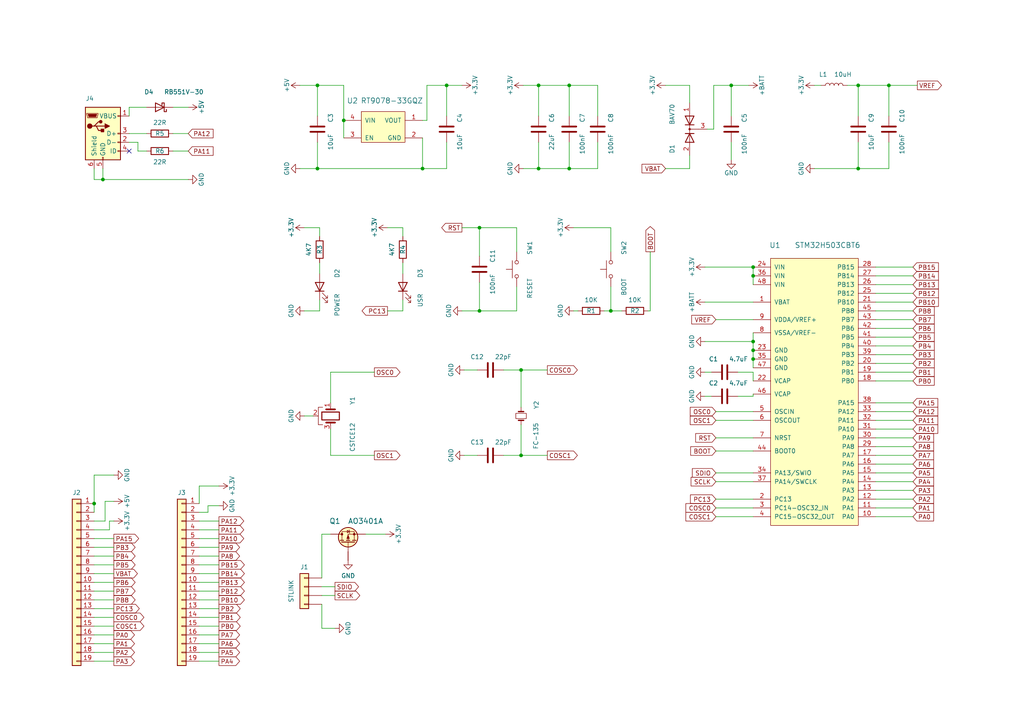
<source format=kicad_sch>
(kicad_sch (version 20230121) (generator eeschema)

  (uuid b5928410-7bcd-46ae-9553-c7ab569e78ea)

  (paper "A4")

  (title_block
    (title "STM32H503CBT6")
    (company ".rpv")
  )

  (lib_symbols
    (symbol "Connector:USB_B_Micro" (pin_names (offset 1.016)) (in_bom yes) (on_board yes)
      (property "Reference" "J" (at -5.08 11.43 0)
        (effects (font (size 1.27 1.27)) (justify left))
      )
      (property "Value" "USB_B_Micro" (at -5.08 8.89 0)
        (effects (font (size 1.27 1.27)) (justify left))
      )
      (property "Footprint" "" (at 3.81 -1.27 0)
        (effects (font (size 1.27 1.27)) hide)
      )
      (property "Datasheet" "~" (at 3.81 -1.27 0)
        (effects (font (size 1.27 1.27)) hide)
      )
      (property "ki_keywords" "connector USB micro" (at 0 0 0)
        (effects (font (size 1.27 1.27)) hide)
      )
      (property "ki_description" "USB Micro Type B connector" (at 0 0 0)
        (effects (font (size 1.27 1.27)) hide)
      )
      (property "ki_fp_filters" "USB*" (at 0 0 0)
        (effects (font (size 1.27 1.27)) hide)
      )
      (symbol "USB_B_Micro_0_1"
        (rectangle (start -5.08 -7.62) (end 5.08 7.62)
          (stroke (width 0.254) (type default))
          (fill (type background))
        )
        (circle (center -3.81 2.159) (radius 0.635)
          (stroke (width 0.254) (type default))
          (fill (type outline))
        )
        (circle (center -0.635 3.429) (radius 0.381)
          (stroke (width 0.254) (type default))
          (fill (type outline))
        )
        (rectangle (start -0.127 -7.62) (end 0.127 -6.858)
          (stroke (width 0) (type default))
          (fill (type none))
        )
        (polyline
          (pts
            (xy -1.905 2.159)
            (xy 0.635 2.159)
          )
          (stroke (width 0.254) (type default))
          (fill (type none))
        )
        (polyline
          (pts
            (xy -3.175 2.159)
            (xy -2.54 2.159)
            (xy -1.27 3.429)
            (xy -0.635 3.429)
          )
          (stroke (width 0.254) (type default))
          (fill (type none))
        )
        (polyline
          (pts
            (xy -2.54 2.159)
            (xy -1.905 2.159)
            (xy -1.27 0.889)
            (xy 0 0.889)
          )
          (stroke (width 0.254) (type default))
          (fill (type none))
        )
        (polyline
          (pts
            (xy 0.635 2.794)
            (xy 0.635 1.524)
            (xy 1.905 2.159)
            (xy 0.635 2.794)
          )
          (stroke (width 0.254) (type default))
          (fill (type outline))
        )
        (polyline
          (pts
            (xy -4.318 5.588)
            (xy -1.778 5.588)
            (xy -2.032 4.826)
            (xy -4.064 4.826)
            (xy -4.318 5.588)
          )
          (stroke (width 0) (type default))
          (fill (type outline))
        )
        (polyline
          (pts
            (xy -4.699 5.842)
            (xy -4.699 5.588)
            (xy -4.445 4.826)
            (xy -4.445 4.572)
            (xy -1.651 4.572)
            (xy -1.651 4.826)
            (xy -1.397 5.588)
            (xy -1.397 5.842)
            (xy -4.699 5.842)
          )
          (stroke (width 0) (type default))
          (fill (type none))
        )
        (rectangle (start 0.254 1.27) (end -0.508 0.508)
          (stroke (width 0.254) (type default))
          (fill (type outline))
        )
        (rectangle (start 5.08 -5.207) (end 4.318 -4.953)
          (stroke (width 0) (type default))
          (fill (type none))
        )
        (rectangle (start 5.08 -2.667) (end 4.318 -2.413)
          (stroke (width 0) (type default))
          (fill (type none))
        )
        (rectangle (start 5.08 -0.127) (end 4.318 0.127)
          (stroke (width 0) (type default))
          (fill (type none))
        )
        (rectangle (start 5.08 4.953) (end 4.318 5.207)
          (stroke (width 0) (type default))
          (fill (type none))
        )
      )
      (symbol "USB_B_Micro_1_1"
        (pin power_out line (at 7.62 5.08 180) (length 2.54)
          (name "VBUS" (effects (font (size 1.27 1.27))))
          (number "1" (effects (font (size 1.27 1.27))))
        )
        (pin bidirectional line (at 7.62 -2.54 180) (length 2.54)
          (name "D-" (effects (font (size 1.27 1.27))))
          (number "2" (effects (font (size 1.27 1.27))))
        )
        (pin bidirectional line (at 7.62 0 180) (length 2.54)
          (name "D+" (effects (font (size 1.27 1.27))))
          (number "3" (effects (font (size 1.27 1.27))))
        )
        (pin passive line (at 7.62 -5.08 180) (length 2.54)
          (name "ID" (effects (font (size 1.27 1.27))))
          (number "4" (effects (font (size 1.27 1.27))))
        )
        (pin power_out line (at 0 -10.16 90) (length 2.54)
          (name "GND" (effects (font (size 1.27 1.27))))
          (number "5" (effects (font (size 1.27 1.27))))
        )
        (pin passive line (at -2.54 -10.16 90) (length 2.54)
          (name "Shield" (effects (font (size 1.27 1.27))))
          (number "6" (effects (font (size 1.27 1.27))))
        )
      )
    )
    (symbol "Connector_Generic:Conn_01x04" (pin_numbers hide) (pin_names (offset 1.016) hide) (in_bom yes) (on_board yes)
      (property "Reference" "J" (at 0 5.08 0)
        (effects (font (size 1.27 1.27)))
      )
      (property "Value" "Conn_01x04" (at 0 -7.62 0)
        (effects (font (size 1.27 1.27)))
      )
      (property "Footprint" "" (at 0 0 0)
        (effects (font (size 1.27 1.27)) hide)
      )
      (property "Datasheet" "~" (at 0 0 0)
        (effects (font (size 1.27 1.27)) hide)
      )
      (property "ki_keywords" "connector" (at 0 0 0)
        (effects (font (size 1.27 1.27)) hide)
      )
      (property "ki_description" "Generic connector, single row, 01x04, script generated (kicad-library-utils/schlib/autogen/connector/)" (at 0 0 0)
        (effects (font (size 1.27 1.27)) hide)
      )
      (property "ki_fp_filters" "Connector*:*_1x??_*" (at 0 0 0)
        (effects (font (size 1.27 1.27)) hide)
      )
      (symbol "Conn_01x04_1_1"
        (rectangle (start -1.27 -4.953) (end 0 -5.207)
          (stroke (width 0.1524) (type default))
          (fill (type none))
        )
        (rectangle (start -1.27 -2.413) (end 0 -2.667)
          (stroke (width 0.1524) (type default))
          (fill (type none))
        )
        (rectangle (start -1.27 0.127) (end 0 -0.127)
          (stroke (width 0.1524) (type default))
          (fill (type none))
        )
        (rectangle (start -1.27 2.667) (end 0 2.413)
          (stroke (width 0.1524) (type default))
          (fill (type none))
        )
        (rectangle (start -1.27 3.81) (end 1.27 -6.35)
          (stroke (width 0.254) (type default))
          (fill (type background))
        )
        (pin passive line (at -5.08 2.54 0) (length 3.81)
          (name "Pin_1" (effects (font (size 1.27 1.27))))
          (number "1" (effects (font (size 1.27 1.27))))
        )
        (pin passive line (at -5.08 0 0) (length 3.81)
          (name "Pin_2" (effects (font (size 1.27 1.27))))
          (number "2" (effects (font (size 1.27 1.27))))
        )
        (pin passive line (at -5.08 -2.54 0) (length 3.81)
          (name "Pin_3" (effects (font (size 1.27 1.27))))
          (number "3" (effects (font (size 1.27 1.27))))
        )
        (pin passive line (at -5.08 -5.08 0) (length 3.81)
          (name "Pin_4" (effects (font (size 1.27 1.27))))
          (number "4" (effects (font (size 1.27 1.27))))
        )
      )
    )
    (symbol "Connector_Generic:Conn_01x19" (pin_names (offset 1.016) hide) (in_bom yes) (on_board yes)
      (property "Reference" "J" (at 0 25.4 0)
        (effects (font (size 1.27 1.27)))
      )
      (property "Value" "Conn_01x19" (at 0 -25.4 0)
        (effects (font (size 1.27 1.27)))
      )
      (property "Footprint" "" (at 0 0 0)
        (effects (font (size 1.27 1.27)) hide)
      )
      (property "Datasheet" "~" (at 0 0 0)
        (effects (font (size 1.27 1.27)) hide)
      )
      (property "ki_keywords" "connector" (at 0 0 0)
        (effects (font (size 1.27 1.27)) hide)
      )
      (property "ki_description" "Generic connector, single row, 01x19, script generated (kicad-library-utils/schlib/autogen/connector/)" (at 0 0 0)
        (effects (font (size 1.27 1.27)) hide)
      )
      (property "ki_fp_filters" "Connector*:*_1x??_*" (at 0 0 0)
        (effects (font (size 1.27 1.27)) hide)
      )
      (symbol "Conn_01x19_1_1"
        (rectangle (start -1.27 -22.733) (end 0 -22.987)
          (stroke (width 0.1524) (type default))
          (fill (type none))
        )
        (rectangle (start -1.27 -20.193) (end 0 -20.447)
          (stroke (width 0.1524) (type default))
          (fill (type none))
        )
        (rectangle (start -1.27 -17.653) (end 0 -17.907)
          (stroke (width 0.1524) (type default))
          (fill (type none))
        )
        (rectangle (start -1.27 -15.113) (end 0 -15.367)
          (stroke (width 0.1524) (type default))
          (fill (type none))
        )
        (rectangle (start -1.27 -12.573) (end 0 -12.827)
          (stroke (width 0.1524) (type default))
          (fill (type none))
        )
        (rectangle (start -1.27 -10.033) (end 0 -10.287)
          (stroke (width 0.1524) (type default))
          (fill (type none))
        )
        (rectangle (start -1.27 -7.493) (end 0 -7.747)
          (stroke (width 0.1524) (type default))
          (fill (type none))
        )
        (rectangle (start -1.27 -4.953) (end 0 -5.207)
          (stroke (width 0.1524) (type default))
          (fill (type none))
        )
        (rectangle (start -1.27 -2.413) (end 0 -2.667)
          (stroke (width 0.1524) (type default))
          (fill (type none))
        )
        (rectangle (start -1.27 0.127) (end 0 -0.127)
          (stroke (width 0.1524) (type default))
          (fill (type none))
        )
        (rectangle (start -1.27 2.667) (end 0 2.413)
          (stroke (width 0.1524) (type default))
          (fill (type none))
        )
        (rectangle (start -1.27 5.207) (end 0 4.953)
          (stroke (width 0.1524) (type default))
          (fill (type none))
        )
        (rectangle (start -1.27 7.747) (end 0 7.493)
          (stroke (width 0.1524) (type default))
          (fill (type none))
        )
        (rectangle (start -1.27 10.287) (end 0 10.033)
          (stroke (width 0.1524) (type default))
          (fill (type none))
        )
        (rectangle (start -1.27 12.827) (end 0 12.573)
          (stroke (width 0.1524) (type default))
          (fill (type none))
        )
        (rectangle (start -1.27 15.367) (end 0 15.113)
          (stroke (width 0.1524) (type default))
          (fill (type none))
        )
        (rectangle (start -1.27 17.907) (end 0 17.653)
          (stroke (width 0.1524) (type default))
          (fill (type none))
        )
        (rectangle (start -1.27 20.447) (end 0 20.193)
          (stroke (width 0.1524) (type default))
          (fill (type none))
        )
        (rectangle (start -1.27 22.987) (end 0 22.733)
          (stroke (width 0.1524) (type default))
          (fill (type none))
        )
        (rectangle (start -1.27 24.13) (end 1.27 -24.13)
          (stroke (width 0.254) (type default))
          (fill (type background))
        )
        (pin passive line (at -5.08 22.86 0) (length 3.81)
          (name "Pin_1" (effects (font (size 1.27 1.27))))
          (number "1" (effects (font (size 1.27 1.27))))
        )
        (pin passive line (at -5.08 0 0) (length 3.81)
          (name "Pin_10" (effects (font (size 1.27 1.27))))
          (number "10" (effects (font (size 1.27 1.27))))
        )
        (pin passive line (at -5.08 -2.54 0) (length 3.81)
          (name "Pin_11" (effects (font (size 1.27 1.27))))
          (number "11" (effects (font (size 1.27 1.27))))
        )
        (pin passive line (at -5.08 -5.08 0) (length 3.81)
          (name "Pin_12" (effects (font (size 1.27 1.27))))
          (number "12" (effects (font (size 1.27 1.27))))
        )
        (pin passive line (at -5.08 -7.62 0) (length 3.81)
          (name "Pin_13" (effects (font (size 1.27 1.27))))
          (number "13" (effects (font (size 1.27 1.27))))
        )
        (pin passive line (at -5.08 -10.16 0) (length 3.81)
          (name "Pin_14" (effects (font (size 1.27 1.27))))
          (number "14" (effects (font (size 1.27 1.27))))
        )
        (pin passive line (at -5.08 -12.7 0) (length 3.81)
          (name "Pin_15" (effects (font (size 1.27 1.27))))
          (number "15" (effects (font (size 1.27 1.27))))
        )
        (pin passive line (at -5.08 -15.24 0) (length 3.81)
          (name "Pin_16" (effects (font (size 1.27 1.27))))
          (number "16" (effects (font (size 1.27 1.27))))
        )
        (pin passive line (at -5.08 -17.78 0) (length 3.81)
          (name "Pin_17" (effects (font (size 1.27 1.27))))
          (number "17" (effects (font (size 1.27 1.27))))
        )
        (pin passive line (at -5.08 -20.32 0) (length 3.81)
          (name "Pin_18" (effects (font (size 1.27 1.27))))
          (number "18" (effects (font (size 1.27 1.27))))
        )
        (pin passive line (at -5.08 -22.86 0) (length 3.81)
          (name "Pin_19" (effects (font (size 1.27 1.27))))
          (number "19" (effects (font (size 1.27 1.27))))
        )
        (pin passive line (at -5.08 20.32 0) (length 3.81)
          (name "Pin_2" (effects (font (size 1.27 1.27))))
          (number "2" (effects (font (size 1.27 1.27))))
        )
        (pin passive line (at -5.08 17.78 0) (length 3.81)
          (name "Pin_3" (effects (font (size 1.27 1.27))))
          (number "3" (effects (font (size 1.27 1.27))))
        )
        (pin passive line (at -5.08 15.24 0) (length 3.81)
          (name "Pin_4" (effects (font (size 1.27 1.27))))
          (number "4" (effects (font (size 1.27 1.27))))
        )
        (pin passive line (at -5.08 12.7 0) (length 3.81)
          (name "Pin_5" (effects (font (size 1.27 1.27))))
          (number "5" (effects (font (size 1.27 1.27))))
        )
        (pin passive line (at -5.08 10.16 0) (length 3.81)
          (name "Pin_6" (effects (font (size 1.27 1.27))))
          (number "6" (effects (font (size 1.27 1.27))))
        )
        (pin passive line (at -5.08 7.62 0) (length 3.81)
          (name "Pin_7" (effects (font (size 1.27 1.27))))
          (number "7" (effects (font (size 1.27 1.27))))
        )
        (pin passive line (at -5.08 5.08 0) (length 3.81)
          (name "Pin_8" (effects (font (size 1.27 1.27))))
          (number "8" (effects (font (size 1.27 1.27))))
        )
        (pin passive line (at -5.08 2.54 0) (length 3.81)
          (name "Pin_9" (effects (font (size 1.27 1.27))))
          (number "9" (effects (font (size 1.27 1.27))))
        )
      )
    )
    (symbol "Device:C" (pin_numbers hide) (pin_names (offset 0.254)) (in_bom yes) (on_board yes)
      (property "Reference" "C" (at 0.635 2.54 0)
        (effects (font (size 1.27 1.27)) (justify left))
      )
      (property "Value" "C" (at 0.635 -2.54 0)
        (effects (font (size 1.27 1.27)) (justify left))
      )
      (property "Footprint" "" (at 0.9652 -3.81 0)
        (effects (font (size 1.27 1.27)) hide)
      )
      (property "Datasheet" "~" (at 0 0 0)
        (effects (font (size 1.27 1.27)) hide)
      )
      (property "ki_keywords" "cap capacitor" (at 0 0 0)
        (effects (font (size 1.27 1.27)) hide)
      )
      (property "ki_description" "Unpolarized capacitor" (at 0 0 0)
        (effects (font (size 1.27 1.27)) hide)
      )
      (property "ki_fp_filters" "C_*" (at 0 0 0)
        (effects (font (size 1.27 1.27)) hide)
      )
      (symbol "C_0_1"
        (polyline
          (pts
            (xy -2.032 -0.762)
            (xy 2.032 -0.762)
          )
          (stroke (width 0.508) (type default))
          (fill (type none))
        )
        (polyline
          (pts
            (xy -2.032 0.762)
            (xy 2.032 0.762)
          )
          (stroke (width 0.508) (type default))
          (fill (type none))
        )
      )
      (symbol "C_1_1"
        (pin passive line (at 0 3.81 270) (length 2.794)
          (name "~" (effects (font (size 1.27 1.27))))
          (number "1" (effects (font (size 1.27 1.27))))
        )
        (pin passive line (at 0 -3.81 90) (length 2.794)
          (name "~" (effects (font (size 1.27 1.27))))
          (number "2" (effects (font (size 1.27 1.27))))
        )
      )
    )
    (symbol "Device:Crystal_GND2" (pin_names (offset 1.016) hide) (in_bom yes) (on_board yes)
      (property "Reference" "Y" (at 0 5.715 0)
        (effects (font (size 1.27 1.27)))
      )
      (property "Value" "Crystal_GND2" (at 0 3.81 0)
        (effects (font (size 1.27 1.27)))
      )
      (property "Footprint" "" (at 0 0 0)
        (effects (font (size 1.27 1.27)) hide)
      )
      (property "Datasheet" "~" (at 0 0 0)
        (effects (font (size 1.27 1.27)) hide)
      )
      (property "ki_keywords" "quartz ceramic resonator oscillator" (at 0 0 0)
        (effects (font (size 1.27 1.27)) hide)
      )
      (property "ki_description" "Three pin crystal, GND on pin 2" (at 0 0 0)
        (effects (font (size 1.27 1.27)) hide)
      )
      (property "ki_fp_filters" "Crystal*" (at 0 0 0)
        (effects (font (size 1.27 1.27)) hide)
      )
      (symbol "Crystal_GND2_0_1"
        (rectangle (start -1.143 2.54) (end 1.143 -2.54)
          (stroke (width 0.3048) (type default))
          (fill (type none))
        )
        (polyline
          (pts
            (xy -2.54 0)
            (xy -1.905 0)
          )
          (stroke (width 0) (type default))
          (fill (type none))
        )
        (polyline
          (pts
            (xy -1.905 -1.27)
            (xy -1.905 1.27)
          )
          (stroke (width 0.508) (type default))
          (fill (type none))
        )
        (polyline
          (pts
            (xy 0 -3.81)
            (xy 0 -3.556)
          )
          (stroke (width 0) (type default))
          (fill (type none))
        )
        (polyline
          (pts
            (xy 1.905 0)
            (xy 2.54 0)
          )
          (stroke (width 0) (type default))
          (fill (type none))
        )
        (polyline
          (pts
            (xy 1.905 1.27)
            (xy 1.905 -1.27)
          )
          (stroke (width 0.508) (type default))
          (fill (type none))
        )
        (polyline
          (pts
            (xy -2.54 -2.286)
            (xy -2.54 -3.556)
            (xy 2.54 -3.556)
            (xy 2.54 -2.286)
          )
          (stroke (width 0) (type default))
          (fill (type none))
        )
      )
      (symbol "Crystal_GND2_1_1"
        (pin passive line (at -3.81 0 0) (length 1.27)
          (name "1" (effects (font (size 1.27 1.27))))
          (number "1" (effects (font (size 1.27 1.27))))
        )
        (pin passive line (at 0 -5.08 90) (length 1.27)
          (name "2" (effects (font (size 1.27 1.27))))
          (number "2" (effects (font (size 1.27 1.27))))
        )
        (pin passive line (at 3.81 0 180) (length 1.27)
          (name "3" (effects (font (size 1.27 1.27))))
          (number "3" (effects (font (size 1.27 1.27))))
        )
      )
    )
    (symbol "Device:Crystal_Small" (pin_numbers hide) (pin_names (offset 1.016) hide) (in_bom yes) (on_board yes)
      (property "Reference" "Y" (at 0 2.54 0)
        (effects (font (size 1.27 1.27)))
      )
      (property "Value" "Crystal_Small" (at 0 -2.54 0)
        (effects (font (size 1.27 1.27)))
      )
      (property "Footprint" "" (at 0 0 0)
        (effects (font (size 1.27 1.27)) hide)
      )
      (property "Datasheet" "~" (at 0 0 0)
        (effects (font (size 1.27 1.27)) hide)
      )
      (property "ki_keywords" "quartz ceramic resonator oscillator" (at 0 0 0)
        (effects (font (size 1.27 1.27)) hide)
      )
      (property "ki_description" "Two pin crystal, small symbol" (at 0 0 0)
        (effects (font (size 1.27 1.27)) hide)
      )
      (property "ki_fp_filters" "Crystal*" (at 0 0 0)
        (effects (font (size 1.27 1.27)) hide)
      )
      (symbol "Crystal_Small_0_1"
        (rectangle (start -0.762 -1.524) (end 0.762 1.524)
          (stroke (width 0) (type default))
          (fill (type none))
        )
        (polyline
          (pts
            (xy -1.27 -0.762)
            (xy -1.27 0.762)
          )
          (stroke (width 0.381) (type default))
          (fill (type none))
        )
        (polyline
          (pts
            (xy 1.27 -0.762)
            (xy 1.27 0.762)
          )
          (stroke (width 0.381) (type default))
          (fill (type none))
        )
      )
      (symbol "Crystal_Small_1_1"
        (pin passive line (at -2.54 0 0) (length 1.27)
          (name "1" (effects (font (size 1.27 1.27))))
          (number "1" (effects (font (size 1.27 1.27))))
        )
        (pin passive line (at 2.54 0 180) (length 1.27)
          (name "2" (effects (font (size 1.27 1.27))))
          (number "2" (effects (font (size 1.27 1.27))))
        )
      )
    )
    (symbol "Device:D_Schottky" (pin_numbers hide) (pin_names (offset 1.016) hide) (in_bom yes) (on_board yes)
      (property "Reference" "D" (at 0 2.54 0)
        (effects (font (size 1.27 1.27)))
      )
      (property "Value" "D_Schottky" (at 0 -2.54 0)
        (effects (font (size 1.27 1.27)))
      )
      (property "Footprint" "" (at 0 0 0)
        (effects (font (size 1.27 1.27)) hide)
      )
      (property "Datasheet" "~" (at 0 0 0)
        (effects (font (size 1.27 1.27)) hide)
      )
      (property "ki_keywords" "diode Schottky" (at 0 0 0)
        (effects (font (size 1.27 1.27)) hide)
      )
      (property "ki_description" "Schottky diode" (at 0 0 0)
        (effects (font (size 1.27 1.27)) hide)
      )
      (property "ki_fp_filters" "TO-???* *_Diode_* *SingleDiode* D_*" (at 0 0 0)
        (effects (font (size 1.27 1.27)) hide)
      )
      (symbol "D_Schottky_0_1"
        (polyline
          (pts
            (xy 1.27 0)
            (xy -1.27 0)
          )
          (stroke (width 0) (type default))
          (fill (type none))
        )
        (polyline
          (pts
            (xy 1.27 1.27)
            (xy 1.27 -1.27)
            (xy -1.27 0)
            (xy 1.27 1.27)
          )
          (stroke (width 0.254) (type default))
          (fill (type none))
        )
        (polyline
          (pts
            (xy -1.905 0.635)
            (xy -1.905 1.27)
            (xy -1.27 1.27)
            (xy -1.27 -1.27)
            (xy -0.635 -1.27)
            (xy -0.635 -0.635)
          )
          (stroke (width 0.254) (type default))
          (fill (type none))
        )
      )
      (symbol "D_Schottky_1_1"
        (pin passive line (at -3.81 0 0) (length 2.54)
          (name "K" (effects (font (size 1.27 1.27))))
          (number "1" (effects (font (size 1.27 1.27))))
        )
        (pin passive line (at 3.81 0 180) (length 2.54)
          (name "A" (effects (font (size 1.27 1.27))))
          (number "2" (effects (font (size 1.27 1.27))))
        )
      )
    )
    (symbol "Device:L" (pin_numbers hide) (pin_names (offset 1.016) hide) (in_bom yes) (on_board yes)
      (property "Reference" "L" (at -1.27 0 90)
        (effects (font (size 1.27 1.27)))
      )
      (property "Value" "L" (at 1.905 0 90)
        (effects (font (size 1.27 1.27)))
      )
      (property "Footprint" "" (at 0 0 0)
        (effects (font (size 1.27 1.27)) hide)
      )
      (property "Datasheet" "~" (at 0 0 0)
        (effects (font (size 1.27 1.27)) hide)
      )
      (property "ki_keywords" "inductor choke coil reactor magnetic" (at 0 0 0)
        (effects (font (size 1.27 1.27)) hide)
      )
      (property "ki_description" "Inductor" (at 0 0 0)
        (effects (font (size 1.27 1.27)) hide)
      )
      (property "ki_fp_filters" "Choke_* *Coil* Inductor_* L_*" (at 0 0 0)
        (effects (font (size 1.27 1.27)) hide)
      )
      (symbol "L_0_1"
        (arc (start 0 -2.54) (mid 0.6323 -1.905) (end 0 -1.27)
          (stroke (width 0) (type default))
          (fill (type none))
        )
        (arc (start 0 -1.27) (mid 0.6323 -0.635) (end 0 0)
          (stroke (width 0) (type default))
          (fill (type none))
        )
        (arc (start 0 0) (mid 0.6323 0.635) (end 0 1.27)
          (stroke (width 0) (type default))
          (fill (type none))
        )
        (arc (start 0 1.27) (mid 0.6323 1.905) (end 0 2.54)
          (stroke (width 0) (type default))
          (fill (type none))
        )
      )
      (symbol "L_1_1"
        (pin passive line (at 0 3.81 270) (length 1.27)
          (name "1" (effects (font (size 1.27 1.27))))
          (number "1" (effects (font (size 1.27 1.27))))
        )
        (pin passive line (at 0 -3.81 90) (length 1.27)
          (name "2" (effects (font (size 1.27 1.27))))
          (number "2" (effects (font (size 1.27 1.27))))
        )
      )
    )
    (symbol "Device:LED" (pin_numbers hide) (pin_names (offset 1.016) hide) (in_bom yes) (on_board yes)
      (property "Reference" "D" (at 0 2.54 0)
        (effects (font (size 1.27 1.27)))
      )
      (property "Value" "LED" (at 0 -2.54 0)
        (effects (font (size 1.27 1.27)))
      )
      (property "Footprint" "" (at 0 0 0)
        (effects (font (size 1.27 1.27)) hide)
      )
      (property "Datasheet" "~" (at 0 0 0)
        (effects (font (size 1.27 1.27)) hide)
      )
      (property "ki_keywords" "LED diode" (at 0 0 0)
        (effects (font (size 1.27 1.27)) hide)
      )
      (property "ki_description" "Light emitting diode" (at 0 0 0)
        (effects (font (size 1.27 1.27)) hide)
      )
      (property "ki_fp_filters" "LED* LED_SMD:* LED_THT:*" (at 0 0 0)
        (effects (font (size 1.27 1.27)) hide)
      )
      (symbol "LED_0_1"
        (polyline
          (pts
            (xy -1.27 -1.27)
            (xy -1.27 1.27)
          )
          (stroke (width 0.254) (type default))
          (fill (type none))
        )
        (polyline
          (pts
            (xy -1.27 0)
            (xy 1.27 0)
          )
          (stroke (width 0) (type default))
          (fill (type none))
        )
        (polyline
          (pts
            (xy 1.27 -1.27)
            (xy 1.27 1.27)
            (xy -1.27 0)
            (xy 1.27 -1.27)
          )
          (stroke (width 0.254) (type default))
          (fill (type none))
        )
        (polyline
          (pts
            (xy -3.048 -0.762)
            (xy -4.572 -2.286)
            (xy -3.81 -2.286)
            (xy -4.572 -2.286)
            (xy -4.572 -1.524)
          )
          (stroke (width 0) (type default))
          (fill (type none))
        )
        (polyline
          (pts
            (xy -1.778 -0.762)
            (xy -3.302 -2.286)
            (xy -2.54 -2.286)
            (xy -3.302 -2.286)
            (xy -3.302 -1.524)
          )
          (stroke (width 0) (type default))
          (fill (type none))
        )
      )
      (symbol "LED_1_1"
        (pin passive line (at -3.81 0 0) (length 2.54)
          (name "K" (effects (font (size 1.27 1.27))))
          (number "1" (effects (font (size 1.27 1.27))))
        )
        (pin passive line (at 3.81 0 180) (length 2.54)
          (name "A" (effects (font (size 1.27 1.27))))
          (number "2" (effects (font (size 1.27 1.27))))
        )
      )
    )
    (symbol "Device:R" (pin_numbers hide) (pin_names (offset 0)) (in_bom yes) (on_board yes)
      (property "Reference" "R" (at 2.032 0 90)
        (effects (font (size 1.27 1.27)))
      )
      (property "Value" "R" (at 0 0 90)
        (effects (font (size 1.27 1.27)))
      )
      (property "Footprint" "" (at -1.778 0 90)
        (effects (font (size 1.27 1.27)) hide)
      )
      (property "Datasheet" "~" (at 0 0 0)
        (effects (font (size 1.27 1.27)) hide)
      )
      (property "ki_keywords" "R res resistor" (at 0 0 0)
        (effects (font (size 1.27 1.27)) hide)
      )
      (property "ki_description" "Resistor" (at 0 0 0)
        (effects (font (size 1.27 1.27)) hide)
      )
      (property "ki_fp_filters" "R_*" (at 0 0 0)
        (effects (font (size 1.27 1.27)) hide)
      )
      (symbol "R_0_1"
        (rectangle (start -1.016 -2.54) (end 1.016 2.54)
          (stroke (width 0.254) (type default))
          (fill (type none))
        )
      )
      (symbol "R_1_1"
        (pin passive line (at 0 3.81 270) (length 1.27)
          (name "~" (effects (font (size 1.27 1.27))))
          (number "1" (effects (font (size 1.27 1.27))))
        )
        (pin passive line (at 0 -3.81 90) (length 1.27)
          (name "~" (effects (font (size 1.27 1.27))))
          (number "2" (effects (font (size 1.27 1.27))))
        )
      )
    )
    (symbol "Diode:BAV70" (pin_names hide) (in_bom yes) (on_board yes)
      (property "Reference" "D" (at 0.635 -2.54 0)
        (effects (font (size 1.27 1.27)) (justify left))
      )
      (property "Value" "BAV70" (at 0 2.54 0)
        (effects (font (size 1.27 1.27)))
      )
      (property "Footprint" "Package_TO_SOT_SMD:SOT-23" (at 0 0 0)
        (effects (font (size 1.27 1.27)) hide)
      )
      (property "Datasheet" "https://assets.nexperia.com/documents/data-sheet/BAV70_SER.pdf" (at 0 0 0)
        (effects (font (size 1.27 1.27)) hide)
      )
      (property "ki_keywords" "diode" (at 0 0 0)
        (effects (font (size 1.27 1.27)) hide)
      )
      (property "ki_description" "Dual 100V 215mA high-speed switching diodes, common cathode, SOT-23" (at 0 0 0)
        (effects (font (size 1.27 1.27)) hide)
      )
      (property "ki_fp_filters" "SOT?23*" (at 0 0 0)
        (effects (font (size 1.27 1.27)) hide)
      )
      (symbol "BAV70_0_1"
        (polyline
          (pts
            (xy -3.81 0)
            (xy 3.81 0)
          )
          (stroke (width 0) (type default))
          (fill (type none))
        )
        (polyline
          (pts
            (xy 0 0)
            (xy 0 -2.54)
          )
          (stroke (width 0) (type default))
          (fill (type none))
        )
        (polyline
          (pts
            (xy -1.27 -1.27)
            (xy -1.27 1.27)
            (xy -1.27 1.27)
          )
          (stroke (width 0.254) (type default))
          (fill (type none))
        )
        (polyline
          (pts
            (xy 1.27 -1.27)
            (xy 1.27 1.27)
            (xy 1.27 1.27)
          )
          (stroke (width 0.254) (type default))
          (fill (type none))
        )
        (polyline
          (pts
            (xy -3.81 1.27)
            (xy -1.27 0)
            (xy -3.81 -1.27)
            (xy -3.81 1.27)
            (xy -3.81 1.27)
            (xy -3.81 1.27)
          )
          (stroke (width 0.254) (type default))
          (fill (type none))
        )
        (polyline
          (pts
            (xy 3.81 -1.27)
            (xy 1.27 0)
            (xy 3.81 1.27)
            (xy 3.81 -1.27)
            (xy 3.81 -1.27)
            (xy 3.81 -1.27)
          )
          (stroke (width 0.254) (type default))
          (fill (type none))
        )
        (circle (center 0 0) (radius 0.254)
          (stroke (width 0) (type default))
          (fill (type outline))
        )
        (pin passive line (at -7.62 0 0) (length 3.81)
          (name "A" (effects (font (size 1.27 1.27))))
          (number "1" (effects (font (size 1.27 1.27))))
        )
        (pin passive line (at 7.62 0 180) (length 3.81)
          (name "A" (effects (font (size 1.27 1.27))))
          (number "2" (effects (font (size 1.27 1.27))))
        )
        (pin passive line (at 0 -5.08 90) (length 2.54)
          (name "K" (effects (font (size 1.27 1.27))))
          (number "3" (effects (font (size 1.27 1.27))))
        )
      )
    )
    (symbol "Switch:SW_Push" (pin_numbers hide) (pin_names (offset 1.016) hide) (in_bom yes) (on_board yes)
      (property "Reference" "SW" (at 1.27 2.54 0)
        (effects (font (size 1.27 1.27)) (justify left))
      )
      (property "Value" "SW_Push" (at 0 -1.524 0)
        (effects (font (size 1.27 1.27)))
      )
      (property "Footprint" "" (at 0 5.08 0)
        (effects (font (size 1.27 1.27)) hide)
      )
      (property "Datasheet" "~" (at 0 5.08 0)
        (effects (font (size 1.27 1.27)) hide)
      )
      (property "ki_keywords" "switch normally-open pushbutton push-button" (at 0 0 0)
        (effects (font (size 1.27 1.27)) hide)
      )
      (property "ki_description" "Push button switch, generic, two pins" (at 0 0 0)
        (effects (font (size 1.27 1.27)) hide)
      )
      (symbol "SW_Push_0_1"
        (circle (center -2.032 0) (radius 0.508)
          (stroke (width 0) (type default))
          (fill (type none))
        )
        (polyline
          (pts
            (xy 0 1.27)
            (xy 0 3.048)
          )
          (stroke (width 0) (type default))
          (fill (type none))
        )
        (polyline
          (pts
            (xy 2.54 1.27)
            (xy -2.54 1.27)
          )
          (stroke (width 0) (type default))
          (fill (type none))
        )
        (circle (center 2.032 0) (radius 0.508)
          (stroke (width 0) (type default))
          (fill (type none))
        )
        (pin passive line (at -5.08 0 0) (length 2.54)
          (name "1" (effects (font (size 1.27 1.27))))
          (number "1" (effects (font (size 1.27 1.27))))
        )
        (pin passive line (at 5.08 0 180) (length 2.54)
          (name "2" (effects (font (size 1.27 1.27))))
          (number "2" (effects (font (size 1.27 1.27))))
        )
      )
    )
    (symbol "power:+3.3V" (power) (pin_names (offset 0)) (in_bom yes) (on_board yes)
      (property "Reference" "#PWR" (at 0 -3.81 0)
        (effects (font (size 1.27 1.27)) hide)
      )
      (property "Value" "+3.3V" (at 0 3.556 0)
        (effects (font (size 1.27 1.27)))
      )
      (property "Footprint" "" (at 0 0 0)
        (effects (font (size 1.27 1.27)) hide)
      )
      (property "Datasheet" "" (at 0 0 0)
        (effects (font (size 1.27 1.27)) hide)
      )
      (property "ki_keywords" "global power" (at 0 0 0)
        (effects (font (size 1.27 1.27)) hide)
      )
      (property "ki_description" "Power symbol creates a global label with name \"+3.3V\"" (at 0 0 0)
        (effects (font (size 1.27 1.27)) hide)
      )
      (symbol "+3.3V_0_1"
        (polyline
          (pts
            (xy -0.762 1.27)
            (xy 0 2.54)
          )
          (stroke (width 0) (type default))
          (fill (type none))
        )
        (polyline
          (pts
            (xy 0 0)
            (xy 0 2.54)
          )
          (stroke (width 0) (type default))
          (fill (type none))
        )
        (polyline
          (pts
            (xy 0 2.54)
            (xy 0.762 1.27)
          )
          (stroke (width 0) (type default))
          (fill (type none))
        )
      )
      (symbol "+3.3V_1_1"
        (pin power_in line (at 0 0 90) (length 0) hide
          (name "+3.3V" (effects (font (size 1.27 1.27))))
          (number "1" (effects (font (size 1.27 1.27))))
        )
      )
    )
    (symbol "power:+5V" (power) (pin_names (offset 0)) (in_bom yes) (on_board yes)
      (property "Reference" "#PWR" (at 0 -3.81 0)
        (effects (font (size 1.27 1.27)) hide)
      )
      (property "Value" "+5V" (at 0 3.556 0)
        (effects (font (size 1.27 1.27)))
      )
      (property "Footprint" "" (at 0 0 0)
        (effects (font (size 1.27 1.27)) hide)
      )
      (property "Datasheet" "" (at 0 0 0)
        (effects (font (size 1.27 1.27)) hide)
      )
      (property "ki_keywords" "global power" (at 0 0 0)
        (effects (font (size 1.27 1.27)) hide)
      )
      (property "ki_description" "Power symbol creates a global label with name \"+5V\"" (at 0 0 0)
        (effects (font (size 1.27 1.27)) hide)
      )
      (symbol "+5V_0_1"
        (polyline
          (pts
            (xy -0.762 1.27)
            (xy 0 2.54)
          )
          (stroke (width 0) (type default))
          (fill (type none))
        )
        (polyline
          (pts
            (xy 0 0)
            (xy 0 2.54)
          )
          (stroke (width 0) (type default))
          (fill (type none))
        )
        (polyline
          (pts
            (xy 0 2.54)
            (xy 0.762 1.27)
          )
          (stroke (width 0) (type default))
          (fill (type none))
        )
      )
      (symbol "+5V_1_1"
        (pin power_in line (at 0 0 90) (length 0) hide
          (name "+5V" (effects (font (size 1.27 1.27))))
          (number "1" (effects (font (size 1.27 1.27))))
        )
      )
    )
    (symbol "power:+BATT" (power) (pin_names (offset 0)) (in_bom yes) (on_board yes)
      (property "Reference" "#PWR" (at 0 -3.81 0)
        (effects (font (size 1.27 1.27)) hide)
      )
      (property "Value" "+BATT" (at 0 3.556 0)
        (effects (font (size 1.27 1.27)))
      )
      (property "Footprint" "" (at 0 0 0)
        (effects (font (size 1.27 1.27)) hide)
      )
      (property "Datasheet" "" (at 0 0 0)
        (effects (font (size 1.27 1.27)) hide)
      )
      (property "ki_keywords" "global power battery" (at 0 0 0)
        (effects (font (size 1.27 1.27)) hide)
      )
      (property "ki_description" "Power symbol creates a global label with name \"+BATT\"" (at 0 0 0)
        (effects (font (size 1.27 1.27)) hide)
      )
      (symbol "+BATT_0_1"
        (polyline
          (pts
            (xy -0.762 1.27)
            (xy 0 2.54)
          )
          (stroke (width 0) (type default))
          (fill (type none))
        )
        (polyline
          (pts
            (xy 0 0)
            (xy 0 2.54)
          )
          (stroke (width 0) (type default))
          (fill (type none))
        )
        (polyline
          (pts
            (xy 0 2.54)
            (xy 0.762 1.27)
          )
          (stroke (width 0) (type default))
          (fill (type none))
        )
      )
      (symbol "+BATT_1_1"
        (pin power_in line (at 0 0 90) (length 0) hide
          (name "+BATT" (effects (font (size 1.27 1.27))))
          (number "1" (effects (font (size 1.27 1.27))))
        )
      )
    )
    (symbol "power:GND" (power) (pin_names (offset 0)) (in_bom yes) (on_board yes)
      (property "Reference" "#PWR" (at 0 -6.35 0)
        (effects (font (size 1.27 1.27)) hide)
      )
      (property "Value" "GND" (at 0 -3.81 0)
        (effects (font (size 1.27 1.27)))
      )
      (property "Footprint" "" (at 0 0 0)
        (effects (font (size 1.27 1.27)) hide)
      )
      (property "Datasheet" "" (at 0 0 0)
        (effects (font (size 1.27 1.27)) hide)
      )
      (property "ki_keywords" "global power" (at 0 0 0)
        (effects (font (size 1.27 1.27)) hide)
      )
      (property "ki_description" "Power symbol creates a global label with name \"GND\" , ground" (at 0 0 0)
        (effects (font (size 1.27 1.27)) hide)
      )
      (symbol "GND_0_1"
        (polyline
          (pts
            (xy 0 0)
            (xy 0 -1.27)
            (xy 1.27 -1.27)
            (xy 0 -2.54)
            (xy -1.27 -1.27)
            (xy 0 -1.27)
          )
          (stroke (width 0) (type default))
          (fill (type none))
        )
      )
      (symbol "GND_1_1"
        (pin power_in line (at 0 0 270) (length 0) hide
          (name "GND" (effects (font (size 1.27 1.27))))
          (number "1" (effects (font (size 1.27 1.27))))
        )
      )
    )
    (symbol "rLibrary:AO3401A" (pin_numbers hide) (pin_names (offset 1.016) hide) (in_bom yes) (on_board yes)
      (property "Reference" "Q" (at 5.08 1.27 0)
        (effects (font (size 1.524 1.524)))
      )
      (property "Value" "AO3401A" (at 8.89 -1.27 0)
        (effects (font (size 1.524 1.524)))
      )
      (property "Footprint" "Package_TO_SOT_SMD:SOT-23" (at 0 0 0)
        (effects (font (size 1.524 1.524)) hide)
      )
      (property "Datasheet" "" (at 0 0 0)
        (effects (font (size 1.524 1.524)) hide)
      )
      (property "ki_description" "-30V -4A P-Channel MOSFET SOT-23" (at 0 0 0)
        (effects (font (size 1.27 1.27)) hide)
      )
      (symbol "AO3401A_1_1"
        (circle (center -0.889 0) (radius 2.8194)
          (stroke (width 0.254) (type default))
          (fill (type background))
        )
        (circle (center 0 -1.778) (radius 0.2794)
          (stroke (width 0) (type default))
          (fill (type outline))
        )
        (polyline
          (pts
            (xy -5.08 0)
            (xy -2.286 0)
          )
          (stroke (width 0) (type default))
          (fill (type none))
        )
        (polyline
          (pts
            (xy -1.778 -1.778)
            (xy 0 -1.778)
          )
          (stroke (width 0) (type default))
          (fill (type none))
        )
        (polyline
          (pts
            (xy -1.778 -1.27)
            (xy -1.778 -2.286)
          )
          (stroke (width 0.254) (type default))
          (fill (type none))
        )
        (polyline
          (pts
            (xy -1.778 0)
            (xy 0 0)
          )
          (stroke (width 0) (type default))
          (fill (type none))
        )
        (polyline
          (pts
            (xy -1.778 0.508)
            (xy -1.778 -0.508)
          )
          (stroke (width 0.254) (type default))
          (fill (type none))
        )
        (polyline
          (pts
            (xy -1.778 1.778)
            (xy 0 1.778)
          )
          (stroke (width 0) (type default))
          (fill (type none))
        )
        (polyline
          (pts
            (xy -1.778 2.286)
            (xy -1.778 1.27)
          )
          (stroke (width 0.254) (type default))
          (fill (type none))
        )
        (polyline
          (pts
            (xy 0 -1.778)
            (xy 0 -2.54)
          )
          (stroke (width 0) (type default))
          (fill (type none))
        )
        (polyline
          (pts
            (xy 0 -1.778)
            (xy 0 0)
          )
          (stroke (width 0) (type default))
          (fill (type none))
        )
        (polyline
          (pts
            (xy 0 2.54)
            (xy 0 1.778)
          )
          (stroke (width 0) (type default))
          (fill (type none))
        )
        (polyline
          (pts
            (xy -2.286 1.905)
            (xy -2.286 -1.905)
            (xy -2.286 -1.905)
          )
          (stroke (width 0.254) (type default))
          (fill (type none))
        )
        (polyline
          (pts
            (xy -0.254 0)
            (xy -1.27 -0.381)
            (xy -1.27 0.381)
            (xy -0.254 0)
          )
          (stroke (width 0) (type default))
          (fill (type outline))
        )
        (polyline
          (pts
            (xy 0 -1.778)
            (xy 0.762 -1.778)
            (xy 0.762 1.778)
            (xy 0 1.778)
          )
          (stroke (width 0) (type default))
          (fill (type none))
        )
        (polyline
          (pts
            (xy 0.254 -0.508)
            (xy 0.381 -0.381)
            (xy 1.143 -0.381)
            (xy 1.27 -0.254)
          )
          (stroke (width 0) (type default))
          (fill (type none))
        )
        (polyline
          (pts
            (xy 0.762 -0.381)
            (xy 0.381 0.254)
            (xy 1.143 0.254)
            (xy 0.762 -0.381)
          )
          (stroke (width 0) (type default))
          (fill (type none))
        )
        (circle (center 0 1.778) (radius 0.2794)
          (stroke (width 0) (type default))
          (fill (type outline))
        )
        (pin input line (at -7.62 0 0) (length 2.54)
          (name "G" (effects (font (size 1.27 1.27))))
          (number "1" (effects (font (size 1.27 1.27))))
        )
        (pin passive line (at 0 -5.08 90) (length 2.54)
          (name "S" (effects (font (size 1.27 1.27))))
          (number "2" (effects (font (size 1.27 1.27))))
        )
        (pin passive line (at 0 5.08 270) (length 2.54)
          (name "D" (effects (font (size 1.27 1.27))))
          (number "3" (effects (font (size 1.27 1.27))))
        )
      )
    )
    (symbol "rLibrary:NCP160AMX180" (pin_names (offset 1.016)) (in_bom yes) (on_board yes)
      (property "Reference" "U" (at 0 7.62 0)
        (effects (font (size 1.524 1.524)))
      )
      (property "Value" "NCP160AMX180" (at 0 5.08 0)
        (effects (font (size 1.524 1.524)))
      )
      (property "Footprint" ".rpvM:XDFN4_1x1mm_0.65P" (at 0 0 0)
        (effects (font (size 1.524 1.524)) hide)
      )
      (property "Datasheet" "" (at 0 0 0)
        (effects (font (size 1.524 1.524)) hide)
      )
      (property "ki_description" "LDO Regulator, Ultra-Low Noise and High PSRR, for RF and Analog Circuits, 250 mA" (at 0 0 0)
        (effects (font (size 1.27 1.27)) hide)
      )
      (property "ki_fp_filters" "SOT-23-5" (at 0 0 0)
        (effects (font (size 1.27 1.27)) hide)
      )
      (symbol "NCP160AMX180_0_1"
        (rectangle (start -6.35 3.81) (end 6.35 -5.08)
          (stroke (width 0) (type default))
          (fill (type background))
        )
      )
      (symbol "NCP160AMX180_1_1"
        (pin output line (at 11.43 1.27 180) (length 5.08)
          (name "VOUT" (effects (font (size 1.27 1.27))))
          (number "1" (effects (font (size 1.27 1.27))))
        )
        (pin input line (at 11.43 -3.81 180) (length 5.08)
          (name "GND" (effects (font (size 1.27 1.27))))
          (number "2" (effects (font (size 1.27 1.27))))
        )
        (pin input line (at -11.43 -3.81 0) (length 5.08)
          (name "EN" (effects (font (size 1.27 1.27))))
          (number "3" (effects (font (size 1.27 1.27))))
        )
        (pin input line (at -11.43 1.27 0) (length 5.08)
          (name "VIN" (effects (font (size 1.27 1.27))))
          (number "4" (effects (font (size 1.27 1.27))))
        )
      )
    )
    (symbol "rLibrary:STM32H503CBT6" (pin_names (offset 1.016)) (in_bom yes) (on_board yes)
      (property "Reference" "U" (at -13.97 40.64 0)
        (effects (font (size 1.524 1.524)) (justify left top))
      )
      (property "Value" "STM32H503CBT6" (at 11.43 40.64 0)
        (effects (font (size 1.524 1.524)) (justify right top))
      )
      (property "Footprint" "Package_QFP:LQFP-48_7x7mm_P0.5mm" (at -2.54 0 0)
        (effects (font (size 1.524 1.524)) hide)
      )
      (property "Datasheet" "" (at 5.08 1.27 0)
        (effects (font (size 1.524 1.524)) hide)
      )
      (property "ki_description" "Arm® Cortex®-M33 32-bit MCU+FPU, 375 DMIPS, 250 MHz, 128 Kbytes flash memory, 32 Kbytes RAM, I3C" (at 0 0 0)
        (effects (font (size 1.27 1.27)) hide)
      )
      (symbol "STM32H503CBT6_0_1"
        (rectangle (start -13.97 38.1) (end 11.43 -39.37)
          (stroke (width 0) (type default))
          (fill (type background))
        )
      )
      (symbol "STM32H503CBT6_1_1"
        (pin input line (at -19.05 25.4 0) (length 5.08)
          (name "VBAT" (effects (font (size 1.27 1.27))))
          (number "1" (effects (font (size 1.27 1.27))))
        )
        (pin input line (at 16.51 -36.83 180) (length 5.08)
          (name "PA0" (effects (font (size 1.27 1.27))))
          (number "10" (effects (font (size 1.27 1.27))))
        )
        (pin input line (at 16.51 -34.29 180) (length 5.08)
          (name "PA1" (effects (font (size 1.27 1.27))))
          (number "11" (effects (font (size 1.27 1.27))))
        )
        (pin input line (at 16.51 -31.75 180) (length 5.08)
          (name "PA2" (effects (font (size 1.27 1.27))))
          (number "12" (effects (font (size 1.27 1.27))))
        )
        (pin input line (at 16.51 -29.21 180) (length 5.08)
          (name "PA3" (effects (font (size 1.27 1.27))))
          (number "13" (effects (font (size 1.27 1.27))))
        )
        (pin input line (at 16.51 -26.67 180) (length 5.08)
          (name "PA4" (effects (font (size 1.27 1.27))))
          (number "14" (effects (font (size 1.27 1.27))))
        )
        (pin input line (at 16.51 -24.13 180) (length 5.08)
          (name "PA5" (effects (font (size 1.27 1.27))))
          (number "15" (effects (font (size 1.27 1.27))))
        )
        (pin input line (at 16.51 -21.59 180) (length 5.08)
          (name "PA6" (effects (font (size 1.27 1.27))))
          (number "16" (effects (font (size 1.27 1.27))))
        )
        (pin input line (at 16.51 -19.05 180) (length 5.08)
          (name "PA7" (effects (font (size 1.27 1.27))))
          (number "17" (effects (font (size 1.27 1.27))))
        )
        (pin input line (at 16.51 2.54 180) (length 5.08)
          (name "PB0" (effects (font (size 1.27 1.27))))
          (number "18" (effects (font (size 1.27 1.27))))
        )
        (pin input line (at 16.51 5.08 180) (length 5.08)
          (name "PB1" (effects (font (size 1.27 1.27))))
          (number "19" (effects (font (size 1.27 1.27))))
        )
        (pin input line (at -19.05 -31.75 0) (length 5.08)
          (name "PC13" (effects (font (size 1.27 1.27))))
          (number "2" (effects (font (size 1.27 1.27))))
        )
        (pin input line (at 16.51 7.62 180) (length 5.08)
          (name "PB2" (effects (font (size 1.27 1.27))))
          (number "20" (effects (font (size 1.27 1.27))))
        )
        (pin input line (at 16.51 25.4 180) (length 5.08)
          (name "PB10" (effects (font (size 1.27 1.27))))
          (number "21" (effects (font (size 1.27 1.27))))
        )
        (pin input line (at -19.05 2.54 0) (length 5.08)
          (name "VCAP" (effects (font (size 1.27 1.27))))
          (number "22" (effects (font (size 1.27 1.27))))
        )
        (pin input line (at -19.05 11.43 0) (length 5.08)
          (name "GND" (effects (font (size 1.27 1.27))))
          (number "23" (effects (font (size 1.27 1.27))))
        )
        (pin input line (at -19.05 35.56 0) (length 5.08)
          (name "VIN" (effects (font (size 1.27 1.27))))
          (number "24" (effects (font (size 1.27 1.27))))
        )
        (pin input line (at 16.51 27.94 180) (length 5.08)
          (name "PB12" (effects (font (size 1.27 1.27))))
          (number "25" (effects (font (size 1.27 1.27))))
        )
        (pin input line (at 16.51 30.48 180) (length 5.08)
          (name "PB13" (effects (font (size 1.27 1.27))))
          (number "26" (effects (font (size 1.27 1.27))))
        )
        (pin input line (at 16.51 33.02 180) (length 5.08)
          (name "PB14" (effects (font (size 1.27 1.27))))
          (number "27" (effects (font (size 1.27 1.27))))
        )
        (pin input line (at 16.51 35.56 180) (length 5.08)
          (name "PB15" (effects (font (size 1.27 1.27))))
          (number "28" (effects (font (size 1.27 1.27))))
        )
        (pin input line (at 16.51 -16.51 180) (length 5.08)
          (name "PA8" (effects (font (size 1.27 1.27))))
          (number "29" (effects (font (size 1.27 1.27))))
        )
        (pin input line (at -19.05 -34.29 0) (length 5.08)
          (name "PC14-OSC32_IN" (effects (font (size 1.27 1.27))))
          (number "3" (effects (font (size 1.27 1.27))))
        )
        (pin input line (at 16.51 -13.97 180) (length 5.08)
          (name "PA9" (effects (font (size 1.27 1.27))))
          (number "30" (effects (font (size 1.27 1.27))))
        )
        (pin input line (at 16.51 -11.43 180) (length 5.08)
          (name "PA10" (effects (font (size 1.27 1.27))))
          (number "31" (effects (font (size 1.27 1.27))))
        )
        (pin input line (at 16.51 -8.89 180) (length 5.08)
          (name "PA11" (effects (font (size 1.27 1.27))))
          (number "32" (effects (font (size 1.27 1.27))))
        )
        (pin input line (at 16.51 -6.35 180) (length 5.08)
          (name "PA12" (effects (font (size 1.27 1.27))))
          (number "33" (effects (font (size 1.27 1.27))))
        )
        (pin input line (at -19.05 -24.13 0) (length 5.08)
          (name "PA13/SWIO" (effects (font (size 1.27 1.27))))
          (number "34" (effects (font (size 1.27 1.27))))
        )
        (pin input line (at -19.05 8.89 0) (length 5.08)
          (name "GND" (effects (font (size 1.27 1.27))))
          (number "35" (effects (font (size 1.27 1.27))))
        )
        (pin input line (at -19.05 33.02 0) (length 5.08)
          (name "VIN" (effects (font (size 1.27 1.27))))
          (number "36" (effects (font (size 1.27 1.27))))
        )
        (pin input line (at -19.05 -26.67 0) (length 5.08)
          (name "PA14/SWCLK" (effects (font (size 1.27 1.27))))
          (number "37" (effects (font (size 1.27 1.27))))
        )
        (pin input line (at 16.51 -3.81 180) (length 5.08)
          (name "PA15" (effects (font (size 1.27 1.27))))
          (number "38" (effects (font (size 1.27 1.27))))
        )
        (pin input line (at 16.51 10.16 180) (length 5.08)
          (name "PB3" (effects (font (size 1.27 1.27))))
          (number "39" (effects (font (size 1.27 1.27))))
        )
        (pin input line (at -19.05 -36.83 0) (length 5.08)
          (name "PC15-OSC32_OUT" (effects (font (size 1.27 1.27))))
          (number "4" (effects (font (size 1.27 1.27))))
        )
        (pin input line (at 16.51 12.7 180) (length 5.08)
          (name "PB4" (effects (font (size 1.27 1.27))))
          (number "40" (effects (font (size 1.27 1.27))))
        )
        (pin input line (at 16.51 15.24 180) (length 5.08)
          (name "PB5" (effects (font (size 1.27 1.27))))
          (number "41" (effects (font (size 1.27 1.27))))
        )
        (pin input line (at 16.51 17.78 180) (length 5.08)
          (name "PB6" (effects (font (size 1.27 1.27))))
          (number "42" (effects (font (size 1.27 1.27))))
        )
        (pin input line (at 16.51 20.32 180) (length 5.08)
          (name "PB7" (effects (font (size 1.27 1.27))))
          (number "43" (effects (font (size 1.27 1.27))))
        )
        (pin input line (at -19.05 -17.78 0) (length 5.08)
          (name "BOOT0" (effects (font (size 1.27 1.27))))
          (number "44" (effects (font (size 1.27 1.27))))
        )
        (pin input line (at 16.51 22.86 180) (length 5.08)
          (name "PB8" (effects (font (size 1.27 1.27))))
          (number "45" (effects (font (size 1.27 1.27))))
        )
        (pin input line (at -19.05 -1.27 0) (length 5.08)
          (name "VCAP" (effects (font (size 1.27 1.27))))
          (number "46" (effects (font (size 1.27 1.27))))
        )
        (pin input line (at -19.05 6.35 0) (length 5.08)
          (name "GND" (effects (font (size 1.27 1.27))))
          (number "47" (effects (font (size 1.27 1.27))))
        )
        (pin input line (at -19.05 30.48 0) (length 5.08)
          (name "VIN" (effects (font (size 1.27 1.27))))
          (number "48" (effects (font (size 1.27 1.27))))
        )
        (pin input line (at -19.05 -6.35 0) (length 5.08)
          (name "OSCIN" (effects (font (size 1.27 1.27))))
          (number "5" (effects (font (size 1.27 1.27))))
        )
        (pin input line (at -19.05 -8.89 0) (length 5.08)
          (name "OSCOUT" (effects (font (size 1.27 1.27))))
          (number "6" (effects (font (size 1.27 1.27))))
        )
        (pin input line (at -19.05 -13.97 0) (length 5.08)
          (name "NRST" (effects (font (size 1.27 1.27))))
          (number "7" (effects (font (size 1.27 1.27))))
        )
        (pin input line (at -19.05 16.51 0) (length 5.08)
          (name "VSSA/VREF-" (effects (font (size 1.27 1.27))))
          (number "8" (effects (font (size 1.27 1.27))))
        )
        (pin input line (at -19.05 20.32 0) (length 5.08)
          (name "VDDA/VREF+" (effects (font (size 1.27 1.27))))
          (number "9" (effects (font (size 1.27 1.27))))
        )
      )
    )
  )

  (junction (at 248.92 48.895) (diameter 0) (color 0 0 0 0)
    (uuid 08e99cc8-22c8-4f4c-b187-c8e183ff80fd)
  )
  (junction (at 218.44 80.01) (diameter 0) (color 0 0 0 0)
    (uuid 08ff570d-aedc-43b7-b7c7-8345b2c222bd)
  )
  (junction (at 122.555 48.895) (diameter 0) (color 0 0 0 0)
    (uuid 0dd87b03-618f-436e-b717-ed70837a50c7)
  )
  (junction (at 151.13 132.08) (diameter 0) (color 0 0 0 0)
    (uuid 16ca65f1-a9a4-4ee5-8247-445b002afe3f)
  )
  (junction (at 257.81 24.765) (diameter 0) (color 0 0 0 0)
    (uuid 198d42c3-5a15-4f22-96c2-a1096e7079bd)
  )
  (junction (at 29.845 52.07) (diameter 0) (color 0 0 0 0)
    (uuid 1f7c86ad-43d2-4378-927b-07855b3275da)
  )
  (junction (at 92.075 24.765) (diameter 0) (color 0 0 0 0)
    (uuid 250107a3-1e36-4873-a383-6f78e265183f)
  )
  (junction (at 99.695 34.925) (diameter 0) (color 0 0 0 0)
    (uuid 2b48caac-0314-4750-a762-f57bea05bc3f)
  )
  (junction (at 212.09 24.765) (diameter 0) (color 0 0 0 0)
    (uuid 34a2cb2e-b7f9-4e7a-875d-774940df185a)
  )
  (junction (at 218.44 101.6) (diameter 0) (color 0 0 0 0)
    (uuid 3b0a717e-bc84-4121-8c32-489b026cab81)
  )
  (junction (at 139.065 90.17) (diameter 0) (color 0 0 0 0)
    (uuid 4561cd47-ea1b-4249-b123-f716cbb3d9fd)
  )
  (junction (at 177.165 90.17) (diameter 0) (color 0 0 0 0)
    (uuid 5c42be84-0447-4e56-a5a8-f30f8e4b1485)
  )
  (junction (at 218.44 104.14) (diameter 0) (color 0 0 0 0)
    (uuid 67030aee-1cc2-466b-a4fe-401f1bcc630e)
  )
  (junction (at 156.21 24.765) (diameter 0) (color 0 0 0 0)
    (uuid 6b11e1ed-1c8c-4ba9-afee-84f799171916)
  )
  (junction (at 165.1 24.765) (diameter 0) (color 0 0 0 0)
    (uuid 7c913774-2f09-450f-bfb1-47ad63e8856c)
  )
  (junction (at 218.44 99.06) (diameter 0) (color 0 0 0 0)
    (uuid 8b71e409-b46a-4397-8604-e8c6c8d4d276)
  )
  (junction (at 129.54 24.765) (diameter 0) (color 0 0 0 0)
    (uuid 9123ab99-786b-40e3-909f-6cdc33bf4777)
  )
  (junction (at 165.1 48.895) (diameter 0) (color 0 0 0 0)
    (uuid 9a06428a-c3a5-48d7-a213-a46c86c391f5)
  )
  (junction (at 139.065 66.04) (diameter 0) (color 0 0 0 0)
    (uuid a887eadd-6493-4606-b246-e1d0fde4f0ec)
  )
  (junction (at 27.305 146.05) (diameter 0) (color 0 0 0 0)
    (uuid bfd3f52d-ca2b-4e75-92a0-314c0df0b2a5)
  )
  (junction (at 156.21 48.895) (diameter 0) (color 0 0 0 0)
    (uuid c830bf1e-3cea-4c55-a1c7-eda8bfb5993a)
  )
  (junction (at 248.92 24.765) (diameter 0) (color 0 0 0 0)
    (uuid d5803f1d-56f7-4f88-a0b7-e0ae105453a4)
  )
  (junction (at 151.13 107.315) (diameter 0) (color 0 0 0 0)
    (uuid e004b9e7-1048-42f6-83e7-0e553644e1ff)
  )
  (junction (at 92.075 48.895) (diameter 0) (color 0 0 0 0)
    (uuid f0d21544-02aa-4c43-8d8a-affbd4dc879b)
  )
  (junction (at 218.44 77.47) (diameter 0) (color 0 0 0 0)
    (uuid f6a9cb2e-54b4-4c27-a052-f592390cf13c)
  )

  (no_connect (at 37.465 43.815) (uuid b7cc9f19-be59-4d4f-a841-7e9d1ec9302b))

  (wire (pts (xy 57.785 161.29) (xy 63.5 161.29))
    (stroke (width 0) (type default))
    (uuid 00356631-d9c7-409a-a23a-0a66582f42ff)
  )
  (wire (pts (xy 207.01 37.465) (xy 207.01 24.765))
    (stroke (width 0) (type default))
    (uuid 01fb4f7d-5fc9-4183-beed-1d165082096c)
  )
  (wire (pts (xy 264.795 142.24) (xy 254 142.24))
    (stroke (width 0) (type default))
    (uuid 0571bec4-f610-4fc2-92ae-a53342d01453)
  )
  (wire (pts (xy 257.81 33.655) (xy 257.81 24.765))
    (stroke (width 0) (type default))
    (uuid 093cc15f-39b5-4a93-8a9d-875efaadf616)
  )
  (wire (pts (xy 57.785 166.37) (xy 63.5 166.37))
    (stroke (width 0) (type default))
    (uuid 09b866d1-fa98-4ebc-b069-e7956fa58873)
  )
  (wire (pts (xy 248.92 41.275) (xy 248.92 48.895))
    (stroke (width 0) (type default))
    (uuid 09d02479-a5f1-417e-aed1-40bf43967c37)
  )
  (wire (pts (xy 116.84 66.04) (xy 116.84 68.58))
    (stroke (width 0) (type default))
    (uuid 0a7f5588-4db0-46a4-888d-8dadb9feaeb3)
  )
  (wire (pts (xy 248.92 24.765) (xy 248.92 33.655))
    (stroke (width 0) (type default))
    (uuid 0b34632d-089f-44ec-8a7d-f957ac6f7495)
  )
  (wire (pts (xy 50.165 38.735) (xy 54.61 38.735))
    (stroke (width 0) (type default))
    (uuid 0ce24e57-8f22-4545-a7e7-386b32d75581)
  )
  (wire (pts (xy 40.005 41.275) (xy 40.005 43.815))
    (stroke (width 0) (type default))
    (uuid 0dee30cb-59e7-4988-89db-5ad2c277e39b)
  )
  (wire (pts (xy 86.995 24.765) (xy 92.075 24.765))
    (stroke (width 0) (type default))
    (uuid 0deee784-6a37-4101-a85f-f902b81e8c0b)
  )
  (wire (pts (xy 27.305 179.07) (xy 33.02 179.07))
    (stroke (width 0) (type default))
    (uuid 0e444ae0-06a7-41bb-b40b-dbfee6258f14)
  )
  (wire (pts (xy 129.54 48.895) (xy 129.54 41.275))
    (stroke (width 0) (type default))
    (uuid 0fbe4864-edab-4ed7-a2b7-d0623c5098ab)
  )
  (wire (pts (xy 248.92 24.765) (xy 257.81 24.765))
    (stroke (width 0) (type default))
    (uuid 1209997d-c872-45ce-a9d1-eb3a4ae446a8)
  )
  (wire (pts (xy 92.075 48.895) (xy 122.555 48.895))
    (stroke (width 0) (type default))
    (uuid 130e2ba8-afd7-4b57-b581-4646dccccecc)
  )
  (wire (pts (xy 264.795 90.17) (xy 254 90.17))
    (stroke (width 0) (type default))
    (uuid 13bebe87-d429-4fb6-9917-3783113d62f2)
  )
  (wire (pts (xy 93.345 154.94) (xy 95.885 154.94))
    (stroke (width 0) (type default))
    (uuid 14e9b7db-17ce-468c-a208-a587c8986994)
  )
  (wire (pts (xy 264.795 80.01) (xy 254 80.01))
    (stroke (width 0) (type default))
    (uuid 1545662e-bde8-4eb7-ac17-bff8f256d998)
  )
  (wire (pts (xy 93.345 167.64) (xy 93.345 154.94))
    (stroke (width 0) (type default))
    (uuid 15ace687-f44c-44f1-8502-821398cddcb8)
  )
  (wire (pts (xy 173.355 48.895) (xy 165.1 48.895))
    (stroke (width 0) (type default))
    (uuid 1ccddac7-88a9-410e-b3dc-92494e6bac8a)
  )
  (wire (pts (xy 200.025 24.765) (xy 200.025 29.845))
    (stroke (width 0) (type default))
    (uuid 20b0e42c-aa21-4c2e-88d8-cd6b4756c18c)
  )
  (wire (pts (xy 134.62 107.315) (xy 138.43 107.315))
    (stroke (width 0) (type default))
    (uuid 212a8387-e111-430b-aac2-aaf0c33c8e67)
  )
  (wire (pts (xy 264.795 97.79) (xy 254 97.79))
    (stroke (width 0) (type default))
    (uuid 217e5b14-1923-4a87-97ff-b2708169457b)
  )
  (wire (pts (xy 108.585 132.08) (xy 95.885 132.08))
    (stroke (width 0) (type default))
    (uuid 21a26204-b86d-474c-abcc-b5c3189cb0a7)
  )
  (wire (pts (xy 31.75 151.13) (xy 33.02 151.13))
    (stroke (width 0) (type default))
    (uuid 22f500c1-08ed-4fe4-9061-4670adbad8f6)
  )
  (wire (pts (xy 122.555 34.925) (xy 123.825 34.925))
    (stroke (width 0) (type default))
    (uuid 25459898-22e7-47e0-bc43-fb60c68e0b11)
  )
  (wire (pts (xy 123.825 24.765) (xy 129.54 24.765))
    (stroke (width 0) (type default))
    (uuid 25619f44-0d3f-47be-a8a4-23b4b7afe7a7)
  )
  (wire (pts (xy 207.645 121.92) (xy 218.44 121.92))
    (stroke (width 0) (type default))
    (uuid 2593423f-426d-4c68-9145-05a0af0f788e)
  )
  (wire (pts (xy 264.795 107.95) (xy 254 107.95))
    (stroke (width 0) (type default))
    (uuid 264116cb-7360-4470-9660-286ebdca3741)
  )
  (wire (pts (xy 264.795 132.08) (xy 254 132.08))
    (stroke (width 0) (type default))
    (uuid 26f8fc0c-fef3-49a3-8ba5-556790d4bfe5)
  )
  (wire (pts (xy 139.065 66.04) (xy 149.86 66.04))
    (stroke (width 0) (type default))
    (uuid 2746f8b8-76cf-40a1-8a93-87666a0ba0c8)
  )
  (wire (pts (xy 57.785 179.07) (xy 63.5 179.07))
    (stroke (width 0) (type default))
    (uuid 2a5c3889-598d-431f-b41c-57a6a157885c)
  )
  (wire (pts (xy 40.005 43.815) (xy 42.545 43.815))
    (stroke (width 0) (type default))
    (uuid 2aa48160-721d-40e9-b1bf-1be5cd4a681e)
  )
  (wire (pts (xy 175.26 90.17) (xy 177.165 90.17))
    (stroke (width 0) (type default))
    (uuid 2bc8df09-2816-487b-931a-0a40e34f8c12)
  )
  (wire (pts (xy 122.555 48.895) (xy 129.54 48.895))
    (stroke (width 0) (type default))
    (uuid 2d61bf56-da0c-48a7-9368-63001e8eb456)
  )
  (wire (pts (xy 139.065 90.17) (xy 133.985 90.17))
    (stroke (width 0) (type default))
    (uuid 315af4ef-dcbc-4da6-8049-cc954a4ed23c)
  )
  (wire (pts (xy 173.355 24.765) (xy 173.355 33.655))
    (stroke (width 0) (type default))
    (uuid 3314d2c0-574b-47a0-89c8-f802b4975a33)
  )
  (wire (pts (xy 27.305 173.99) (xy 33.02 173.99))
    (stroke (width 0) (type default))
    (uuid 36da0abf-fcd8-49af-8cd6-9dc6b27fedbe)
  )
  (wire (pts (xy 264.795 121.92) (xy 254 121.92))
    (stroke (width 0) (type default))
    (uuid 37233b6c-0ed5-44f8-a56a-82cbb0f8cfae)
  )
  (wire (pts (xy 264.795 82.55) (xy 254 82.55))
    (stroke (width 0) (type default))
    (uuid 375b1d50-b8e3-41fb-b265-a15abbcb0208)
  )
  (wire (pts (xy 60.325 148.59) (xy 60.325 146.685))
    (stroke (width 0) (type default))
    (uuid 38800476-c169-4016-ac17-38bd49817b67)
  )
  (wire (pts (xy 264.795 87.63) (xy 254 87.63))
    (stroke (width 0) (type default))
    (uuid 38f8678b-0e99-4719-b7d5-33d818c02200)
  )
  (wire (pts (xy 207.645 144.78) (xy 218.44 144.78))
    (stroke (width 0) (type default))
    (uuid 39efbeb3-cdf1-42de-9884-b0df32f860bf)
  )
  (wire (pts (xy 30.48 145.415) (xy 33.02 145.415))
    (stroke (width 0) (type default))
    (uuid 3b1b5adc-4436-4076-b41e-f4ccc86ce292)
  )
  (wire (pts (xy 207.645 147.32) (xy 218.44 147.32))
    (stroke (width 0) (type default))
    (uuid 3ba4c9c7-d1cd-4786-86db-e0c99be718e8)
  )
  (wire (pts (xy 57.785 168.91) (xy 63.5 168.91))
    (stroke (width 0) (type default))
    (uuid 40ace0c1-1dc0-43f4-9a5b-a3284ed240fb)
  )
  (wire (pts (xy 151.13 107.315) (xy 158.75 107.315))
    (stroke (width 0) (type default))
    (uuid 40f7041a-6b0c-4a0f-982b-b33ec5982a8a)
  )
  (wire (pts (xy 264.795 144.78) (xy 254 144.78))
    (stroke (width 0) (type default))
    (uuid 412d7ae2-1810-40a7-8976-440297710052)
  )
  (wire (pts (xy 218.44 114.3) (xy 218.44 114.935))
    (stroke (width 0) (type default))
    (uuid 42c6985d-a27a-411d-a162-4ec01330d5e4)
  )
  (wire (pts (xy 57.785 140.97) (xy 63.5 140.97))
    (stroke (width 0) (type default))
    (uuid 42e216a5-4a13-48bb-a288-13e226121bb0)
  )
  (wire (pts (xy 106.045 154.94) (xy 111.76 154.94))
    (stroke (width 0) (type default))
    (uuid 430b2911-c0b0-4c7e-bac0-d532d8f53c68)
  )
  (wire (pts (xy 264.795 134.62) (xy 254 134.62))
    (stroke (width 0) (type default))
    (uuid 43113a8a-cc75-4aa9-9cbe-112e52d8108d)
  )
  (wire (pts (xy 218.44 104.14) (xy 218.44 106.68))
    (stroke (width 0) (type default))
    (uuid 44e42191-0f65-4c50-87e4-e046a3cb854b)
  )
  (wire (pts (xy 212.09 41.275) (xy 212.09 46.355))
    (stroke (width 0) (type default))
    (uuid 45730b32-ce4c-4f56-8115-53d9090012e4)
  )
  (wire (pts (xy 187.96 90.17) (xy 188.595 90.17))
    (stroke (width 0) (type default))
    (uuid 494e25bb-25a1-4e00-9eaf-bbf21100af69)
  )
  (wire (pts (xy 264.795 129.54) (xy 254 129.54))
    (stroke (width 0) (type default))
    (uuid 4abf3436-552e-4d0d-89f5-032bc730944c)
  )
  (wire (pts (xy 88.265 90.17) (xy 92.71 90.17))
    (stroke (width 0) (type default))
    (uuid 4b39ae6d-60f7-4209-a871-74437f0da436)
  )
  (wire (pts (xy 207.645 149.86) (xy 218.44 149.86))
    (stroke (width 0) (type default))
    (uuid 4c6846d6-3ac9-4bf0-948f-d2536358fd33)
  )
  (wire (pts (xy 95.885 116.84) (xy 95.885 107.95))
    (stroke (width 0) (type default))
    (uuid 4d855304-ef40-43d0-8b45-dca9cab1d94d)
  )
  (wire (pts (xy 264.795 127) (xy 254 127))
    (stroke (width 0) (type default))
    (uuid 4eec468c-2c87-485d-b31c-2b32e9e54110)
  )
  (wire (pts (xy 27.305 137.795) (xy 27.305 146.05))
    (stroke (width 0) (type default))
    (uuid 4f422d7a-6e81-44fb-8ea6-089104bc4297)
  )
  (wire (pts (xy 57.785 156.21) (xy 63.5 156.21))
    (stroke (width 0) (type default))
    (uuid 53608093-c550-458b-938c-e90ddf97fab5)
  )
  (wire (pts (xy 207.645 137.16) (xy 218.44 137.16))
    (stroke (width 0) (type default))
    (uuid 53d12b11-d2a1-4dac-a898-0ddf7e02cf83)
  )
  (wire (pts (xy 204.47 77.47) (xy 218.44 77.47))
    (stroke (width 0) (type default))
    (uuid 546a439f-8ad1-4a8e-8f33-5b5d4696a965)
  )
  (wire (pts (xy 27.305 158.75) (xy 33.02 158.75))
    (stroke (width 0) (type default))
    (uuid 546f1cea-a644-499a-96da-b84cacbb1d4f)
  )
  (wire (pts (xy 200.025 45.085) (xy 200.025 48.895))
    (stroke (width 0) (type default))
    (uuid 5540df73-9108-42b0-9ecf-fa274715a603)
  )
  (wire (pts (xy 57.785 148.59) (xy 60.325 148.59))
    (stroke (width 0) (type default))
    (uuid 55c89aa0-e4c0-48f8-afa4-1dcef724189e)
  )
  (wire (pts (xy 218.44 110.49) (xy 218.44 107.95))
    (stroke (width 0) (type default))
    (uuid 591c9dc3-b869-4daa-a925-c1d8d1d424b5)
  )
  (wire (pts (xy 177.165 83.185) (xy 177.165 90.17))
    (stroke (width 0) (type default))
    (uuid 5a9f5dec-d84c-4d3b-bc62-44ac6615fa39)
  )
  (wire (pts (xy 139.065 81.915) (xy 139.065 90.17))
    (stroke (width 0) (type default))
    (uuid 5baeacd5-afb2-4775-9467-300e38346fc2)
  )
  (wire (pts (xy 207.645 92.71) (xy 218.44 92.71))
    (stroke (width 0) (type default))
    (uuid 5df8634f-43fc-4a7e-b27d-a21a5c451530)
  )
  (wire (pts (xy 57.785 173.99) (xy 63.5 173.99))
    (stroke (width 0) (type default))
    (uuid 5e74a3c1-e54d-4c35-8b11-005acd247d61)
  )
  (wire (pts (xy 93.345 170.18) (xy 97.155 170.18))
    (stroke (width 0) (type default))
    (uuid 60914972-20a9-458d-bab7-f0a81d37e997)
  )
  (wire (pts (xy 149.86 66.04) (xy 149.86 73.025))
    (stroke (width 0) (type default))
    (uuid 60ad4380-8995-4161-af18-d39c960bf76e)
  )
  (wire (pts (xy 206.375 107.95) (xy 204.47 107.95))
    (stroke (width 0) (type default))
    (uuid 60c0b444-d283-43ce-a218-14d11baaa63d)
  )
  (wire (pts (xy 97.155 182.245) (xy 93.345 182.245))
    (stroke (width 0) (type default))
    (uuid 65879a7a-fca6-49b4-9850-89d2362be2ef)
  )
  (wire (pts (xy 264.795 100.33) (xy 254 100.33))
    (stroke (width 0) (type default))
    (uuid 6825bbe5-c310-4de5-a8f9-8683327f58c9)
  )
  (wire (pts (xy 57.785 163.83) (xy 63.5 163.83))
    (stroke (width 0) (type default))
    (uuid 69813e8f-aad8-4bc6-b103-656ec52664b4)
  )
  (wire (pts (xy 218.44 107.95) (xy 213.995 107.95))
    (stroke (width 0) (type default))
    (uuid 6c870cbb-33b6-49f7-a754-b6e8ab481310)
  )
  (wire (pts (xy 204.47 87.63) (xy 218.44 87.63))
    (stroke (width 0) (type default))
    (uuid 6e754b8f-25da-425b-90c9-04af071c0aea)
  )
  (wire (pts (xy 212.09 24.765) (xy 217.17 24.765))
    (stroke (width 0) (type default))
    (uuid 6ec2ab2c-48b9-445e-ad45-c7a8a6ca46dd)
  )
  (wire (pts (xy 88.265 120.65) (xy 90.805 120.65))
    (stroke (width 0) (type default))
    (uuid 6f69b9a9-c256-427b-8b2d-fdfbdb04ad1f)
  )
  (wire (pts (xy 257.81 48.895) (xy 257.81 41.275))
    (stroke (width 0) (type default))
    (uuid 71902480-943f-49b0-a551-78c336d55f8d)
  )
  (wire (pts (xy 207.01 24.765) (xy 212.09 24.765))
    (stroke (width 0) (type default))
    (uuid 749b06ca-39d2-4d2f-a37f-1f087034f3ee)
  )
  (wire (pts (xy 57.785 176.53) (xy 63.5 176.53))
    (stroke (width 0) (type default))
    (uuid 7778d97e-f335-460d-b3ed-fda85a513620)
  )
  (wire (pts (xy 95.885 107.95) (xy 108.585 107.95))
    (stroke (width 0) (type default))
    (uuid 77bb2832-a363-4a87-8f6e-f479cfa790a9)
  )
  (wire (pts (xy 204.47 114.935) (xy 206.375 114.935))
    (stroke (width 0) (type default))
    (uuid 7b322b89-18b6-41a3-8db9-0c147d2ceaf8)
  )
  (wire (pts (xy 151.13 118.11) (xy 151.13 107.315))
    (stroke (width 0) (type default))
    (uuid 7bc75661-9ecd-4d48-97c3-53d3db54c4cc)
  )
  (wire (pts (xy 264.795 119.38) (xy 254 119.38))
    (stroke (width 0) (type default))
    (uuid 7ccd6dcf-7bb2-456b-9f3a-77eb9e60b99b)
  )
  (wire (pts (xy 133.985 66.04) (xy 139.065 66.04))
    (stroke (width 0) (type default))
    (uuid 7ec57c51-cbce-47ee-9360-4341005d4077)
  )
  (wire (pts (xy 151.765 48.895) (xy 156.21 48.895))
    (stroke (width 0) (type default))
    (uuid 7fe35809-91d6-459c-8b5e-44cb43b49f6c)
  )
  (wire (pts (xy 173.355 41.275) (xy 173.355 48.895))
    (stroke (width 0) (type default))
    (uuid 813a515a-9506-4b9a-8e08-4a89e934e3b0)
  )
  (wire (pts (xy 27.305 153.67) (xy 31.75 153.67))
    (stroke (width 0) (type default))
    (uuid 831ddb29-78f2-47ec-852f-9b4604794b79)
  )
  (wire (pts (xy 207.645 130.81) (xy 218.44 130.81))
    (stroke (width 0) (type default))
    (uuid 8572e616-6dd5-441d-98e4-0f79ab86a176)
  )
  (wire (pts (xy 92.71 66.04) (xy 92.71 68.58))
    (stroke (width 0) (type default))
    (uuid 85c09096-5184-424f-bf61-c80e8f91c3ea)
  )
  (wire (pts (xy 116.84 76.2) (xy 116.84 79.375))
    (stroke (width 0) (type default))
    (uuid 89974fc7-8c79-46cc-9cd2-561d0fabdc1d)
  )
  (wire (pts (xy 27.305 163.83) (xy 33.02 163.83))
    (stroke (width 0) (type default))
    (uuid 8b855b36-a838-4f6f-914a-e4557d97e2d1)
  )
  (wire (pts (xy 207.645 119.38) (xy 218.44 119.38))
    (stroke (width 0) (type default))
    (uuid 8ccaf577-0dd3-48cc-9e7e-9882b10c32d0)
  )
  (wire (pts (xy 95.885 132.08) (xy 95.885 124.46))
    (stroke (width 0) (type default))
    (uuid 8e819f5f-cc39-4b33-9817-acdc798e10cd)
  )
  (wire (pts (xy 50.165 43.815) (xy 54.61 43.815))
    (stroke (width 0) (type default))
    (uuid 8f1bccdb-74f3-4ac1-8b31-238e2c9febad)
  )
  (wire (pts (xy 166.37 66.04) (xy 177.165 66.04))
    (stroke (width 0) (type default))
    (uuid 8f4ac855-b3ef-4747-9642-fc8efeb0901a)
  )
  (wire (pts (xy 236.22 24.765) (xy 238.125 24.765))
    (stroke (width 0) (type default))
    (uuid 8f5b3fcc-4646-4e74-9e32-106415a7248c)
  )
  (wire (pts (xy 218.44 101.6) (xy 218.44 104.14))
    (stroke (width 0) (type default))
    (uuid 8f7c6680-5405-41f5-9a70-cd9098926d98)
  )
  (wire (pts (xy 156.21 48.895) (xy 165.1 48.895))
    (stroke (width 0) (type default))
    (uuid 90592ee2-8245-4574-ab37-071b4e4e2e73)
  )
  (wire (pts (xy 193.04 48.895) (xy 200.025 48.895))
    (stroke (width 0) (type default))
    (uuid 90c13a7d-f59b-4be2-9905-089f1e456192)
  )
  (wire (pts (xy 27.305 151.13) (xy 30.48 151.13))
    (stroke (width 0) (type default))
    (uuid 91447eaa-e620-4c25-ab7d-e0776e128a53)
  )
  (wire (pts (xy 146.05 107.315) (xy 151.13 107.315))
    (stroke (width 0) (type default))
    (uuid 91608eb7-fde0-46b5-af35-5ca641b4bc78)
  )
  (wire (pts (xy 146.05 132.08) (xy 151.13 132.08))
    (stroke (width 0) (type default))
    (uuid 91a49944-06d9-4914-815a-d84b5ef86688)
  )
  (wire (pts (xy 27.305 52.07) (xy 27.305 48.895))
    (stroke (width 0) (type default))
    (uuid 91c2df72-798d-485f-9e0c-981b8a2095a2)
  )
  (wire (pts (xy 165.1 33.655) (xy 165.1 24.765))
    (stroke (width 0) (type default))
    (uuid 93a0f1b1-4070-4492-be15-f90ea36a9c90)
  )
  (wire (pts (xy 193.04 24.765) (xy 200.025 24.765))
    (stroke (width 0) (type default))
    (uuid 95f205c5-ec0c-4680-886f-34afea0a9f36)
  )
  (wire (pts (xy 92.075 41.275) (xy 92.075 48.895))
    (stroke (width 0) (type default))
    (uuid 96075577-3443-42af-8502-567aa3aee918)
  )
  (wire (pts (xy 236.22 48.895) (xy 248.92 48.895))
    (stroke (width 0) (type default))
    (uuid 98377ff0-9eaa-4ee4-a706-35c7fdc20f06)
  )
  (wire (pts (xy 156.21 24.765) (xy 165.1 24.765))
    (stroke (width 0) (type default))
    (uuid 9a8c1b10-09fb-4628-862c-b77a150e1c60)
  )
  (wire (pts (xy 207.645 127) (xy 218.44 127))
    (stroke (width 0) (type default))
    (uuid 9c416823-4bf1-4a4f-bef3-3f45a1d0b3b1)
  )
  (wire (pts (xy 27.305 137.795) (xy 33.02 137.795))
    (stroke (width 0) (type default))
    (uuid 9ccdf2c7-1e8a-4945-a57f-40b1910550ce)
  )
  (wire (pts (xy 27.305 161.29) (xy 33.02 161.29))
    (stroke (width 0) (type default))
    (uuid 9d523ddb-5585-4ce5-b28d-600601b39906)
  )
  (wire (pts (xy 129.54 24.765) (xy 133.985 24.765))
    (stroke (width 0) (type default))
    (uuid 9d991291-fad2-4028-a71b-07d1d6df857d)
  )
  (wire (pts (xy 93.345 172.72) (xy 97.155 172.72))
    (stroke (width 0) (type default))
    (uuid 9dc9b11c-ef81-4f92-9262-9803c82885b1)
  )
  (wire (pts (xy 149.86 83.185) (xy 149.86 90.17))
    (stroke (width 0) (type default))
    (uuid 9f731772-d23b-46d8-813b-cbf6cd2b1162)
  )
  (wire (pts (xy 112.395 66.04) (xy 116.84 66.04))
    (stroke (width 0) (type default))
    (uuid a173e28b-c0dd-4916-ad49-2d647ed63467)
  )
  (wire (pts (xy 99.695 34.925) (xy 99.695 40.005))
    (stroke (width 0) (type default))
    (uuid a1bc3195-7d52-4e65-a5fa-bd4759283c55)
  )
  (wire (pts (xy 264.795 85.09) (xy 254 85.09))
    (stroke (width 0) (type default))
    (uuid a248843b-efca-4cd5-b415-2c366ac671a7)
  )
  (wire (pts (xy 257.81 24.765) (xy 266.065 24.765))
    (stroke (width 0) (type default))
    (uuid a2d41cd4-5a1f-4367-afa3-b003abdb9eca)
  )
  (wire (pts (xy 123.825 34.925) (xy 123.825 24.765))
    (stroke (width 0) (type default))
    (uuid a2e7eb7a-4f46-43ab-996f-87239ec96a5a)
  )
  (wire (pts (xy 27.305 146.05) (xy 27.305 148.59))
    (stroke (width 0) (type default))
    (uuid a3976048-3ab4-4171-987a-22881d6b60a4)
  )
  (wire (pts (xy 264.795 147.32) (xy 254 147.32))
    (stroke (width 0) (type default))
    (uuid a3e000b3-303d-4340-ab2d-7ea6d6f74813)
  )
  (wire (pts (xy 86.995 48.895) (xy 92.075 48.895))
    (stroke (width 0) (type default))
    (uuid a44f6830-3f5e-4b5c-823b-e0eb61bc6298)
  )
  (wire (pts (xy 57.785 189.23) (xy 63.5 189.23))
    (stroke (width 0) (type default))
    (uuid a68200f4-9a61-48f3-8a68-75be1d1d9d59)
  )
  (wire (pts (xy 57.785 158.75) (xy 63.5 158.75))
    (stroke (width 0) (type default))
    (uuid a80dc5c5-214e-4af0-8255-477af58a4d0c)
  )
  (wire (pts (xy 264.795 110.49) (xy 254 110.49))
    (stroke (width 0) (type default))
    (uuid ad7120fd-f090-4668-8410-2aa72102d5ce)
  )
  (wire (pts (xy 92.71 76.2) (xy 92.71 79.375))
    (stroke (width 0) (type default))
    (uuid ae7b91d1-2b73-4751-ad2b-a954f0dc2420)
  )
  (wire (pts (xy 205.105 37.465) (xy 207.01 37.465))
    (stroke (width 0) (type default))
    (uuid b00578a3-7eac-4661-b2aa-6dd4563fde17)
  )
  (wire (pts (xy 134.62 132.08) (xy 138.43 132.08))
    (stroke (width 0) (type default))
    (uuid b04b6f9c-9aca-4740-91ef-b0cb36c5fe7d)
  )
  (wire (pts (xy 57.785 186.69) (xy 63.5 186.69))
    (stroke (width 0) (type default))
    (uuid b1cabe2a-ca5b-4205-9666-dbaf61378078)
  )
  (wire (pts (xy 27.305 186.69) (xy 33.02 186.69))
    (stroke (width 0) (type default))
    (uuid b30c395f-cb90-46a5-bc1d-d41ec62783c4)
  )
  (wire (pts (xy 177.165 90.17) (xy 180.34 90.17))
    (stroke (width 0) (type default))
    (uuid b3b08d49-0f78-4230-a807-db7396b3a7ff)
  )
  (wire (pts (xy 29.845 48.895) (xy 29.845 52.07))
    (stroke (width 0) (type default))
    (uuid b486a818-5d96-4812-aa85-7bd764e7e8c1)
  )
  (wire (pts (xy 264.795 77.47) (xy 254 77.47))
    (stroke (width 0) (type default))
    (uuid b52e5970-5da7-4d34-bf86-34c7d1b3092f)
  )
  (wire (pts (xy 264.795 105.41) (xy 254 105.41))
    (stroke (width 0) (type default))
    (uuid b6b77812-1802-4bca-8a3e-d7ac4864e358)
  )
  (wire (pts (xy 264.795 139.7) (xy 254 139.7))
    (stroke (width 0) (type default))
    (uuid b85a4f2d-5579-4fe3-a110-c223d4eb1d4d)
  )
  (wire (pts (xy 27.305 168.91) (xy 33.02 168.91))
    (stroke (width 0) (type default))
    (uuid b8d463f2-a8ec-4d4c-bfa4-12b2f8e15304)
  )
  (wire (pts (xy 264.795 116.84) (xy 254 116.84))
    (stroke (width 0) (type default))
    (uuid b936dbd4-4e54-4658-9018-123810f44e7f)
  )
  (wire (pts (xy 129.54 24.765) (xy 129.54 33.655))
    (stroke (width 0) (type default))
    (uuid ba14357b-0420-46fe-8161-d5a1c52a5a59)
  )
  (wire (pts (xy 218.44 99.06) (xy 218.44 101.6))
    (stroke (width 0) (type default))
    (uuid bcae0f63-4420-4666-90c1-51040826c243)
  )
  (wire (pts (xy 116.84 86.995) (xy 116.84 90.17))
    (stroke (width 0) (type default))
    (uuid bcbbf780-c183-4d33-8133-22e3bc22763d)
  )
  (wire (pts (xy 57.785 140.97) (xy 57.785 146.05))
    (stroke (width 0) (type default))
    (uuid bd94d91f-be74-476d-8d07-23a7088e3d84)
  )
  (wire (pts (xy 264.795 137.16) (xy 254 137.16))
    (stroke (width 0) (type default))
    (uuid be50a2b2-34cc-4510-8df7-55ba7f6b4d6a)
  )
  (wire (pts (xy 151.13 132.08) (xy 151.13 123.19))
    (stroke (width 0) (type default))
    (uuid c10b56bb-0e98-4c48-93a5-cfe0280a3222)
  )
  (wire (pts (xy 212.09 24.765) (xy 212.09 33.655))
    (stroke (width 0) (type default))
    (uuid c122fa43-f93f-424c-a41b-6716da0b86d7)
  )
  (wire (pts (xy 93.345 182.245) (xy 93.345 175.26))
    (stroke (width 0) (type default))
    (uuid c42c7f84-b89a-40d4-8214-562ef1a40149)
  )
  (wire (pts (xy 188.595 73.025) (xy 188.595 90.17))
    (stroke (width 0) (type default))
    (uuid c4a3532d-1f07-42a0-bc13-d3d39a8f0df3)
  )
  (wire (pts (xy 139.065 66.04) (xy 139.065 74.295))
    (stroke (width 0) (type default))
    (uuid c4c44936-3c4d-4870-b766-4bd36772fed9)
  )
  (wire (pts (xy 112.395 90.17) (xy 116.84 90.17))
    (stroke (width 0) (type default))
    (uuid c5872063-b53e-4613-ad25-b9480e55c14f)
  )
  (wire (pts (xy 264.795 124.46) (xy 254 124.46))
    (stroke (width 0) (type default))
    (uuid c594aeba-1e30-407c-a556-42257042e32b)
  )
  (wire (pts (xy 27.305 181.61) (xy 33.02 181.61))
    (stroke (width 0) (type default))
    (uuid c82de7bc-1e83-49bc-b68d-023358cdc271)
  )
  (wire (pts (xy 88.265 66.04) (xy 92.71 66.04))
    (stroke (width 0) (type default))
    (uuid c8e22611-7169-4721-bbb0-e7909ac6357c)
  )
  (wire (pts (xy 264.795 95.25) (xy 254 95.25))
    (stroke (width 0) (type default))
    (uuid ca4eaa00-8165-4a7e-b52e-cad2d1dd4e18)
  )
  (wire (pts (xy 156.21 24.765) (xy 156.21 33.655))
    (stroke (width 0) (type default))
    (uuid ccc2bf57-81ef-4d39-b19b-a2cba65751b1)
  )
  (wire (pts (xy 57.785 191.77) (xy 63.5 191.77))
    (stroke (width 0) (type default))
    (uuid cd734500-e30b-422f-af15-a940087ec955)
  )
  (wire (pts (xy 27.305 184.15) (xy 33.02 184.15))
    (stroke (width 0) (type default))
    (uuid ceec1c9b-f65c-4766-8c0e-51ce7d55ed7d)
  )
  (wire (pts (xy 27.305 191.77) (xy 33.02 191.77))
    (stroke (width 0) (type default))
    (uuid cf522995-71fc-4cf2-b9a2-5ce5c331e05d)
  )
  (wire (pts (xy 156.21 41.275) (xy 156.21 48.895))
    (stroke (width 0) (type default))
    (uuid d1b9cf0a-1839-42eb-bfc3-7083873b06c9)
  )
  (wire (pts (xy 149.86 90.17) (xy 139.065 90.17))
    (stroke (width 0) (type default))
    (uuid d2658e3a-4d8f-4a7b-9983-825f6531dbce)
  )
  (wire (pts (xy 99.695 24.765) (xy 99.695 34.925))
    (stroke (width 0) (type default))
    (uuid d305c8a9-f4cf-4eae-8f92-6627224ed107)
  )
  (wire (pts (xy 29.845 52.07) (xy 27.305 52.07))
    (stroke (width 0) (type default))
    (uuid d3154aaa-9b96-46a9-a6b1-bef4f14546a3)
  )
  (wire (pts (xy 27.305 166.37) (xy 33.02 166.37))
    (stroke (width 0) (type default))
    (uuid d33e5162-22af-4238-ba1a-4d6e6324b1e3)
  )
  (wire (pts (xy 50.165 31.115) (xy 54.61 31.115))
    (stroke (width 0) (type default))
    (uuid d43fe984-3354-4e49-ad48-69e318e6927a)
  )
  (wire (pts (xy 204.47 99.06) (xy 218.44 99.06))
    (stroke (width 0) (type default))
    (uuid d56d09f0-3e4b-4de3-b336-efe688502215)
  )
  (wire (pts (xy 27.305 171.45) (xy 33.02 171.45))
    (stroke (width 0) (type default))
    (uuid d5e9a4f4-948c-41e7-bdfc-c1926bae230c)
  )
  (wire (pts (xy 92.71 86.995) (xy 92.71 90.17))
    (stroke (width 0) (type default))
    (uuid d6e87c40-da81-45be-a8de-5b4b52346200)
  )
  (wire (pts (xy 151.13 132.08) (xy 158.75 132.08))
    (stroke (width 0) (type default))
    (uuid d9a09760-2765-452c-8dfa-1168dd98b691)
  )
  (wire (pts (xy 37.465 33.655) (xy 37.465 31.115))
    (stroke (width 0) (type default))
    (uuid db0dc8be-63f1-4399-b4f9-ec525864a838)
  )
  (wire (pts (xy 60.325 146.685) (xy 63.5 146.685))
    (stroke (width 0) (type default))
    (uuid dd3554a7-9ad9-4d90-86fb-07e48b9edc34)
  )
  (wire (pts (xy 27.305 189.23) (xy 33.02 189.23))
    (stroke (width 0) (type default))
    (uuid ddf586ae-14e3-4773-8d1d-48ba5ccf6657)
  )
  (wire (pts (xy 37.465 41.275) (xy 40.005 41.275))
    (stroke (width 0) (type default))
    (uuid de8ee43a-302a-4e10-822c-19424120d5ea)
  )
  (wire (pts (xy 245.745 24.765) (xy 248.92 24.765))
    (stroke (width 0) (type default))
    (uuid df2e96c6-21bc-4285-a49b-8bcc3ec27596)
  )
  (wire (pts (xy 57.785 171.45) (xy 63.5 171.45))
    (stroke (width 0) (type default))
    (uuid e02f3d69-9e32-403f-82a4-ac6b4889bd74)
  )
  (wire (pts (xy 27.305 156.21) (xy 33.02 156.21))
    (stroke (width 0) (type default))
    (uuid e046aadc-bb19-45ba-8ef5-fdd98f97495a)
  )
  (wire (pts (xy 264.795 102.87) (xy 254 102.87))
    (stroke (width 0) (type default))
    (uuid e1075ee4-8dbd-48ce-9c2f-35f2337a8e7c)
  )
  (wire (pts (xy 218.44 80.01) (xy 218.44 82.55))
    (stroke (width 0) (type default))
    (uuid e1b99b8e-1215-47e2-9c26-04612b112b0d)
  )
  (wire (pts (xy 37.465 38.735) (xy 42.545 38.735))
    (stroke (width 0) (type default))
    (uuid e261e043-94bb-42a8-9429-2abc824b783d)
  )
  (wire (pts (xy 31.75 153.67) (xy 31.75 151.13))
    (stroke (width 0) (type default))
    (uuid e2c8dba2-6638-48a4-a6cc-82c3235c1105)
  )
  (wire (pts (xy 57.785 181.61) (xy 63.5 181.61))
    (stroke (width 0) (type default))
    (uuid e2d8ff74-d99c-4b87-b96b-5ec08b5b8bb6)
  )
  (wire (pts (xy 218.44 96.52) (xy 218.44 99.06))
    (stroke (width 0) (type default))
    (uuid e374556e-e9df-4a50-b566-6b3648e97f48)
  )
  (wire (pts (xy 151.765 24.765) (xy 156.21 24.765))
    (stroke (width 0) (type default))
    (uuid e3db1230-1108-4cfe-8885-126d865d794b)
  )
  (wire (pts (xy 29.845 52.07) (xy 54.61 52.07))
    (stroke (width 0) (type default))
    (uuid e6233df6-ecbf-4aac-aa71-aa8ba1d37c7a)
  )
  (wire (pts (xy 166.37 90.17) (xy 167.64 90.17))
    (stroke (width 0) (type default))
    (uuid e8d00d27-70b3-4623-a7c2-8cc43b1f71ce)
  )
  (wire (pts (xy 165.1 24.765) (xy 173.355 24.765))
    (stroke (width 0) (type default))
    (uuid ed279b1f-1a9e-4f6f-9687-0428daab3106)
  )
  (wire (pts (xy 57.785 184.15) (xy 63.5 184.15))
    (stroke (width 0) (type default))
    (uuid ed305db7-fc4c-4fb3-b979-ff18e154bb4f)
  )
  (wire (pts (xy 264.795 149.86) (xy 254 149.86))
    (stroke (width 0) (type default))
    (uuid ee309b1b-299c-4138-916e-46c3954c6683)
  )
  (wire (pts (xy 57.785 151.13) (xy 63.5 151.13))
    (stroke (width 0) (type default))
    (uuid ee9c5028-829b-40b3-ae26-e45dedb9b54f)
  )
  (wire (pts (xy 218.44 77.47) (xy 218.44 80.01))
    (stroke (width 0) (type default))
    (uuid f25350a2-f35a-46dc-ab05-3998250df9d4)
  )
  (wire (pts (xy 92.075 24.765) (xy 99.695 24.765))
    (stroke (width 0) (type default))
    (uuid f33f481c-0e76-4ec8-85ea-703734319396)
  )
  (wire (pts (xy 248.92 48.895) (xy 257.81 48.895))
    (stroke (width 0) (type default))
    (uuid f4659722-8ebb-447a-a2c9-da0823758d44)
  )
  (wire (pts (xy 177.165 66.04) (xy 177.165 73.025))
    (stroke (width 0) (type default))
    (uuid f546589d-87cd-4101-b3c7-13e294d1fb19)
  )
  (wire (pts (xy 92.075 24.765) (xy 92.075 33.655))
    (stroke (width 0) (type default))
    (uuid f64ed2a4-fe37-4757-978b-246ec7136088)
  )
  (wire (pts (xy 165.1 48.895) (xy 165.1 41.275))
    (stroke (width 0) (type default))
    (uuid f82a99ba-a951-4ded-98e3-08a1284ebf0e)
  )
  (wire (pts (xy 207.645 139.7) (xy 218.44 139.7))
    (stroke (width 0) (type default))
    (uuid fa214327-f9c6-46d8-b9e6-0ebddd24ac71)
  )
  (wire (pts (xy 37.465 31.115) (xy 42.545 31.115))
    (stroke (width 0) (type default))
    (uuid fb7b438c-80b8-438c-8cfc-6513f72b71ea)
  )
  (wire (pts (xy 30.48 151.13) (xy 30.48 145.415))
    (stroke (width 0) (type default))
    (uuid fb93c99a-4390-400b-90ba-61f2aa77e891)
  )
  (wire (pts (xy 264.795 92.71) (xy 254 92.71))
    (stroke (width 0) (type default))
    (uuid fcf6a074-234b-4e5e-b82b-bc43bd01f4d9)
  )
  (wire (pts (xy 27.305 176.53) (xy 33.02 176.53))
    (stroke (width 0) (type default))
    (uuid fd78e311-1cc6-4e72-96dc-91f21a192567)
  )
  (wire (pts (xy 57.785 153.67) (xy 63.5 153.67))
    (stroke (width 0) (type default))
    (uuid fe316cc8-cd11-4739-9c7a-28a9013d326c)
  )
  (wire (pts (xy 122.555 48.895) (xy 122.555 40.005))
    (stroke (width 0) (type default))
    (uuid ff01418a-c01b-4c0e-abe9-775f988df557)
  )
  (wire (pts (xy 213.995 114.935) (xy 218.44 114.935))
    (stroke (width 0) (type default))
    (uuid ff303305-ad2b-4c36-8a79-045dc4a5451e)
  )

  (global_label "PB6" (shape input) (at 264.795 95.25 0) (fields_autoplaced)
    (effects (font (size 1.27 1.27)) (justify left))
    (uuid 0466b6f1-1668-4b59-9595-0b7135cb9974)
    (property "Intersheetrefs" "${INTERSHEET_REFS}" (at 271.4503 95.25 0)
      (effects (font (size 1.27 1.27)) (justify left) hide)
    )
  )
  (global_label "PA6" (shape output) (at 63.5 186.69 0) (fields_autoplaced)
    (effects (font (size 1.27 1.27)) (justify left))
    (uuid 0e1ea732-10a4-4bf1-9449-fa6e2ca39226)
    (property "Intersheetrefs" "${INTERSHEET_REFS}" (at 69.9739 186.69 0)
      (effects (font (size 1.27 1.27)) (justify left) hide)
    )
  )
  (global_label "COSC0" (shape input) (at 207.645 147.32 180) (fields_autoplaced)
    (effects (font (size 1.27 1.27)) (justify right))
    (uuid 117a53c2-6b92-45f8-9006-d78c07073d29)
    (property "Intersheetrefs" "${INTERSHEET_REFS}" (at 198.4497 147.32 0)
      (effects (font (size 1.27 1.27)) (justify right) hide)
    )
  )
  (global_label "PA9" (shape input) (at 264.795 127 0) (fields_autoplaced)
    (effects (font (size 1.27 1.27)) (justify left))
    (uuid 121b635c-d6da-43bd-83c8-72a0cf7d4b39)
    (property "Intersheetrefs" "${INTERSHEET_REFS}" (at 271.2689 127 0)
      (effects (font (size 1.27 1.27)) (justify left) hide)
    )
  )
  (global_label "PA11" (shape input) (at 54.61 43.815 0) (fields_autoplaced)
    (effects (font (size 1.27 1.27)) (justify left))
    (uuid 1fe7cc9e-3d90-48f4-b5c8-214455664063)
    (property "Intersheetrefs" "${INTERSHEET_REFS}" (at 62.2934 43.815 0)
      (effects (font (size 1.27 1.27)) (justify left) hide)
    )
  )
  (global_label "PC13" (shape output) (at 33.02 176.53 0) (fields_autoplaced)
    (effects (font (size 1.27 1.27)) (justify left))
    (uuid 1ff7ffd0-da54-4cd8-b87a-1e6531bcb441)
    (property "Intersheetrefs" "${INTERSHEET_REFS}" (at 40.8848 176.53 0)
      (effects (font (size 1.27 1.27)) (justify left) hide)
    )
  )
  (global_label "PA9" (shape output) (at 63.5 158.75 0) (fields_autoplaced)
    (effects (font (size 1.27 1.27)) (justify left))
    (uuid 20dd596e-87f2-4478-95fe-e9e9df5bf788)
    (property "Intersheetrefs" "${INTERSHEET_REFS}" (at 69.9739 158.75 0)
      (effects (font (size 1.27 1.27)) (justify left) hide)
    )
  )
  (global_label "PB12" (shape input) (at 264.795 85.09 0) (fields_autoplaced)
    (effects (font (size 1.27 1.27)) (justify left))
    (uuid 21fdd680-1e3e-466e-ac29-4e49aed5b336)
    (property "Intersheetrefs" "${INTERSHEET_REFS}" (at 272.6598 85.09 0)
      (effects (font (size 1.27 1.27)) (justify left) hide)
    )
  )
  (global_label "VREF" (shape input) (at 207.645 92.71 180) (fields_autoplaced)
    (effects (font (size 1.27 1.27)) (justify right))
    (uuid 2500851a-be9a-4895-b646-97c4cf6086c8)
    (property "Intersheetrefs" "${INTERSHEET_REFS}" (at 200.143 92.71 0)
      (effects (font (size 1.27 1.27)) (justify right) hide)
    )
  )
  (global_label "SCLK" (shape output) (at 97.155 172.72 0) (fields_autoplaced)
    (effects (font (size 1.27 1.27)) (justify left))
    (uuid 29e7cd64-0116-4cf9-a66d-6923ae5f8a8b)
    (property "Intersheetrefs" "${INTERSHEET_REFS}" (at 104.8384 172.72 0)
      (effects (font (size 1.27 1.27)) (justify left) hide)
    )
  )
  (global_label "PA0" (shape input) (at 264.795 149.86 0) (fields_autoplaced)
    (effects (font (size 1.27 1.27)) (justify left))
    (uuid 2cd2c538-6188-480c-a4db-27184ad72636)
    (property "Intersheetrefs" "${INTERSHEET_REFS}" (at 271.2689 149.86 0)
      (effects (font (size 1.27 1.27)) (justify left) hide)
    )
  )
  (global_label "COSC0" (shape output) (at 33.02 179.07 0) (fields_autoplaced)
    (effects (font (size 1.27 1.27)) (justify left))
    (uuid 2ea6b25e-4f24-4e9e-b4f7-49f89525de81)
    (property "Intersheetrefs" "${INTERSHEET_REFS}" (at 42.2153 179.07 0)
      (effects (font (size 1.27 1.27)) (justify left) hide)
    )
  )
  (global_label "OSC0" (shape input) (at 207.645 119.38 180) (fields_autoplaced)
    (effects (font (size 1.27 1.27)) (justify right))
    (uuid 3034faab-7840-450b-8389-3894b4444715)
    (property "Intersheetrefs" "${INTERSHEET_REFS}" (at 199.7197 119.38 0)
      (effects (font (size 1.27 1.27)) (justify right) hide)
    )
  )
  (global_label "PB6" (shape output) (at 33.02 168.91 0) (fields_autoplaced)
    (effects (font (size 1.27 1.27)) (justify left))
    (uuid 3051506d-2c74-476f-999e-26c52883940a)
    (property "Intersheetrefs" "${INTERSHEET_REFS}" (at 39.6753 168.91 0)
      (effects (font (size 1.27 1.27)) (justify left) hide)
    )
  )
  (global_label "PA7" (shape input) (at 264.795 132.08 0) (fields_autoplaced)
    (effects (font (size 1.27 1.27)) (justify left))
    (uuid 33ed3447-1a1f-47c1-808f-22419cac280c)
    (property "Intersheetrefs" "${INTERSHEET_REFS}" (at 271.2689 132.08 0)
      (effects (font (size 1.27 1.27)) (justify left) hide)
    )
  )
  (global_label "PA12" (shape output) (at 63.5 151.13 0) (fields_autoplaced)
    (effects (font (size 1.27 1.27)) (justify left))
    (uuid 377a4a39-60e9-4657-a576-e779b5b938d0)
    (property "Intersheetrefs" "${INTERSHEET_REFS}" (at 71.1834 151.13 0)
      (effects (font (size 1.27 1.27)) (justify left) hide)
    )
  )
  (global_label "PA5" (shape input) (at 264.795 137.16 0) (fields_autoplaced)
    (effects (font (size 1.27 1.27)) (justify left))
    (uuid 37b914b4-bbfc-48fd-8d3c-783d4eeece7d)
    (property "Intersheetrefs" "${INTERSHEET_REFS}" (at 271.2689 137.16 0)
      (effects (font (size 1.27 1.27)) (justify left) hide)
    )
  )
  (global_label "PB2" (shape output) (at 63.5 176.53 0) (fields_autoplaced)
    (effects (font (size 1.27 1.27)) (justify left))
    (uuid 37cdca16-5f80-4368-b292-bc96afe2ad86)
    (property "Intersheetrefs" "${INTERSHEET_REFS}" (at 70.1553 176.53 0)
      (effects (font (size 1.27 1.27)) (justify left) hide)
    )
  )
  (global_label "PA3" (shape input) (at 264.795 142.24 0) (fields_autoplaced)
    (effects (font (size 1.27 1.27)) (justify left))
    (uuid 395ebefc-da25-4feb-ae88-c68cc122017e)
    (property "Intersheetrefs" "${INTERSHEET_REFS}" (at 271.2689 142.24 0)
      (effects (font (size 1.27 1.27)) (justify left) hide)
    )
  )
  (global_label "COSC1" (shape input) (at 207.645 149.86 180) (fields_autoplaced)
    (effects (font (size 1.27 1.27)) (justify right))
    (uuid 3a2341f3-67db-4256-a18e-b9abd93e5ee7)
    (property "Intersheetrefs" "${INTERSHEET_REFS}" (at 198.4497 149.86 0)
      (effects (font (size 1.27 1.27)) (justify right) hide)
    )
  )
  (global_label "PB3" (shape output) (at 33.02 158.75 0) (fields_autoplaced)
    (effects (font (size 1.27 1.27)) (justify left))
    (uuid 3a476133-a8c3-43a9-8e83-8f168395a723)
    (property "Intersheetrefs" "${INTERSHEET_REFS}" (at 39.6753 158.75 0)
      (effects (font (size 1.27 1.27)) (justify left) hide)
    )
  )
  (global_label "PB0" (shape input) (at 264.795 110.49 0) (fields_autoplaced)
    (effects (font (size 1.27 1.27)) (justify left))
    (uuid 4503c821-3f34-4ab4-b56e-710f50c12d59)
    (property "Intersheetrefs" "${INTERSHEET_REFS}" (at 271.4503 110.49 0)
      (effects (font (size 1.27 1.27)) (justify left) hide)
    )
  )
  (global_label "PB2" (shape input) (at 264.795 105.41 0) (fields_autoplaced)
    (effects (font (size 1.27 1.27)) (justify left))
    (uuid 45519fe1-27b7-4065-a2c3-3d76fd6ca753)
    (property "Intersheetrefs" "${INTERSHEET_REFS}" (at 271.4503 105.41 0)
      (effects (font (size 1.27 1.27)) (justify left) hide)
    )
  )
  (global_label "RST" (shape output) (at 133.985 66.04 180) (fields_autoplaced)
    (effects (font (size 1.27 1.27)) (justify right))
    (uuid 46b201c5-cf9e-467e-93e4-85741bf829e4)
    (property "Intersheetrefs" "${INTERSHEET_REFS}" (at 127.6321 66.04 0)
      (effects (font (size 1.27 1.27)) (justify right) hide)
    )
  )
  (global_label "COSC0" (shape output) (at 158.75 107.315 0) (fields_autoplaced)
    (effects (font (size 1.27 1.27)) (justify left))
    (uuid 483a1dc2-48e3-4dcc-98b8-133c4a74a5dc)
    (property "Intersheetrefs" "${INTERSHEET_REFS}" (at 167.9453 107.315 0)
      (effects (font (size 1.27 1.27)) (justify left) hide)
    )
  )
  (global_label "BOOT" (shape output) (at 188.595 73.025 90) (fields_autoplaced)
    (effects (font (size 1.27 1.27)) (justify left))
    (uuid 4a4e50c8-df39-428e-882a-6e816bc4f45d)
    (property "Intersheetrefs" "${INTERSHEET_REFS}" (at 188.595 65.2206 90)
      (effects (font (size 1.27 1.27)) (justify left) hide)
    )
  )
  (global_label "PB14" (shape input) (at 264.795 80.01 0) (fields_autoplaced)
    (effects (font (size 1.27 1.27)) (justify left))
    (uuid 4e7d9ac9-a9c2-407a-af58-c0ea4cfbe444)
    (property "Intersheetrefs" "${INTERSHEET_REFS}" (at 272.6598 80.01 0)
      (effects (font (size 1.27 1.27)) (justify left) hide)
    )
  )
  (global_label "PB13" (shape input) (at 264.795 82.55 0) (fields_autoplaced)
    (effects (font (size 1.27 1.27)) (justify left))
    (uuid 51b7ebae-2c7a-4531-9165-88f8132b3309)
    (property "Intersheetrefs" "${INTERSHEET_REFS}" (at 272.6598 82.55 0)
      (effects (font (size 1.27 1.27)) (justify left) hide)
    )
  )
  (global_label "PA12" (shape input) (at 54.61 38.735 0) (fields_autoplaced)
    (effects (font (size 1.27 1.27)) (justify left))
    (uuid 5398280e-8e14-4a8a-ba43-7c69b8285245)
    (property "Intersheetrefs" "${INTERSHEET_REFS}" (at 62.2934 38.735 0)
      (effects (font (size 1.27 1.27)) (justify left) hide)
    )
  )
  (global_label "PA4" (shape input) (at 264.795 139.7 0) (fields_autoplaced)
    (effects (font (size 1.27 1.27)) (justify left))
    (uuid 56241b5f-a69e-4c20-938e-3fcfaed561ff)
    (property "Intersheetrefs" "${INTERSHEET_REFS}" (at 271.2689 139.7 0)
      (effects (font (size 1.27 1.27)) (justify left) hide)
    )
  )
  (global_label "VBAT" (shape output) (at 33.02 166.37 0) (fields_autoplaced)
    (effects (font (size 1.27 1.27)) (justify left))
    (uuid 58e2a7c2-b5f6-41f5-a300-28cbca0e6b8e)
    (property "Intersheetrefs" "${INTERSHEET_REFS}" (at 40.3406 166.37 0)
      (effects (font (size 1.27 1.27)) (justify left) hide)
    )
  )
  (global_label "PB0" (shape output) (at 63.5 181.61 0) (fields_autoplaced)
    (effects (font (size 1.27 1.27)) (justify left))
    (uuid 5aa641a3-dc16-41c9-822d-9be4b2e14f70)
    (property "Intersheetrefs" "${INTERSHEET_REFS}" (at 70.1553 181.61 0)
      (effects (font (size 1.27 1.27)) (justify left) hide)
    )
  )
  (global_label "PA5" (shape output) (at 63.5 189.23 0) (fields_autoplaced)
    (effects (font (size 1.27 1.27)) (justify left))
    (uuid 5ccced8b-243e-46d3-8cd8-a29cde25e128)
    (property "Intersheetrefs" "${INTERSHEET_REFS}" (at 69.9739 189.23 0)
      (effects (font (size 1.27 1.27)) (justify left) hide)
    )
  )
  (global_label "PA7" (shape output) (at 63.5 184.15 0) (fields_autoplaced)
    (effects (font (size 1.27 1.27)) (justify left))
    (uuid 60cde265-1f23-48c2-9223-8fd5d96b525a)
    (property "Intersheetrefs" "${INTERSHEET_REFS}" (at 69.9739 184.15 0)
      (effects (font (size 1.27 1.27)) (justify left) hide)
    )
  )
  (global_label "PB12" (shape output) (at 63.5 171.45 0) (fields_autoplaced)
    (effects (font (size 1.27 1.27)) (justify left))
    (uuid 61c18450-6d21-4266-884c-152a54ccfcd3)
    (property "Intersheetrefs" "${INTERSHEET_REFS}" (at 71.3648 171.45 0)
      (effects (font (size 1.27 1.27)) (justify left) hide)
    )
  )
  (global_label "OSC1" (shape output) (at 108.585 132.08 0) (fields_autoplaced)
    (effects (font (size 1.27 1.27)) (justify left))
    (uuid 62d03ce2-7694-4fc7-a0c5-df793f735534)
    (property "Intersheetrefs" "${INTERSHEET_REFS}" (at 116.5103 132.08 0)
      (effects (font (size 1.27 1.27)) (justify left) hide)
    )
  )
  (global_label "SDIO" (shape input) (at 207.645 137.16 180) (fields_autoplaced)
    (effects (font (size 1.27 1.27)) (justify right))
    (uuid 63ee4237-4778-4d73-9fdc-ba5adc08b949)
    (property "Intersheetrefs" "${INTERSHEET_REFS}" (at 200.3244 137.16 0)
      (effects (font (size 1.27 1.27)) (justify right) hide)
    )
  )
  (global_label "PB3" (shape input) (at 264.795 102.87 0) (fields_autoplaced)
    (effects (font (size 1.27 1.27)) (justify left))
    (uuid 673b0c2c-18af-4e9d-b3d6-0e29aaf1682c)
    (property "Intersheetrefs" "${INTERSHEET_REFS}" (at 271.4503 102.87 0)
      (effects (font (size 1.27 1.27)) (justify left) hide)
    )
  )
  (global_label "PB13" (shape output) (at 63.5 168.91 0) (fields_autoplaced)
    (effects (font (size 1.27 1.27)) (justify left))
    (uuid 6bc93d3a-4751-4536-851f-57e61f998469)
    (property "Intersheetrefs" "${INTERSHEET_REFS}" (at 71.3648 168.91 0)
      (effects (font (size 1.27 1.27)) (justify left) hide)
    )
  )
  (global_label "PB15" (shape output) (at 63.5 163.83 0) (fields_autoplaced)
    (effects (font (size 1.27 1.27)) (justify left))
    (uuid 6c6fa992-1e8c-4420-ad02-670dfeca9c4a)
    (property "Intersheetrefs" "${INTERSHEET_REFS}" (at 71.3648 163.83 0)
      (effects (font (size 1.27 1.27)) (justify left) hide)
    )
  )
  (global_label "RST" (shape input) (at 207.645 127 180) (fields_autoplaced)
    (effects (font (size 1.27 1.27)) (justify right))
    (uuid 6f6a72c7-2a33-43a1-9220-77d5a222ede4)
    (property "Intersheetrefs" "${INTERSHEET_REFS}" (at 201.2921 127 0)
      (effects (font (size 1.27 1.27)) (justify right) hide)
    )
  )
  (global_label "PB7" (shape output) (at 33.02 171.45 0) (fields_autoplaced)
    (effects (font (size 1.27 1.27)) (justify left))
    (uuid 7588fcbe-b419-426f-a7e2-ba1c8bc34bdc)
    (property "Intersheetrefs" "${INTERSHEET_REFS}" (at 39.6753 171.45 0)
      (effects (font (size 1.27 1.27)) (justify left) hide)
    )
  )
  (global_label "PB4" (shape input) (at 264.795 100.33 0) (fields_autoplaced)
    (effects (font (size 1.27 1.27)) (justify left))
    (uuid 771a27cd-e523-4fa5-b497-a41ebbb0aaa8)
    (property "Intersheetrefs" "${INTERSHEET_REFS}" (at 271.4503 100.33 0)
      (effects (font (size 1.27 1.27)) (justify left) hide)
    )
  )
  (global_label "PA2" (shape input) (at 264.795 144.78 0) (fields_autoplaced)
    (effects (font (size 1.27 1.27)) (justify left))
    (uuid 777f90fa-f6ec-445d-90b9-ec7d53cf1a04)
    (property "Intersheetrefs" "${INTERSHEET_REFS}" (at 271.2689 144.78 0)
      (effects (font (size 1.27 1.27)) (justify left) hide)
    )
  )
  (global_label "PA10" (shape output) (at 63.5 156.21 0) (fields_autoplaced)
    (effects (font (size 1.27 1.27)) (justify left))
    (uuid 7815c706-4199-4b44-a98a-971754c8a73b)
    (property "Intersheetrefs" "${INTERSHEET_REFS}" (at 71.1834 156.21 0)
      (effects (font (size 1.27 1.27)) (justify left) hide)
    )
  )
  (global_label "COSC1" (shape output) (at 33.02 181.61 0) (fields_autoplaced)
    (effects (font (size 1.27 1.27)) (justify left))
    (uuid 838151df-e177-4f59-bec1-83708c3f91bb)
    (property "Intersheetrefs" "${INTERSHEET_REFS}" (at 42.2153 181.61 0)
      (effects (font (size 1.27 1.27)) (justify left) hide)
    )
  )
  (global_label "PA4" (shape output) (at 63.5 191.77 0) (fields_autoplaced)
    (effects (font (size 1.27 1.27)) (justify left))
    (uuid 86207ee3-17ad-47f9-af67-34d67fac0e14)
    (property "Intersheetrefs" "${INTERSHEET_REFS}" (at 69.9739 191.77 0)
      (effects (font (size 1.27 1.27)) (justify left) hide)
    )
  )
  (global_label "PA15" (shape input) (at 264.795 116.84 0) (fields_autoplaced)
    (effects (font (size 1.27 1.27)) (justify left))
    (uuid 8a684816-23fa-4673-b358-a1fa1d1bf2f3)
    (property "Intersheetrefs" "${INTERSHEET_REFS}" (at 272.4784 116.84 0)
      (effects (font (size 1.27 1.27)) (justify left) hide)
    )
  )
  (global_label "PB8" (shape input) (at 264.795 90.17 0) (fields_autoplaced)
    (effects (font (size 1.27 1.27)) (justify left))
    (uuid 8fb60a14-587c-4637-b70e-6d07acb7c878)
    (property "Intersheetrefs" "${INTERSHEET_REFS}" (at 271.4503 90.17 0)
      (effects (font (size 1.27 1.27)) (justify left) hide)
    )
  )
  (global_label "OSC1" (shape input) (at 207.645 121.92 180) (fields_autoplaced)
    (effects (font (size 1.27 1.27)) (justify right))
    (uuid 90daf730-7b1c-451a-aa43-4cdae1f8c5a5)
    (property "Intersheetrefs" "${INTERSHEET_REFS}" (at 199.7197 121.92 0)
      (effects (font (size 1.27 1.27)) (justify right) hide)
    )
  )
  (global_label "PB7" (shape input) (at 264.795 92.71 0) (fields_autoplaced)
    (effects (font (size 1.27 1.27)) (justify left))
    (uuid 9ee35eea-9dd2-4be0-90fe-3a67b23631f0)
    (property "Intersheetrefs" "${INTERSHEET_REFS}" (at 271.4503 92.71 0)
      (effects (font (size 1.27 1.27)) (justify left) hide)
    )
  )
  (global_label "PA2" (shape output) (at 33.02 189.23 0) (fields_autoplaced)
    (effects (font (size 1.27 1.27)) (justify left))
    (uuid 9fa6bc14-43fb-43e4-a467-f32b3c1724f2)
    (property "Intersheetrefs" "${INTERSHEET_REFS}" (at 39.4939 189.23 0)
      (effects (font (size 1.27 1.27)) (justify left) hide)
    )
  )
  (global_label "PB10" (shape output) (at 63.5 173.99 0) (fields_autoplaced)
    (effects (font (size 1.27 1.27)) (justify left))
    (uuid a535938b-f493-4602-b5c5-89fa8e779946)
    (property "Intersheetrefs" "${INTERSHEET_REFS}" (at 71.3648 173.99 0)
      (effects (font (size 1.27 1.27)) (justify left) hide)
    )
  )
  (global_label "COSC1" (shape output) (at 158.75 132.08 0) (fields_autoplaced)
    (effects (font (size 1.27 1.27)) (justify left))
    (uuid a85eb8a4-88c7-4513-954e-aa2872592f7a)
    (property "Intersheetrefs" "${INTERSHEET_REFS}" (at 167.9453 132.08 0)
      (effects (font (size 1.27 1.27)) (justify left) hide)
    )
  )
  (global_label "SDIO" (shape output) (at 97.155 170.18 0) (fields_autoplaced)
    (effects (font (size 1.27 1.27)) (justify left))
    (uuid a88d030a-abc5-4efe-9f54-fcaca22b3784)
    (property "Intersheetrefs" "${INTERSHEET_REFS}" (at 104.4756 170.18 0)
      (effects (font (size 1.27 1.27)) (justify left) hide)
    )
  )
  (global_label "VREF" (shape output) (at 266.065 24.765 0) (fields_autoplaced)
    (effects (font (size 1.27 1.27)) (justify left))
    (uuid b21c1818-fb98-4631-9514-276414886d4f)
    (property "Intersheetrefs" "${INTERSHEET_REFS}" (at 273.567 24.765 0)
      (effects (font (size 1.27 1.27)) (justify left) hide)
    )
  )
  (global_label "PB1" (shape output) (at 63.5 179.07 0) (fields_autoplaced)
    (effects (font (size 1.27 1.27)) (justify left))
    (uuid b408b182-036e-4639-b1d7-55e6a2716dea)
    (property "Intersheetrefs" "${INTERSHEET_REFS}" (at 70.1553 179.07 0)
      (effects (font (size 1.27 1.27)) (justify left) hide)
    )
  )
  (global_label "PA0" (shape output) (at 33.02 184.15 0) (fields_autoplaced)
    (effects (font (size 1.27 1.27)) (justify left))
    (uuid b990d866-285c-4350-89bb-6fbaddd649a2)
    (property "Intersheetrefs" "${INTERSHEET_REFS}" (at 39.4939 184.15 0)
      (effects (font (size 1.27 1.27)) (justify left) hide)
    )
  )
  (global_label "PA12" (shape input) (at 264.795 119.38 0) (fields_autoplaced)
    (effects (font (size 1.27 1.27)) (justify left))
    (uuid ba798a13-e3ec-4e2a-a02a-526edffcddbf)
    (property "Intersheetrefs" "${INTERSHEET_REFS}" (at 272.4784 119.38 0)
      (effects (font (size 1.27 1.27)) (justify left) hide)
    )
  )
  (global_label "PB14" (shape output) (at 63.5 166.37 0) (fields_autoplaced)
    (effects (font (size 1.27 1.27)) (justify left))
    (uuid bbdb4d43-5005-44de-8197-6856660cb4a8)
    (property "Intersheetrefs" "${INTERSHEET_REFS}" (at 71.3648 166.37 0)
      (effects (font (size 1.27 1.27)) (justify left) hide)
    )
  )
  (global_label "PB10" (shape input) (at 264.795 87.63 0) (fields_autoplaced)
    (effects (font (size 1.27 1.27)) (justify left))
    (uuid bc8f660c-9c24-43e1-b6cf-2e10f836c568)
    (property "Intersheetrefs" "${INTERSHEET_REFS}" (at 272.6598 87.63 0)
      (effects (font (size 1.27 1.27)) (justify left) hide)
    )
  )
  (global_label "PA15" (shape output) (at 33.02 156.21 0) (fields_autoplaced)
    (effects (font (size 1.27 1.27)) (justify left))
    (uuid c0831dc1-9deb-4cef-81e7-fc529474fa5f)
    (property "Intersheetrefs" "${INTERSHEET_REFS}" (at 40.7034 156.21 0)
      (effects (font (size 1.27 1.27)) (justify left) hide)
    )
  )
  (global_label "PA6" (shape input) (at 264.795 134.62 0) (fields_autoplaced)
    (effects (font (size 1.27 1.27)) (justify left))
    (uuid c08b64f3-a875-4344-93a0-2605139d39e5)
    (property "Intersheetrefs" "${INTERSHEET_REFS}" (at 271.2689 134.62 0)
      (effects (font (size 1.27 1.27)) (justify left) hide)
    )
  )
  (global_label "PA11" (shape output) (at 63.5 153.67 0) (fields_autoplaced)
    (effects (font (size 1.27 1.27)) (justify left))
    (uuid c13fca55-ad91-4664-b3a7-fafb5bf829ce)
    (property "Intersheetrefs" "${INTERSHEET_REFS}" (at 71.1834 153.67 0)
      (effects (font (size 1.27 1.27)) (justify left) hide)
    )
  )
  (global_label "PB8" (shape output) (at 33.02 173.99 0) (fields_autoplaced)
    (effects (font (size 1.27 1.27)) (justify left))
    (uuid c4b11bf1-f399-41ce-9a1a-d4294b855374)
    (property "Intersheetrefs" "${INTERSHEET_REFS}" (at 39.6753 173.99 0)
      (effects (font (size 1.27 1.27)) (justify left) hide)
    )
  )
  (global_label "PB1" (shape input) (at 264.795 107.95 0) (fields_autoplaced)
    (effects (font (size 1.27 1.27)) (justify left))
    (uuid cba336c7-2579-4ff1-8cd6-3cc1ccb357e5)
    (property "Intersheetrefs" "${INTERSHEET_REFS}" (at 271.4503 107.95 0)
      (effects (font (size 1.27 1.27)) (justify left) hide)
    )
  )
  (global_label "PA1" (shape input) (at 264.795 147.32 0) (fields_autoplaced)
    (effects (font (size 1.27 1.27)) (justify left))
    (uuid cc77f59b-50b1-4c97-9b67-42c632157551)
    (property "Intersheetrefs" "${INTERSHEET_REFS}" (at 271.2689 147.32 0)
      (effects (font (size 1.27 1.27)) (justify left) hide)
    )
  )
  (global_label "PA8" (shape input) (at 264.795 129.54 0) (fields_autoplaced)
    (effects (font (size 1.27 1.27)) (justify left))
    (uuid ccd8ea7c-d010-4042-a2bc-a9e7919442bd)
    (property "Intersheetrefs" "${INTERSHEET_REFS}" (at 271.2689 129.54 0)
      (effects (font (size 1.27 1.27)) (justify left) hide)
    )
  )
  (global_label "PC13" (shape output) (at 112.395 90.17 180) (fields_autoplaced)
    (effects (font (size 1.27 1.27)) (justify right))
    (uuid cde1ca88-d7e4-47a3-aa0d-76aa02adaf7b)
    (property "Intersheetrefs" "${INTERSHEET_REFS}" (at 104.5302 90.17 0)
      (effects (font (size 1.27 1.27)) (justify right) hide)
    )
  )
  (global_label "PC13" (shape input) (at 207.645 144.78 180) (fields_autoplaced)
    (effects (font (size 1.27 1.27)) (justify right))
    (uuid ce04532c-3060-4bbf-85b2-859a3b9d95e5)
    (property "Intersheetrefs" "${INTERSHEET_REFS}" (at 199.7802 144.78 0)
      (effects (font (size 1.27 1.27)) (justify right) hide)
    )
  )
  (global_label "PA1" (shape output) (at 33.02 186.69 0) (fields_autoplaced)
    (effects (font (size 1.27 1.27)) (justify left))
    (uuid ceb7731e-984e-414e-ad2b-16d8d45d2357)
    (property "Intersheetrefs" "${INTERSHEET_REFS}" (at 39.4939 186.69 0)
      (effects (font (size 1.27 1.27)) (justify left) hide)
    )
  )
  (global_label "PB5" (shape output) (at 33.02 163.83 0) (fields_autoplaced)
    (effects (font (size 1.27 1.27)) (justify left))
    (uuid cf236d98-c091-40a5-b451-0c01e57f4b48)
    (property "Intersheetrefs" "${INTERSHEET_REFS}" (at 39.6753 163.83 0)
      (effects (font (size 1.27 1.27)) (justify left) hide)
    )
  )
  (global_label "OSC0" (shape output) (at 108.585 107.95 0) (fields_autoplaced)
    (effects (font (size 1.27 1.27)) (justify left))
    (uuid d0c2f28d-5d95-48a9-9edd-3f33ffd7f558)
    (property "Intersheetrefs" "${INTERSHEET_REFS}" (at 116.5103 107.95 0)
      (effects (font (size 1.27 1.27)) (justify left) hide)
    )
  )
  (global_label "PB5" (shape input) (at 264.795 97.79 0) (fields_autoplaced)
    (effects (font (size 1.27 1.27)) (justify left))
    (uuid d1ff2989-be1f-42b7-b9d0-28360493d0ae)
    (property "Intersheetrefs" "${INTERSHEET_REFS}" (at 271.4503 97.79 0)
      (effects (font (size 1.27 1.27)) (justify left) hide)
    )
  )
  (global_label "PA3" (shape output) (at 33.02 191.77 0) (fields_autoplaced)
    (effects (font (size 1.27 1.27)) (justify left))
    (uuid d4a0d315-c036-4be6-b537-1898a430a526)
    (property "Intersheetrefs" "${INTERSHEET_REFS}" (at 39.4939 191.77 0)
      (effects (font (size 1.27 1.27)) (justify left) hide)
    )
  )
  (global_label "PB15" (shape input) (at 264.795 77.47 0) (fields_autoplaced)
    (effects (font (size 1.27 1.27)) (justify left))
    (uuid d6c5a7b1-117f-439c-a3af-e75fd8766d8e)
    (property "Intersheetrefs" "${INTERSHEET_REFS}" (at 272.6598 77.47 0)
      (effects (font (size 1.27 1.27)) (justify left) hide)
    )
  )
  (global_label "BOOT" (shape input) (at 207.645 130.81 180) (fields_autoplaced)
    (effects (font (size 1.27 1.27)) (justify right))
    (uuid dc558277-845f-407c-8815-d03e50e76aa2)
    (property "Intersheetrefs" "${INTERSHEET_REFS}" (at 199.8406 130.81 0)
      (effects (font (size 1.27 1.27)) (justify right) hide)
    )
  )
  (global_label "VBAT" (shape input) (at 193.04 48.895 180) (fields_autoplaced)
    (effects (font (size 1.27 1.27)) (justify right))
    (uuid de23b404-668a-446d-8d70-5adfaedf7d45)
    (property "Intersheetrefs" "${INTERSHEET_REFS}" (at 185.7194 48.895 0)
      (effects (font (size 1.27 1.27)) (justify right) hide)
    )
  )
  (global_label "PA11" (shape input) (at 264.795 121.92 0) (fields_autoplaced)
    (effects (font (size 1.27 1.27)) (justify left))
    (uuid e237d57e-dd9a-4879-ad18-0752648b079c)
    (property "Intersheetrefs" "${INTERSHEET_REFS}" (at 272.4784 121.92 0)
      (effects (font (size 1.27 1.27)) (justify left) hide)
    )
  )
  (global_label "SCLK" (shape input) (at 207.645 139.7 180) (fields_autoplaced)
    (effects (font (size 1.27 1.27)) (justify right))
    (uuid e997d5ee-f32c-4a9f-b3f2-3fc9e8453041)
    (property "Intersheetrefs" "${INTERSHEET_REFS}" (at 199.9616 139.7 0)
      (effects (font (size 1.27 1.27)) (justify right) hide)
    )
  )
  (global_label "PA10" (shape input) (at 264.795 124.46 0) (fields_autoplaced)
    (effects (font (size 1.27 1.27)) (justify left))
    (uuid ecb35ec0-ed47-4595-9ef4-b05025ae366e)
    (property "Intersheetrefs" "${INTERSHEET_REFS}" (at 272.4784 124.46 0)
      (effects (font (size 1.27 1.27)) (justify left) hide)
    )
  )
  (global_label "PB4" (shape output) (at 33.02 161.29 0) (fields_autoplaced)
    (effects (font (size 1.27 1.27)) (justify left))
    (uuid edbee825-a35f-4afb-b3f4-f72b7d98fd8e)
    (property "Intersheetrefs" "${INTERSHEET_REFS}" (at 39.6753 161.29 0)
      (effects (font (size 1.27 1.27)) (justify left) hide)
    )
  )
  (global_label "PA8" (shape output) (at 63.5 161.29 0) (fields_autoplaced)
    (effects (font (size 1.27 1.27)) (justify left))
    (uuid f3202e70-0036-414f-985f-8180c4f10f95)
    (property "Intersheetrefs" "${INTERSHEET_REFS}" (at 69.9739 161.29 0)
      (effects (font (size 1.27 1.27)) (justify left) hide)
    )
  )

  (symbol (lib_id "power:+3.3V") (at 112.395 66.04 90) (unit 1)
    (in_bom yes) (on_board yes) (dnp no)
    (uuid 0654cd92-3330-4426-ae8d-d286b78bbe07)
    (property "Reference" "#PWR021" (at 116.205 66.04 0)
      (effects (font (size 1.27 1.27)) hide)
    )
    (property "Value" "+3.3V" (at 108.585 66.04 0)
      (effects (font (size 1.27 1.27)))
    )
    (property "Footprint" "" (at 112.395 66.04 0)
      (effects (font (size 1.27 1.27)) hide)
    )
    (property "Datasheet" "" (at 112.395 66.04 0)
      (effects (font (size 1.27 1.27)) hide)
    )
    (pin "1" (uuid ca7291c4-db57-4ae6-b275-a21a9c81e3e5))
    (instances
      (project "STM32H503CBT6"
        (path "/b5928410-7bcd-46ae-9553-c7ab569e78ea"
          (reference "#PWR021") (unit 1)
        )
      )
    )
  )

  (symbol (lib_id "Device:C") (at 210.185 114.935 90) (unit 1)
    (in_bom yes) (on_board yes) (dnp no)
    (uuid 09927bea-65a5-42dc-822b-5b4a51386869)
    (property "Reference" "C2" (at 208.28 111.125 90)
      (effects (font (size 1.27 1.27)) (justify left))
    )
    (property "Value" "4.7uF" (at 211.455 111.125 90)
      (effects (font (size 1.27 1.27)) (justify right))
    )
    (property "Footprint" "Capacitor_SMD:C_0402_1005Metric" (at 213.995 113.9698 0)
      (effects (font (size 1.27 1.27)) hide)
    )
    (property "Datasheet" "~" (at 210.185 114.935 0)
      (effects (font (size 1.27 1.27)) hide)
    )
    (pin "1" (uuid 4e21ce66-88f4-42bd-bbf0-a817bd7c1dd4))
    (pin "2" (uuid dec7825a-8076-4392-ae2d-976e16ec242e))
    (instances
      (project "STM32H503CBT6"
        (path "/b5928410-7bcd-46ae-9553-c7ab569e78ea"
          (reference "C2") (unit 1)
        )
      )
    )
  )

  (symbol (lib_id "power:+3.3V") (at 166.37 66.04 90) (unit 1)
    (in_bom yes) (on_board yes) (dnp no)
    (uuid 0a254b1a-102f-4ab0-b7e5-87f5bca97cc2)
    (property "Reference" "#PWR016" (at 170.18 66.04 0)
      (effects (font (size 1.27 1.27)) hide)
    )
    (property "Value" "+3.3V" (at 162.56 66.04 0)
      (effects (font (size 1.27 1.27)))
    )
    (property "Footprint" "" (at 166.37 66.04 0)
      (effects (font (size 1.27 1.27)) hide)
    )
    (property "Datasheet" "" (at 166.37 66.04 0)
      (effects (font (size 1.27 1.27)) hide)
    )
    (pin "1" (uuid e1095733-bbe1-4e32-b905-848d4cbdb265))
    (instances
      (project "STM32H503CBT6"
        (path "/b5928410-7bcd-46ae-9553-c7ab569e78ea"
          (reference "#PWR016") (unit 1)
        )
      )
    )
  )

  (symbol (lib_id "power:+BATT") (at 204.47 87.63 90) (unit 1)
    (in_bom yes) (on_board yes) (dnp no)
    (uuid 0ed6a38d-710f-4623-bae4-5e6083fb83f7)
    (property "Reference" "#PWR04" (at 208.28 87.63 0)
      (effects (font (size 1.27 1.27)) hide)
    )
    (property "Value" "+BATT" (at 200.66 87.63 0)
      (effects (font (size 1.27 1.27)))
    )
    (property "Footprint" "" (at 204.47 87.63 0)
      (effects (font (size 1.27 1.27)) hide)
    )
    (property "Datasheet" "" (at 204.47 87.63 0)
      (effects (font (size 1.27 1.27)) hide)
    )
    (pin "1" (uuid bc4bfe50-9eb5-4958-93b0-61e039154380))
    (instances
      (project "STM32H503CBT6"
        (path "/b5928410-7bcd-46ae-9553-c7ab569e78ea"
          (reference "#PWR04") (unit 1)
        )
      )
    )
  )

  (symbol (lib_id "Device:C") (at 156.21 37.465 0) (unit 1)
    (in_bom yes) (on_board yes) (dnp no)
    (uuid 0fae4a83-de5a-4ac2-ae49-f4d7651d26fe)
    (property "Reference" "C6" (at 160.02 35.56 90)
      (effects (font (size 1.27 1.27)) (justify left))
    )
    (property "Value" "22uF" (at 160.02 38.735 90)
      (effects (font (size 1.27 1.27)) (justify right))
    )
    (property "Footprint" "Capacitor_SMD:C_0805_2012Metric" (at 157.1752 41.275 0)
      (effects (font (size 1.27 1.27)) hide)
    )
    (property "Datasheet" "~" (at 156.21 37.465 0)
      (effects (font (size 1.27 1.27)) hide)
    )
    (pin "1" (uuid 304de198-aa8b-47a0-a3f7-7ffeb551c82a))
    (pin "2" (uuid 56c2680f-a728-4750-af37-0e2efd657777))
    (instances
      (project "STM32H503CBT6"
        (path "/b5928410-7bcd-46ae-9553-c7ab569e78ea"
          (reference "C6") (unit 1)
        )
      )
    )
  )

  (symbol (lib_id "power:+5V") (at 54.61 31.115 270) (unit 1)
    (in_bom yes) (on_board yes) (dnp no)
    (uuid 196ad851-f028-4c93-84a3-d1a1ace9fb0d)
    (property "Reference" "#PWR023" (at 50.8 31.115 0)
      (effects (font (size 1.27 1.27)) hide)
    )
    (property "Value" "+5V" (at 58.42 31.115 0)
      (effects (font (size 1.27 1.27)))
    )
    (property "Footprint" "" (at 54.61 31.115 0)
      (effects (font (size 1.27 1.27)) hide)
    )
    (property "Datasheet" "" (at 54.61 31.115 0)
      (effects (font (size 1.27 1.27)) hide)
    )
    (pin "1" (uuid c98194aa-4beb-4fb2-aaf2-8ac6c0ba02c4))
    (instances
      (project "STM32H503CBT6"
        (path "/b5928410-7bcd-46ae-9553-c7ab569e78ea"
          (reference "#PWR023") (unit 1)
        )
      )
    )
  )

  (symbol (lib_id "power:GND") (at 133.985 90.17 270) (unit 1)
    (in_bom yes) (on_board yes) (dnp no)
    (uuid 1ac8b168-558b-47f0-bc39-69f4ea896a24)
    (property "Reference" "#PWR017" (at 127.635 90.17 0)
      (effects (font (size 1.27 1.27)) hide)
    )
    (property "Value" "GND" (at 130.175 90.17 0)
      (effects (font (size 1.27 1.27)))
    )
    (property "Footprint" "" (at 133.985 90.17 0)
      (effects (font (size 1.27 1.27)) hide)
    )
    (property "Datasheet" "" (at 133.985 90.17 0)
      (effects (font (size 1.27 1.27)) hide)
    )
    (pin "1" (uuid 8ffeb7af-a915-4dc3-b2cf-40780e0cb959))
    (instances
      (project "STM32H503CBT6"
        (path "/b5928410-7bcd-46ae-9553-c7ab569e78ea"
          (reference "#PWR017") (unit 1)
        )
      )
    )
  )

  (symbol (lib_id "power:+5V") (at 33.02 145.415 270) (unit 1)
    (in_bom yes) (on_board yes) (dnp no)
    (uuid 1d690750-b4c5-4483-820d-949b3cb1966f)
    (property "Reference" "#PWR034" (at 29.21 145.415 0)
      (effects (font (size 1.27 1.27)) hide)
    )
    (property "Value" "+5V" (at 36.83 145.415 0)
      (effects (font (size 1.27 1.27)))
    )
    (property "Footprint" "" (at 33.02 145.415 0)
      (effects (font (size 1.27 1.27)) hide)
    )
    (property "Datasheet" "" (at 33.02 145.415 0)
      (effects (font (size 1.27 1.27)) hide)
    )
    (pin "1" (uuid fce49083-abf3-4727-95b6-1ef48b700a39))
    (instances
      (project "STM32H503CBT6"
        (path "/b5928410-7bcd-46ae-9553-c7ab569e78ea"
          (reference "#PWR034") (unit 1)
        )
      )
    )
  )

  (symbol (lib_id "power:GND") (at 166.37 90.17 270) (unit 1)
    (in_bom yes) (on_board yes) (dnp no)
    (uuid 25075300-a3ae-4636-9c3c-178b11cc0285)
    (property "Reference" "#PWR018" (at 160.02 90.17 0)
      (effects (font (size 1.27 1.27)) hide)
    )
    (property "Value" "GND" (at 162.56 90.17 0)
      (effects (font (size 1.27 1.27)))
    )
    (property "Footprint" "" (at 166.37 90.17 0)
      (effects (font (size 1.27 1.27)) hide)
    )
    (property "Datasheet" "" (at 166.37 90.17 0)
      (effects (font (size 1.27 1.27)) hide)
    )
    (pin "1" (uuid 503a60a5-ac2e-4a81-ac68-14ad2afd2833))
    (instances
      (project "STM32H503CBT6"
        (path "/b5928410-7bcd-46ae-9553-c7ab569e78ea"
          (reference "#PWR018") (unit 1)
        )
      )
    )
  )

  (symbol (lib_id "power:+3.3V") (at 204.47 77.47 90) (unit 1)
    (in_bom yes) (on_board yes) (dnp no)
    (uuid 25a9cc9d-9bc3-46ab-9366-32091acf1c7d)
    (property "Reference" "#PWR01" (at 208.28 77.47 0)
      (effects (font (size 1.27 1.27)) hide)
    )
    (property "Value" "+3.3V" (at 200.66 77.47 0)
      (effects (font (size 1.27 1.27)))
    )
    (property "Footprint" "" (at 204.47 77.47 0)
      (effects (font (size 1.27 1.27)) hide)
    )
    (property "Datasheet" "" (at 204.47 77.47 0)
      (effects (font (size 1.27 1.27)) hide)
    )
    (pin "1" (uuid 1617964b-0d8e-445e-965c-4445856d0f05))
    (instances
      (project "STM32H503CBT6"
        (path "/b5928410-7bcd-46ae-9553-c7ab569e78ea"
          (reference "#PWR01") (unit 1)
        )
      )
    )
  )

  (symbol (lib_id "Device:R") (at 116.84 72.39 0) (unit 1)
    (in_bom yes) (on_board yes) (dnp no)
    (uuid 2674566f-88b2-4d30-891d-a50d37428f96)
    (property "Reference" "R4" (at 116.84 72.39 90)
      (effects (font (size 1.27 1.27)))
    )
    (property "Value" "4K7" (at 113.665 72.39 90)
      (effects (font (size 1.27 1.27)))
    )
    (property "Footprint" "Resistor_SMD:R_0402_1005Metric" (at 115.062 72.39 90)
      (effects (font (size 1.27 1.27)) hide)
    )
    (property "Datasheet" "~" (at 116.84 72.39 0)
      (effects (font (size 1.27 1.27)) hide)
    )
    (pin "1" (uuid aeffc716-b1b7-42b2-91d1-070e0e24e8bf))
    (pin "2" (uuid 21d717cd-6a1b-4f02-a07b-626a67914e75))
    (instances
      (project "STM32H503CBT6"
        (path "/b5928410-7bcd-46ae-9553-c7ab569e78ea"
          (reference "R4") (unit 1)
        )
      )
    )
  )

  (symbol (lib_id "Device:R") (at 46.355 43.815 270) (unit 1)
    (in_bom yes) (on_board yes) (dnp no)
    (uuid 2e2c4d98-9827-41fc-ac33-62075e1c3221)
    (property "Reference" "R6" (at 46.355 43.815 90)
      (effects (font (size 1.27 1.27)))
    )
    (property "Value" "22R" (at 46.355 46.99 90)
      (effects (font (size 1.27 1.27)))
    )
    (property "Footprint" "Resistor_SMD:R_0402_1005Metric" (at 46.355 42.037 90)
      (effects (font (size 1.27 1.27)) hide)
    )
    (property "Datasheet" "~" (at 46.355 43.815 0)
      (effects (font (size 1.27 1.27)) hide)
    )
    (pin "1" (uuid 0bd2df59-9933-47a6-b8de-504a48239fc2))
    (pin "2" (uuid 8157bf3b-ec7c-4a80-930b-9cfd7bd04f6d))
    (instances
      (project "STM32H503CBT6"
        (path "/b5928410-7bcd-46ae-9553-c7ab569e78ea"
          (reference "R6") (unit 1)
        )
      )
    )
  )

  (symbol (lib_id "Device:C") (at 248.92 37.465 0) (unit 1)
    (in_bom yes) (on_board yes) (dnp no)
    (uuid 36ce48c5-a1f6-451d-b4c7-9cc962d826e0)
    (property "Reference" "C9" (at 252.73 35.56 90)
      (effects (font (size 1.27 1.27)) (justify left))
    )
    (property "Value" "10uF" (at 252.73 38.735 90)
      (effects (font (size 1.27 1.27)) (justify right))
    )
    (property "Footprint" "Capacitor_SMD:C_0402_1005Metric" (at 249.8852 41.275 0)
      (effects (font (size 1.27 1.27)) hide)
    )
    (property "Datasheet" "~" (at 248.92 37.465 0)
      (effects (font (size 1.27 1.27)) hide)
    )
    (pin "1" (uuid 25da5394-39cd-4a80-a3e5-684e38d986c1))
    (pin "2" (uuid 5a30ca11-2664-4663-84d6-a851c90156ff))
    (instances
      (project "STM32H503CBT6"
        (path "/b5928410-7bcd-46ae-9553-c7ab569e78ea"
          (reference "C9") (unit 1)
        )
      )
    )
  )

  (symbol (lib_id "Device:R") (at 46.355 38.735 90) (unit 1)
    (in_bom yes) (on_board yes) (dnp no)
    (uuid 381f21cd-86b3-4cc9-bb88-bd16edd241a5)
    (property "Reference" "R5" (at 46.355 38.735 90)
      (effects (font (size 1.27 1.27)))
    )
    (property "Value" "22R" (at 46.355 35.56 90)
      (effects (font (size 1.27 1.27)))
    )
    (property "Footprint" "Resistor_SMD:R_0402_1005Metric" (at 46.355 40.513 90)
      (effects (font (size 1.27 1.27)) hide)
    )
    (property "Datasheet" "~" (at 46.355 38.735 0)
      (effects (font (size 1.27 1.27)) hide)
    )
    (pin "1" (uuid a3fca2d3-ad83-4291-87ea-004e31b9c48e))
    (pin "2" (uuid 6e1327a7-dcc5-430e-90b6-cc568383cb02))
    (instances
      (project "STM32H503CBT6"
        (path "/b5928410-7bcd-46ae-9553-c7ab569e78ea"
          (reference "R5") (unit 1)
        )
      )
    )
  )

  (symbol (lib_id "Device:R") (at 184.15 90.17 270) (unit 1)
    (in_bom yes) (on_board yes) (dnp no)
    (uuid 39eb47e1-ef6b-46a9-92ff-14abafb507ff)
    (property "Reference" "R2" (at 184.15 90.17 90)
      (effects (font (size 1.27 1.27)))
    )
    (property "Value" "10K" (at 184.15 86.995 90)
      (effects (font (size 1.27 1.27)))
    )
    (property "Footprint" "Resistor_SMD:R_0402_1005Metric" (at 184.15 88.392 90)
      (effects (font (size 1.27 1.27)) hide)
    )
    (property "Datasheet" "~" (at 184.15 90.17 0)
      (effects (font (size 1.27 1.27)) hide)
    )
    (pin "1" (uuid c2f90eab-2bd6-4b88-b9be-1682d59cb5ff))
    (pin "2" (uuid 90b22dbd-803b-4cda-9253-7ed4f38edf0e))
    (instances
      (project "STM32H503CBT6"
        (path "/b5928410-7bcd-46ae-9553-c7ab569e78ea"
          (reference "R2") (unit 1)
        )
      )
    )
  )

  (symbol (lib_id "Device:C") (at 173.355 37.465 0) (unit 1)
    (in_bom yes) (on_board yes) (dnp no)
    (uuid 3a29d3df-2e42-4f69-80d6-a696e2e7c3d6)
    (property "Reference" "C8" (at 177.165 35.56 90)
      (effects (font (size 1.27 1.27)) (justify left))
    )
    (property "Value" "100nF" (at 177.165 38.735 90)
      (effects (font (size 1.27 1.27)) (justify right))
    )
    (property "Footprint" "Capacitor_SMD:C_0402_1005Metric" (at 174.3202 41.275 0)
      (effects (font (size 1.27 1.27)) hide)
    )
    (property "Datasheet" "~" (at 173.355 37.465 0)
      (effects (font (size 1.27 1.27)) hide)
    )
    (pin "1" (uuid 98ff5832-a8a8-4bd9-bae6-5a7f470e9f42))
    (pin "2" (uuid b318bf7a-beb2-4ddc-ac08-46b140b3bbfe))
    (instances
      (project "STM32H503CBT6"
        (path "/b5928410-7bcd-46ae-9553-c7ab569e78ea"
          (reference "C8") (unit 1)
        )
      )
    )
  )

  (symbol (lib_id "power:+3.3V") (at 33.02 151.13 270) (unit 1)
    (in_bom yes) (on_board yes) (dnp no)
    (uuid 3df9c9dd-36fd-47a8-a375-12298d4ae30c)
    (property "Reference" "#PWR032" (at 29.21 151.13 0)
      (effects (font (size 1.27 1.27)) hide)
    )
    (property "Value" "+3.3V" (at 36.83 151.13 0)
      (effects (font (size 1.27 1.27)))
    )
    (property "Footprint" "" (at 33.02 151.13 0)
      (effects (font (size 1.27 1.27)) hide)
    )
    (property "Datasheet" "" (at 33.02 151.13 0)
      (effects (font (size 1.27 1.27)) hide)
    )
    (pin "1" (uuid 098eef94-0cba-4f27-8e43-04224004020b))
    (instances
      (project "STM32H503CBT6"
        (path "/b5928410-7bcd-46ae-9553-c7ab569e78ea"
          (reference "#PWR032") (unit 1)
        )
      )
    )
  )

  (symbol (lib_id "power:GND") (at 33.02 137.795 90) (unit 1)
    (in_bom yes) (on_board yes) (dnp no)
    (uuid 3f6aaec4-78b0-4ed5-996e-2ede6b6def8e)
    (property "Reference" "#PWR033" (at 39.37 137.795 0)
      (effects (font (size 1.27 1.27)) hide)
    )
    (property "Value" "GND" (at 36.83 137.795 0)
      (effects (font (size 1.27 1.27)))
    )
    (property "Footprint" "" (at 33.02 137.795 0)
      (effects (font (size 1.27 1.27)) hide)
    )
    (property "Datasheet" "" (at 33.02 137.795 0)
      (effects (font (size 1.27 1.27)) hide)
    )
    (pin "1" (uuid b25db45e-d50f-46ce-82c6-cfecc8ff1456))
    (instances
      (project "STM32H503CBT6"
        (path "/b5928410-7bcd-46ae-9553-c7ab569e78ea"
          (reference "#PWR033") (unit 1)
        )
      )
    )
  )

  (symbol (lib_id "power:+3.3V") (at 63.5 140.97 270) (unit 1)
    (in_bom yes) (on_board yes) (dnp no)
    (uuid 4a0f3b32-572c-435a-a6fc-cefa5376157a)
    (property "Reference" "#PWR031" (at 59.69 140.97 0)
      (effects (font (size 1.27 1.27)) hide)
    )
    (property "Value" "+3.3V" (at 67.31 140.97 0)
      (effects (font (size 1.27 1.27)))
    )
    (property "Footprint" "" (at 63.5 140.97 0)
      (effects (font (size 1.27 1.27)) hide)
    )
    (property "Datasheet" "" (at 63.5 140.97 0)
      (effects (font (size 1.27 1.27)) hide)
    )
    (pin "1" (uuid 101a157c-ec75-40af-8b84-ab0b8eabb3ea))
    (instances
      (project "STM32H503CBT6"
        (path "/b5928410-7bcd-46ae-9553-c7ab569e78ea"
          (reference "#PWR031") (unit 1)
        )
      )
    )
  )

  (symbol (lib_id "Device:R") (at 92.71 72.39 0) (unit 1)
    (in_bom yes) (on_board yes) (dnp no)
    (uuid 4f5e128f-88a0-4424-98e8-8a0e0e71e208)
    (property "Reference" "R3" (at 92.71 72.39 90)
      (effects (font (size 1.27 1.27)))
    )
    (property "Value" "4K7" (at 89.535 72.39 90)
      (effects (font (size 1.27 1.27)))
    )
    (property "Footprint" "Resistor_SMD:R_0402_1005Metric" (at 90.932 72.39 90)
      (effects (font (size 1.27 1.27)) hide)
    )
    (property "Datasheet" "~" (at 92.71 72.39 0)
      (effects (font (size 1.27 1.27)) hide)
    )
    (pin "1" (uuid 4a32814d-5853-4c8a-b343-3d14d032a48f))
    (pin "2" (uuid 5e47fbf7-41d5-460c-bff7-10e9dc3d48b7))
    (instances
      (project "STM32H503CBT6"
        (path "/b5928410-7bcd-46ae-9553-c7ab569e78ea"
          (reference "R3") (unit 1)
        )
      )
    )
  )

  (symbol (lib_id "Device:C") (at 257.81 37.465 0) (unit 1)
    (in_bom yes) (on_board yes) (dnp no)
    (uuid 5760124d-348f-4727-9c78-a8adc7e5fbe1)
    (property "Reference" "C10" (at 261.62 35.56 90)
      (effects (font (size 1.27 1.27)) (justify left))
    )
    (property "Value" "100nF" (at 261.62 38.735 90)
      (effects (font (size 1.27 1.27)) (justify right))
    )
    (property "Footprint" "Capacitor_SMD:C_0402_1005Metric" (at 258.7752 41.275 0)
      (effects (font (size 1.27 1.27)) hide)
    )
    (property "Datasheet" "~" (at 257.81 37.465 0)
      (effects (font (size 1.27 1.27)) hide)
    )
    (pin "1" (uuid a2e49966-c453-4c45-902e-239b3dcbc677))
    (pin "2" (uuid fa419b15-1659-4134-b198-a22b5a7b7730))
    (instances
      (project "STM32H503CBT6"
        (path "/b5928410-7bcd-46ae-9553-c7ab569e78ea"
          (reference "C10") (unit 1)
        )
      )
    )
  )

  (symbol (lib_id "Device:C") (at 165.1 37.465 0) (unit 1)
    (in_bom yes) (on_board yes) (dnp no)
    (uuid 5b2f9ff7-fba8-4319-8988-dfa93eee1289)
    (property "Reference" "C7" (at 168.91 35.56 90)
      (effects (font (size 1.27 1.27)) (justify left))
    )
    (property "Value" "100nF" (at 168.91 38.735 90)
      (effects (font (size 1.27 1.27)) (justify right))
    )
    (property "Footprint" "Capacitor_SMD:C_0402_1005Metric" (at 166.0652 41.275 0)
      (effects (font (size 1.27 1.27)) hide)
    )
    (property "Datasheet" "~" (at 165.1 37.465 0)
      (effects (font (size 1.27 1.27)) hide)
    )
    (pin "1" (uuid d195652d-0ceb-417a-9d23-f649875b879a))
    (pin "2" (uuid 145ec558-b45e-41e6-ab23-88a1c56041e2))
    (instances
      (project "STM32H503CBT6"
        (path "/b5928410-7bcd-46ae-9553-c7ab569e78ea"
          (reference "C7") (unit 1)
        )
      )
    )
  )

  (symbol (lib_id "power:GND") (at 100.965 162.56 0) (unit 1)
    (in_bom yes) (on_board yes) (dnp no)
    (uuid 5b679346-3675-4fa6-a236-a30230b0628e)
    (property "Reference" "#PWR028" (at 100.965 168.91 0)
      (effects (font (size 1.27 1.27)) hide)
    )
    (property "Value" "GND" (at 100.965 167.005 0)
      (effects (font (size 1.27 1.27)))
    )
    (property "Footprint" "" (at 100.965 162.56 0)
      (effects (font (size 1.27 1.27)) hide)
    )
    (property "Datasheet" "" (at 100.965 162.56 0)
      (effects (font (size 1.27 1.27)) hide)
    )
    (pin "1" (uuid d13f6b7b-62f0-47db-b4e2-2b9eac91b3a9))
    (instances
      (project "STM32H503CBT6"
        (path "/b5928410-7bcd-46ae-9553-c7ab569e78ea"
          (reference "#PWR028") (unit 1)
        )
      )
    )
  )

  (symbol (lib_id "Device:C") (at 92.075 37.465 0) (unit 1)
    (in_bom yes) (on_board yes) (dnp no)
    (uuid 5da3381c-ffff-4c37-b5fb-d627274b37b2)
    (property "Reference" "C3" (at 95.885 35.56 90)
      (effects (font (size 1.27 1.27)) (justify left))
    )
    (property "Value" "10uF" (at 95.885 38.735 90)
      (effects (font (size 1.27 1.27)) (justify right))
    )
    (property "Footprint" "Capacitor_SMD:C_0402_1005Metric" (at 93.0402 41.275 0)
      (effects (font (size 1.27 1.27)) hide)
    )
    (property "Datasheet" "~" (at 92.075 37.465 0)
      (effects (font (size 1.27 1.27)) hide)
    )
    (pin "1" (uuid 80b6755c-941c-451d-ba29-cc159e4e5060))
    (pin "2" (uuid fa9eb65c-b1f9-42e7-84e4-f19bfd2b25b6))
    (instances
      (project "STM32H503CBT6"
        (path "/b5928410-7bcd-46ae-9553-c7ab569e78ea"
          (reference "C3") (unit 1)
        )
      )
    )
  )

  (symbol (lib_id "rLibrary:AO3401A") (at 100.965 154.94 90) (unit 1)
    (in_bom yes) (on_board yes) (dnp no)
    (uuid 60ff32a7-587f-44d6-8053-a3858a3f2311)
    (property "Reference" "Q1" (at 97.155 151.13 90)
      (effects (font (size 1.524 1.524)))
    )
    (property "Value" "AO3401A" (at 106.045 151.13 90)
      (effects (font (size 1.524 1.524)))
    )
    (property "Footprint" "Package_TO_SOT_SMD:SOT-23" (at 100.965 154.94 0)
      (effects (font (size 1.524 1.524)) hide)
    )
    (property "Datasheet" "" (at 100.965 154.94 0)
      (effects (font (size 1.524 1.524)) hide)
    )
    (pin "1" (uuid 931316b2-83a0-4d94-a9e5-1ff5d6072844))
    (pin "2" (uuid 53d5b86d-87bd-4b9b-84eb-ee2cfcbb614c))
    (pin "3" (uuid 2115027f-f533-4d5e-85bd-80a6f0830ae0))
    (instances
      (project "STM32H503CBT6"
        (path "/b5928410-7bcd-46ae-9553-c7ab569e78ea"
          (reference "Q1") (unit 1)
        )
      )
    )
  )

  (symbol (lib_id "power:GND") (at 151.765 48.895 270) (unit 1)
    (in_bom yes) (on_board yes) (dnp no)
    (uuid 61f21cd3-c7e9-4ba1-abf0-6b1d7ebd5eef)
    (property "Reference" "#PWR013" (at 145.415 48.895 0)
      (effects (font (size 1.27 1.27)) hide)
    )
    (property "Value" "GND" (at 147.955 48.895 0)
      (effects (font (size 1.27 1.27)))
    )
    (property "Footprint" "" (at 151.765 48.895 0)
      (effects (font (size 1.27 1.27)) hide)
    )
    (property "Datasheet" "" (at 151.765 48.895 0)
      (effects (font (size 1.27 1.27)) hide)
    )
    (pin "1" (uuid 5bc95364-5063-4ef4-8f09-1f9f9a5f264b))
    (instances
      (project "STM32H503CBT6"
        (path "/b5928410-7bcd-46ae-9553-c7ab569e78ea"
          (reference "#PWR013") (unit 1)
        )
      )
    )
  )

  (symbol (lib_id "Device:C") (at 210.185 107.95 90) (unit 1)
    (in_bom yes) (on_board yes) (dnp no)
    (uuid 671d2779-0625-40de-a967-338110962a73)
    (property "Reference" "C1" (at 208.28 104.14 90)
      (effects (font (size 1.27 1.27)) (justify left))
    )
    (property "Value" "4.7uF" (at 211.455 104.14 90)
      (effects (font (size 1.27 1.27)) (justify right))
    )
    (property "Footprint" "Capacitor_SMD:C_0402_1005Metric" (at 213.995 106.9848 0)
      (effects (font (size 1.27 1.27)) hide)
    )
    (property "Datasheet" "~" (at 210.185 107.95 0)
      (effects (font (size 1.27 1.27)) hide)
    )
    (pin "1" (uuid 294853da-026d-491c-9aa5-e6e1ab9bce50))
    (pin "2" (uuid cd9be6da-5aeb-4be5-83c4-62e27442c25f))
    (instances
      (project "STM32H503CBT6"
        (path "/b5928410-7bcd-46ae-9553-c7ab569e78ea"
          (reference "C1") (unit 1)
        )
      )
    )
  )

  (symbol (lib_id "Connector:USB_B_Micro") (at 29.845 38.735 0) (unit 1)
    (in_bom yes) (on_board yes) (dnp no)
    (uuid 6735a210-790d-4461-b106-cf20e38f8639)
    (property "Reference" "J4" (at 26.035 28.575 0)
      (effects (font (size 1.27 1.27)))
    )
    (property "Value" " " (at 22.86 33.02 0)
      (effects (font (size 1.27 1.27)) hide)
    )
    (property "Footprint" ".rpvM:connector_USB_Micro-B2" (at 33.655 40.005 0)
      (effects (font (size 1.27 1.27)) hide)
    )
    (property "Datasheet" "~" (at 33.655 40.005 0)
      (effects (font (size 1.27 1.27)) hide)
    )
    (pin "1" (uuid cca535ba-d4e7-4b34-b130-27ffcbbb555b))
    (pin "2" (uuid 312a9157-881c-439a-8ddb-b1a6569c7637))
    (pin "3" (uuid 08d9110d-78b5-44e2-a331-ffdd72d0af04))
    (pin "4" (uuid 18e64d47-a15e-4276-bb60-fb663c7b2e21))
    (pin "5" (uuid c41e59b2-f0ea-4abb-9934-e2a9c0a76994))
    (pin "6" (uuid 598a5d45-939b-4549-9048-81650e9d9dd8))
    (instances
      (project "STM32H503CBT6"
        (path "/b5928410-7bcd-46ae-9553-c7ab569e78ea"
          (reference "J4") (unit 1)
        )
      )
    )
  )

  (symbol (lib_id "Switch:SW_Push") (at 177.165 78.105 90) (unit 1)
    (in_bom yes) (on_board yes) (dnp no)
    (uuid 6a3f2090-6c61-4418-96ce-7a3bab7900d7)
    (property "Reference" "SW2" (at 180.975 69.85 0)
      (effects (font (size 1.27 1.27)) (justify right))
    )
    (property "Value" "BOOT" (at 180.975 80.645 0)
      (effects (font (size 1.27 1.27)) (justify right))
    )
    (property "Footprint" ".rpvM:Switch_SMD_5.2x6.4_reset" (at 172.085 78.105 0)
      (effects (font (size 1.27 1.27)) hide)
    )
    (property "Datasheet" "~" (at 172.085 78.105 0)
      (effects (font (size 1.27 1.27)) hide)
    )
    (pin "1" (uuid 0a394502-8835-4230-9378-802aa025f813))
    (pin "2" (uuid 8adf7c30-5e96-4e30-8604-0d602b74c9a5))
    (instances
      (project "STM32H503CBT6"
        (path "/b5928410-7bcd-46ae-9553-c7ab569e78ea"
          (reference "SW2") (unit 1)
        )
      )
    )
  )

  (symbol (lib_id "Device:LED") (at 116.84 83.185 90) (unit 1)
    (in_bom yes) (on_board yes) (dnp no)
    (uuid 6f5be7e1-b855-472e-9ab5-06b448db5f60)
    (property "Reference" "D3" (at 121.92 80.645 0)
      (effects (font (size 1.27 1.27)) (justify left))
    )
    (property "Value" "USR" (at 121.92 85.09 0)
      (effects (font (size 1.27 1.27)) (justify right))
    )
    (property "Footprint" "LED_SMD:LED_0603_1608Metric" (at 116.84 83.185 0)
      (effects (font (size 1.27 1.27)) hide)
    )
    (property "Datasheet" "~" (at 116.84 83.185 0)
      (effects (font (size 1.27 1.27)) hide)
    )
    (pin "1" (uuid f7c64742-e6e0-4db2-aea1-28ed13758b10))
    (pin "2" (uuid b7902b86-9581-4c05-a213-10b81b9e56bb))
    (instances
      (project "STM32H503CBT6"
        (path "/b5928410-7bcd-46ae-9553-c7ab569e78ea"
          (reference "D3") (unit 1)
        )
      )
    )
  )

  (symbol (lib_id "power:+3.3V") (at 236.22 24.765 90) (unit 1)
    (in_bom yes) (on_board yes) (dnp no)
    (uuid 790137ec-ea9a-4d3b-a0c5-4e272be7ea0e)
    (property "Reference" "#PWR014" (at 240.03 24.765 0)
      (effects (font (size 1.27 1.27)) hide)
    )
    (property "Value" "+3.3V" (at 232.41 24.765 0)
      (effects (font (size 1.27 1.27)))
    )
    (property "Footprint" "" (at 236.22 24.765 0)
      (effects (font (size 1.27 1.27)) hide)
    )
    (property "Datasheet" "" (at 236.22 24.765 0)
      (effects (font (size 1.27 1.27)) hide)
    )
    (pin "1" (uuid d5fb1bad-89a8-4e16-ab6c-4fbd86a087fb))
    (instances
      (project "STM32H503CBT6"
        (path "/b5928410-7bcd-46ae-9553-c7ab569e78ea"
          (reference "#PWR014") (unit 1)
        )
      )
    )
  )

  (symbol (lib_id "power:GND") (at 86.995 48.895 270) (unit 1)
    (in_bom yes) (on_board yes) (dnp no)
    (uuid 7d762d97-2207-47c6-bcb5-3e86aebe64cc)
    (property "Reference" "#PWR08" (at 80.645 48.895 0)
      (effects (font (size 1.27 1.27)) hide)
    )
    (property "Value" "GND" (at 83.185 48.895 0)
      (effects (font (size 1.27 1.27)))
    )
    (property "Footprint" "" (at 86.995 48.895 0)
      (effects (font (size 1.27 1.27)) hide)
    )
    (property "Datasheet" "" (at 86.995 48.895 0)
      (effects (font (size 1.27 1.27)) hide)
    )
    (pin "1" (uuid b14e6ccf-e0aa-4316-8a75-c1d6e6cb390c))
    (instances
      (project "STM32H503CBT6"
        (path "/b5928410-7bcd-46ae-9553-c7ab569e78ea"
          (reference "#PWR08") (unit 1)
        )
      )
    )
  )

  (symbol (lib_id "power:+3.3V") (at 193.04 24.765 90) (unit 1)
    (in_bom yes) (on_board yes) (dnp no)
    (uuid 7de884a8-3c10-45e2-bc11-3883d9818a66)
    (property "Reference" "#PWR09" (at 196.85 24.765 0)
      (effects (font (size 1.27 1.27)) hide)
    )
    (property "Value" "+3.3V" (at 189.23 24.765 0)
      (effects (font (size 1.27 1.27)))
    )
    (property "Footprint" "" (at 193.04 24.765 0)
      (effects (font (size 1.27 1.27)) hide)
    )
    (property "Datasheet" "" (at 193.04 24.765 0)
      (effects (font (size 1.27 1.27)) hide)
    )
    (pin "1" (uuid 3399a0e8-b697-42b9-a6c0-a555c10769ea))
    (instances
      (project "STM32H503CBT6"
        (path "/b5928410-7bcd-46ae-9553-c7ab569e78ea"
          (reference "#PWR09") (unit 1)
        )
      )
    )
  )

  (symbol (lib_id "Device:C") (at 139.065 78.105 0) (unit 1)
    (in_bom yes) (on_board yes) (dnp no)
    (uuid 7ec83982-0e93-45bb-a3a8-8b9924faa6cd)
    (property "Reference" "C11" (at 142.875 76.2 90)
      (effects (font (size 1.27 1.27)) (justify left))
    )
    (property "Value" "100nF" (at 142.875 79.375 90)
      (effects (font (size 1.27 1.27)) (justify right))
    )
    (property "Footprint" "Capacitor_SMD:C_0402_1005Metric" (at 140.0302 81.915 0)
      (effects (font (size 1.27 1.27)) hide)
    )
    (property "Datasheet" "~" (at 139.065 78.105 0)
      (effects (font (size 1.27 1.27)) hide)
    )
    (pin "1" (uuid 705d6547-e996-4ecb-98f7-326f4d3ae25d))
    (pin "2" (uuid 1a2fa99a-0b73-4dc5-8256-ada9c62d13d6))
    (instances
      (project "STM32H503CBT6"
        (path "/b5928410-7bcd-46ae-9553-c7ab569e78ea"
          (reference "C11") (unit 1)
        )
      )
    )
  )

  (symbol (lib_id "power:GND") (at 134.62 132.08 270) (unit 1)
    (in_bom yes) (on_board yes) (dnp no)
    (uuid 7f66085f-a65a-4b34-afbf-82e253bfd246)
    (property "Reference" "#PWR025" (at 128.27 132.08 0)
      (effects (font (size 1.27 1.27)) hide)
    )
    (property "Value" "GND" (at 130.81 132.08 0)
      (effects (font (size 1.27 1.27)))
    )
    (property "Footprint" "" (at 134.62 132.08 0)
      (effects (font (size 1.27 1.27)) hide)
    )
    (property "Datasheet" "" (at 134.62 132.08 0)
      (effects (font (size 1.27 1.27)) hide)
    )
    (pin "1" (uuid 4e8f8ef0-157d-437c-857f-aa0020a43f26))
    (instances
      (project "STM32H503CBT6"
        (path "/b5928410-7bcd-46ae-9553-c7ab569e78ea"
          (reference "#PWR025") (unit 1)
        )
      )
    )
  )

  (symbol (lib_id "power:+BATT") (at 217.17 24.765 270) (unit 1)
    (in_bom yes) (on_board yes) (dnp no)
    (uuid 835f28e9-155a-48d7-b6fd-a7397ecfa184)
    (property "Reference" "#PWR010" (at 213.36 24.765 0)
      (effects (font (size 1.27 1.27)) hide)
    )
    (property "Value" "+BATT" (at 220.98 24.765 0)
      (effects (font (size 1.27 1.27)))
    )
    (property "Footprint" "" (at 217.17 24.765 0)
      (effects (font (size 1.27 1.27)) hide)
    )
    (property "Datasheet" "" (at 217.17 24.765 0)
      (effects (font (size 1.27 1.27)) hide)
    )
    (pin "1" (uuid bc21a21a-0397-4f6f-a091-d88a60c3e13d))
    (instances
      (project "STM32H503CBT6"
        (path "/b5928410-7bcd-46ae-9553-c7ab569e78ea"
          (reference "#PWR010") (unit 1)
        )
      )
    )
  )

  (symbol (lib_id "Device:C") (at 142.24 107.315 90) (unit 1)
    (in_bom yes) (on_board yes) (dnp no)
    (uuid 879458f6-0d25-42e4-95da-69e08a052d39)
    (property "Reference" "C12" (at 140.335 103.505 90)
      (effects (font (size 1.27 1.27)) (justify left))
    )
    (property "Value" "22pF" (at 143.51 103.505 90)
      (effects (font (size 1.27 1.27)) (justify right))
    )
    (property "Footprint" "Capacitor_SMD:C_0402_1005Metric" (at 146.05 106.3498 0)
      (effects (font (size 1.27 1.27)) hide)
    )
    (property "Datasheet" "~" (at 142.24 107.315 0)
      (effects (font (size 1.27 1.27)) hide)
    )
    (pin "1" (uuid f25fe310-e8ca-47b5-8e22-49d415ef775c))
    (pin "2" (uuid fb3f71cb-1470-46f6-a0dc-82d55df2afc7))
    (instances
      (project "STM32H503CBT6"
        (path "/b5928410-7bcd-46ae-9553-c7ab569e78ea"
          (reference "C12") (unit 1)
        )
      )
    )
  )

  (symbol (lib_id "power:GND") (at 88.265 90.17 270) (unit 1)
    (in_bom yes) (on_board yes) (dnp no)
    (uuid 89f5f9cc-f57f-4e02-9e5b-c54c44bf7bd1)
    (property "Reference" "#PWR020" (at 81.915 90.17 0)
      (effects (font (size 1.27 1.27)) hide)
    )
    (property "Value" "GND" (at 84.455 90.17 0)
      (effects (font (size 1.27 1.27)))
    )
    (property "Footprint" "" (at 88.265 90.17 0)
      (effects (font (size 1.27 1.27)) hide)
    )
    (property "Datasheet" "" (at 88.265 90.17 0)
      (effects (font (size 1.27 1.27)) hide)
    )
    (pin "1" (uuid 6f0c6cd1-6412-464d-bfa8-463e2e178eba))
    (instances
      (project "STM32H503CBT6"
        (path "/b5928410-7bcd-46ae-9553-c7ab569e78ea"
          (reference "#PWR020") (unit 1)
        )
      )
    )
  )

  (symbol (lib_id "Device:LED") (at 92.71 83.185 90) (unit 1)
    (in_bom yes) (on_board yes) (dnp no)
    (uuid 8a98c617-c1db-4ae4-95fc-08a4218ae5cd)
    (property "Reference" "D2" (at 97.79 80.645 0)
      (effects (font (size 1.27 1.27)) (justify left))
    )
    (property "Value" "POWER" (at 97.79 85.09 0)
      (effects (font (size 1.27 1.27)) (justify right))
    )
    (property "Footprint" "LED_SMD:LED_0603_1608Metric" (at 92.71 83.185 0)
      (effects (font (size 1.27 1.27)) hide)
    )
    (property "Datasheet" "~" (at 92.71 83.185 0)
      (effects (font (size 1.27 1.27)) hide)
    )
    (pin "1" (uuid 9d127ed3-3544-47dd-92e4-2bb49c4f86df))
    (pin "2" (uuid 9ef6617b-94fd-44e3-9c4d-6c11c6911200))
    (instances
      (project "STM32H503CBT6"
        (path "/b5928410-7bcd-46ae-9553-c7ab569e78ea"
          (reference "D2") (unit 1)
        )
      )
    )
  )

  (symbol (lib_id "power:+3.3V") (at 88.265 66.04 90) (unit 1)
    (in_bom yes) (on_board yes) (dnp no)
    (uuid 8b4124c7-e9bf-4a71-99ae-2a246ce525c2)
    (property "Reference" "#PWR019" (at 92.075 66.04 0)
      (effects (font (size 1.27 1.27)) hide)
    )
    (property "Value" "+3.3V" (at 84.455 66.04 0)
      (effects (font (size 1.27 1.27)))
    )
    (property "Footprint" "" (at 88.265 66.04 0)
      (effects (font (size 1.27 1.27)) hide)
    )
    (property "Datasheet" "" (at 88.265 66.04 0)
      (effects (font (size 1.27 1.27)) hide)
    )
    (pin "1" (uuid 215d94ed-53d3-4737-86ee-bfd8bc4a27e8))
    (instances
      (project "STM32H503CBT6"
        (path "/b5928410-7bcd-46ae-9553-c7ab569e78ea"
          (reference "#PWR019") (unit 1)
        )
      )
    )
  )

  (symbol (lib_id "Device:L") (at 241.935 24.765 90) (unit 1)
    (in_bom yes) (on_board yes) (dnp no)
    (uuid 8ba63a83-6683-4248-8a28-4e0fc4292e21)
    (property "Reference" "L1" (at 238.76 21.59 90)
      (effects (font (size 1.27 1.27)))
    )
    (property "Value" "10uH" (at 244.475 21.59 90)
      (effects (font (size 1.27 1.27)))
    )
    (property "Footprint" "Inductor_SMD:L_0603_1608Metric" (at 241.935 24.765 0)
      (effects (font (size 1.27 1.27)) hide)
    )
    (property "Datasheet" "~" (at 241.935 24.765 0)
      (effects (font (size 1.27 1.27)) hide)
    )
    (pin "1" (uuid bfeeb042-d049-4ff5-8618-d75d0f8a1f06))
    (pin "2" (uuid 51eccf9c-448b-4d73-b9e0-db46cedce675))
    (instances
      (project "STM32H503CBT6"
        (path "/b5928410-7bcd-46ae-9553-c7ab569e78ea"
          (reference "L1") (unit 1)
        )
      )
    )
  )

  (symbol (lib_id "power:GND") (at 134.62 107.315 270) (unit 1)
    (in_bom yes) (on_board yes) (dnp no)
    (uuid 8ecb6e11-4abe-4044-a592-96c107938f05)
    (property "Reference" "#PWR024" (at 128.27 107.315 0)
      (effects (font (size 1.27 1.27)) hide)
    )
    (property "Value" "GND" (at 130.81 107.315 0)
      (effects (font (size 1.27 1.27)))
    )
    (property "Footprint" "" (at 134.62 107.315 0)
      (effects (font (size 1.27 1.27)) hide)
    )
    (property "Datasheet" "" (at 134.62 107.315 0)
      (effects (font (size 1.27 1.27)) hide)
    )
    (pin "1" (uuid f0009bae-95a4-4239-82f8-98ffd5585452))
    (instances
      (project "STM32H503CBT6"
        (path "/b5928410-7bcd-46ae-9553-c7ab569e78ea"
          (reference "#PWR024") (unit 1)
        )
      )
    )
  )

  (symbol (lib_id "Device:D_Schottky") (at 46.355 31.115 180) (unit 1)
    (in_bom yes) (on_board yes) (dnp no)
    (uuid 914dadba-5568-474d-9441-0a73132f591b)
    (property "Reference" "D4" (at 43.18 26.67 0)
      (effects (font (size 1.27 1.27)))
    )
    (property "Value" "RB551V-30" (at 53.34 26.67 0)
      (effects (font (size 1.27 1.27)))
    )
    (property "Footprint" "Diode_SMD:D_SOD-323" (at 46.355 31.115 0)
      (effects (font (size 1.27 1.27)) hide)
    )
    (property "Datasheet" "~" (at 46.355 31.115 0)
      (effects (font (size 1.27 1.27)) hide)
    )
    (pin "1" (uuid 980137da-a358-4705-9122-810d2aa906e3))
    (pin "2" (uuid e99e42e4-7fbc-429b-bd81-2c78d1bb0c01))
    (instances
      (project "STM32H503CBT6"
        (path "/b5928410-7bcd-46ae-9553-c7ab569e78ea"
          (reference "D4") (unit 1)
        )
      )
    )
  )

  (symbol (lib_id "power:GND") (at 54.61 52.07 90) (unit 1)
    (in_bom yes) (on_board yes) (dnp no)
    (uuid 945e6434-1807-47e6-8b10-1e5483231072)
    (property "Reference" "#PWR022" (at 60.96 52.07 0)
      (effects (font (size 1.27 1.27)) hide)
    )
    (property "Value" "GND" (at 58.42 52.07 0)
      (effects (font (size 1.27 1.27)))
    )
    (property "Footprint" "" (at 54.61 52.07 0)
      (effects (font (size 1.27 1.27)) hide)
    )
    (property "Datasheet" "" (at 54.61 52.07 0)
      (effects (font (size 1.27 1.27)) hide)
    )
    (pin "1" (uuid b814c185-791e-4e05-a110-ea536a0b46e0))
    (instances
      (project "STM32H503CBT6"
        (path "/b5928410-7bcd-46ae-9553-c7ab569e78ea"
          (reference "#PWR022") (unit 1)
        )
      )
    )
  )

  (symbol (lib_id "power:+3.3V") (at 111.76 154.94 270) (unit 1)
    (in_bom yes) (on_board yes) (dnp no)
    (uuid 9b6e6e4a-47b9-4f12-b569-903a2e0cb38a)
    (property "Reference" "#PWR029" (at 107.95 154.94 0)
      (effects (font (size 1.27 1.27)) hide)
    )
    (property "Value" "+3.3V" (at 115.57 154.94 0)
      (effects (font (size 1.27 1.27)))
    )
    (property "Footprint" "" (at 111.76 154.94 0)
      (effects (font (size 1.27 1.27)) hide)
    )
    (property "Datasheet" "" (at 111.76 154.94 0)
      (effects (font (size 1.27 1.27)) hide)
    )
    (pin "1" (uuid 18d0baaf-092f-4a8c-9904-e67573a51372))
    (instances
      (project "STM32H503CBT6"
        (path "/b5928410-7bcd-46ae-9553-c7ab569e78ea"
          (reference "#PWR029") (unit 1)
        )
      )
    )
  )

  (symbol (lib_id "rLibrary:NCP160AMX180") (at 111.125 36.195 0) (unit 1)
    (in_bom yes) (on_board yes) (dnp no)
    (uuid 9dbf6a93-bf27-4c0e-ae98-fe87bfe35fa9)
    (property "Reference" "U2" (at 102.235 29.21 0)
      (effects (font (size 1.524 1.524)))
    )
    (property "Value" "RT9078-33GQZ" (at 113.665 29.21 0)
      (effects (font (size 1.524 1.524)))
    )
    (property "Footprint" ".rpvM:XDFN4_1x1mm_0.65P" (at 111.125 36.195 0)
      (effects (font (size 1.524 1.524)) hide)
    )
    (property "Datasheet" "" (at 111.125 36.195 0)
      (effects (font (size 1.524 1.524)) hide)
    )
    (pin "1" (uuid f906b4db-5616-418f-a370-433b302fe438))
    (pin "2" (uuid d5f3ece5-a38b-48a3-9f9d-fa8bba26eb18))
    (pin "3" (uuid d43a6e1d-42f9-404d-82ee-9b7c1bd63c58))
    (pin "4" (uuid ed8c0f4f-9f7d-4027-b29c-e7ea498d5637))
    (instances
      (project "STM32H503CBT6"
        (path "/b5928410-7bcd-46ae-9553-c7ab569e78ea"
          (reference "U2") (unit 1)
        )
      )
    )
  )

  (symbol (lib_id "Device:R") (at 171.45 90.17 270) (unit 1)
    (in_bom yes) (on_board yes) (dnp no)
    (uuid a1e324e5-e6ed-41e6-8c8a-4a3fac4ce38c)
    (property "Reference" "R1" (at 171.45 90.17 90)
      (effects (font (size 1.27 1.27)))
    )
    (property "Value" "10K" (at 171.45 86.995 90)
      (effects (font (size 1.27 1.27)))
    )
    (property "Footprint" "Resistor_SMD:R_0402_1005Metric" (at 171.45 88.392 90)
      (effects (font (size 1.27 1.27)) hide)
    )
    (property "Datasheet" "~" (at 171.45 90.17 0)
      (effects (font (size 1.27 1.27)) hide)
    )
    (pin "1" (uuid 0aa52254-d1ce-4def-839c-265bbe68d6e9))
    (pin "2" (uuid 26ef1a7d-5a69-4267-b982-bc15796ff5b2))
    (instances
      (project "STM32H503CBT6"
        (path "/b5928410-7bcd-46ae-9553-c7ab569e78ea"
          (reference "R1") (unit 1)
        )
      )
    )
  )

  (symbol (lib_id "power:GND") (at 97.155 182.245 90) (unit 1)
    (in_bom yes) (on_board yes) (dnp no)
    (uuid a51c1a87-a381-47a8-8735-c23326056fed)
    (property "Reference" "#PWR027" (at 103.505 182.245 0)
      (effects (font (size 1.27 1.27)) hide)
    )
    (property "Value" "GND" (at 100.965 182.245 0)
      (effects (font (size 1.27 1.27)))
    )
    (property "Footprint" "" (at 97.155 182.245 0)
      (effects (font (size 1.27 1.27)) hide)
    )
    (property "Datasheet" "" (at 97.155 182.245 0)
      (effects (font (size 1.27 1.27)) hide)
    )
    (pin "1" (uuid a4ce470c-139e-46ea-9452-20f725740cb9))
    (instances
      (project "STM32H503CBT6"
        (path "/b5928410-7bcd-46ae-9553-c7ab569e78ea"
          (reference "#PWR027") (unit 1)
        )
      )
    )
  )

  (symbol (lib_id "Connector_Generic:Conn_01x04") (at 88.265 172.72 180) (unit 1)
    (in_bom yes) (on_board yes) (dnp no)
    (uuid ae4eec09-f060-444a-a94b-0fbf43442896)
    (property "Reference" "J1" (at 88.265 164.465 0)
      (effects (font (size 1.27 1.27)))
    )
    (property "Value" "STLINK" (at 84.455 171.45 90)
      (effects (font (size 1.27 1.27)))
    )
    (property "Footprint" "Connector_PinSocket_2.54mm:PinSocket_1x04_P2.54mm_Vertical" (at 88.265 172.72 0)
      (effects (font (size 1.27 1.27)) hide)
    )
    (property "Datasheet" "~" (at 88.265 172.72 0)
      (effects (font (size 1.27 1.27)) hide)
    )
    (pin "1" (uuid 484962f3-8f19-4a83-8686-359fa0194590))
    (pin "2" (uuid 5bebc77e-3ab0-44d1-a34e-abbef3886726))
    (pin "3" (uuid 6d383820-7d49-43b0-b904-3871d43fb1bf))
    (pin "4" (uuid 16cdcf6d-1d4a-469a-92dd-9e92793e0ca6))
    (instances
      (project "STM32H503CBT6"
        (path "/b5928410-7bcd-46ae-9553-c7ab569e78ea"
          (reference "J1") (unit 1)
        )
      )
    )
  )

  (symbol (lib_id "power:+3.3V") (at 133.985 24.765 270) (unit 1)
    (in_bom yes) (on_board yes) (dnp no)
    (uuid b0390888-5eb0-4853-9f4b-efa0e4377732)
    (property "Reference" "#PWR07" (at 130.175 24.765 0)
      (effects (font (size 1.27 1.27)) hide)
    )
    (property "Value" "+3.3V" (at 137.795 24.765 0)
      (effects (font (size 1.27 1.27)))
    )
    (property "Footprint" "" (at 133.985 24.765 0)
      (effects (font (size 1.27 1.27)) hide)
    )
    (property "Datasheet" "" (at 133.985 24.765 0)
      (effects (font (size 1.27 1.27)) hide)
    )
    (pin "1" (uuid f3c5664f-363f-408b-a311-249b48fcbf4e))
    (instances
      (project "STM32H503CBT6"
        (path "/b5928410-7bcd-46ae-9553-c7ab569e78ea"
          (reference "#PWR07") (unit 1)
        )
      )
    )
  )

  (symbol (lib_id "Device:C") (at 129.54 37.465 0) (unit 1)
    (in_bom yes) (on_board yes) (dnp no)
    (uuid b57fbd3d-6943-492a-9c86-fc0e38295589)
    (property "Reference" "C4" (at 133.35 35.56 90)
      (effects (font (size 1.27 1.27)) (justify left))
    )
    (property "Value" "10uF" (at 133.35 38.735 90)
      (effects (font (size 1.27 1.27)) (justify right))
    )
    (property "Footprint" "Capacitor_SMD:C_0402_1005Metric" (at 130.5052 41.275 0)
      (effects (font (size 1.27 1.27)) hide)
    )
    (property "Datasheet" "~" (at 129.54 37.465 0)
      (effects (font (size 1.27 1.27)) hide)
    )
    (pin "1" (uuid 95682992-79c2-47b7-bcad-ca2f27378076))
    (pin "2" (uuid 58392844-6f9f-43b6-99c0-e0e47fa073b9))
    (instances
      (project "STM32H503CBT6"
        (path "/b5928410-7bcd-46ae-9553-c7ab569e78ea"
          (reference "C4") (unit 1)
        )
      )
    )
  )

  (symbol (lib_id "power:GND") (at 63.5 146.685 90) (unit 1)
    (in_bom yes) (on_board yes) (dnp no)
    (uuid b8d01936-eacf-4b23-b2bd-b9be2e0eb784)
    (property "Reference" "#PWR030" (at 69.85 146.685 0)
      (effects (font (size 1.27 1.27)) hide)
    )
    (property "Value" "GND" (at 67.31 146.685 0)
      (effects (font (size 1.27 1.27)))
    )
    (property "Footprint" "" (at 63.5 146.685 0)
      (effects (font (size 1.27 1.27)) hide)
    )
    (property "Datasheet" "" (at 63.5 146.685 0)
      (effects (font (size 1.27 1.27)) hide)
    )
    (pin "1" (uuid d5f54311-2e6d-488d-943c-9eb107ec7bd6))
    (instances
      (project "STM32H503CBT6"
        (path "/b5928410-7bcd-46ae-9553-c7ab569e78ea"
          (reference "#PWR030") (unit 1)
        )
      )
    )
  )

  (symbol (lib_id "power:GND") (at 204.47 99.06 270) (unit 1)
    (in_bom yes) (on_board yes) (dnp no)
    (uuid ba0da194-1f26-4424-b3dd-71cc3264e33f)
    (property "Reference" "#PWR02" (at 198.12 99.06 0)
      (effects (font (size 1.27 1.27)) hide)
    )
    (property "Value" "GND" (at 200.66 99.06 0)
      (effects (font (size 1.27 1.27)))
    )
    (property "Footprint" "" (at 204.47 99.06 0)
      (effects (font (size 1.27 1.27)) hide)
    )
    (property "Datasheet" "" (at 204.47 99.06 0)
      (effects (font (size 1.27 1.27)) hide)
    )
    (pin "1" (uuid 15b94a66-e605-49a4-ae49-d3422f1fc10e))
    (instances
      (project "STM32H503CBT6"
        (path "/b5928410-7bcd-46ae-9553-c7ab569e78ea"
          (reference "#PWR02") (unit 1)
        )
      )
    )
  )

  (symbol (lib_id "Connector_Generic:Conn_01x19") (at 22.225 168.91 0) (mirror y) (unit 1)
    (in_bom yes) (on_board yes) (dnp no) (fields_autoplaced)
    (uuid c288ba09-db85-4577-8119-d30148fbe150)
    (property "Reference" "J2" (at 22.225 142.875 0)
      (effects (font (size 1.27 1.27)))
    )
    (property "Value" " " (at 19.685 170.18 0)
      (effects (font (size 1.27 1.27)) (justify left) hide)
    )
    (property "Footprint" "Connector_PinSocket_2.54mm:PinSocket_1x19_P2.54mm_Vertical" (at 22.225 168.91 0)
      (effects (font (size 1.27 1.27)) hide)
    )
    (property "Datasheet" "~" (at 22.225 168.91 0)
      (effects (font (size 1.27 1.27)) hide)
    )
    (pin "1" (uuid 94eabdd9-2d7a-4514-adb5-d9ce1b55a725))
    (pin "10" (uuid bb3126ea-210e-4bfa-be0f-2a2776ef1078))
    (pin "11" (uuid 6574677c-d2b4-4365-866a-e069bbcf7d03))
    (pin "12" (uuid 8db9765f-6a4d-4a2e-a8e7-82c6893f0453))
    (pin "13" (uuid b510fcd7-ba34-4de1-a296-d42562057bb2))
    (pin "14" (uuid c46baf9e-5a94-427c-a044-70ad8de23aa7))
    (pin "15" (uuid d47763af-50cb-426f-b0d5-19c1a693a2f2))
    (pin "16" (uuid bf357185-cd40-4a94-9dd7-8374323ca50a))
    (pin "17" (uuid 80e2ab48-53d1-4e6c-a800-3dd03513ea9e))
    (pin "18" (uuid f5a8282b-9250-4e61-81e1-72312dd54dac))
    (pin "19" (uuid 0e234411-ac74-4a99-a6ff-0371db24c574))
    (pin "2" (uuid 0fe3d9a5-34d0-491a-b590-9efa30f20d0e))
    (pin "3" (uuid 4e09fdbf-0270-45ff-9992-02f6e49e68b6))
    (pin "4" (uuid 28128d0a-e63e-4d32-96eb-5408eeb00be3))
    (pin "5" (uuid ee2c8ccd-7319-4e60-8240-116ae77809d6))
    (pin "6" (uuid 8e08bf03-482a-4f95-b305-bc3c8c5c1a06))
    (pin "7" (uuid 64148f6f-758f-493a-8ccc-fe55fcddfba2))
    (pin "8" (uuid 0a90fe30-bea8-4c8b-82df-a59416032026))
    (pin "9" (uuid 5525270c-f97b-4708-8422-4fd2bb8754f5))
    (instances
      (project "STM32H503CBT6"
        (path "/b5928410-7bcd-46ae-9553-c7ab569e78ea"
          (reference "J2") (unit 1)
        )
      )
    )
  )

  (symbol (lib_id "Device:C") (at 212.09 37.465 0) (unit 1)
    (in_bom yes) (on_board yes) (dnp no)
    (uuid c4368186-9cfb-4f9d-81b2-d6bb3a856e06)
    (property "Reference" "C5" (at 215.9 35.56 90)
      (effects (font (size 1.27 1.27)) (justify left))
    )
    (property "Value" "100nF" (at 215.9 38.735 90)
      (effects (font (size 1.27 1.27)) (justify right))
    )
    (property "Footprint" "Capacitor_SMD:C_0402_1005Metric" (at 213.0552 41.275 0)
      (effects (font (size 1.27 1.27)) hide)
    )
    (property "Datasheet" "~" (at 212.09 37.465 0)
      (effects (font (size 1.27 1.27)) hide)
    )
    (pin "1" (uuid e80482b0-7cd5-4668-a751-b09ce0d8e9f0))
    (pin "2" (uuid 17d100ca-d28f-4879-8a10-479006e6a0b5))
    (instances
      (project "STM32H503CBT6"
        (path "/b5928410-7bcd-46ae-9553-c7ab569e78ea"
          (reference "C5") (unit 1)
        )
      )
    )
  )

  (symbol (lib_id "power:GND") (at 204.47 114.935 270) (unit 1)
    (in_bom yes) (on_board yes) (dnp no)
    (uuid c7bf6038-5212-48c8-9068-ec1b03754558)
    (property "Reference" "#PWR06" (at 198.12 114.935 0)
      (effects (font (size 1.27 1.27)) hide)
    )
    (property "Value" "GND" (at 200.66 114.935 0)
      (effects (font (size 1.27 1.27)))
    )
    (property "Footprint" "" (at 204.47 114.935 0)
      (effects (font (size 1.27 1.27)) hide)
    )
    (property "Datasheet" "" (at 204.47 114.935 0)
      (effects (font (size 1.27 1.27)) hide)
    )
    (pin "1" (uuid 382461db-0c93-4727-b543-bc8b023f39ab))
    (instances
      (project "STM32H503CBT6"
        (path "/b5928410-7bcd-46ae-9553-c7ab569e78ea"
          (reference "#PWR06") (unit 1)
        )
      )
    )
  )

  (symbol (lib_id "Device:Crystal_Small") (at 151.13 120.65 90) (unit 1)
    (in_bom yes) (on_board yes) (dnp no)
    (uuid c9771047-a5ae-46b4-9b34-e57da4a69ef4)
    (property "Reference" "Y2" (at 155.575 116.205 0)
      (effects (font (size 1.27 1.27)) (justify right))
    )
    (property "Value" "FC-135\n\n\n" (at 157.48 122.555 0)
      (effects (font (size 1.27 1.27)) (justify right))
    )
    (property "Footprint" ".rpvM:Crystal_FC-135" (at 151.13 120.65 0)
      (effects (font (size 1.27 1.27)) hide)
    )
    (property "Datasheet" "~" (at 151.13 120.65 0)
      (effects (font (size 1.27 1.27)) hide)
    )
    (pin "1" (uuid 4b581c23-615a-49eb-82da-ef39ec19d341))
    (pin "2" (uuid b5f315e5-4d31-4403-8a17-52acc0acbb83))
    (instances
      (project "STM32H503CBT6"
        (path "/b5928410-7bcd-46ae-9553-c7ab569e78ea"
          (reference "Y2") (unit 1)
        )
      )
    )
  )

  (symbol (lib_id "Device:Crystal_GND2") (at 95.885 120.65 270) (unit 1)
    (in_bom yes) (on_board yes) (dnp no)
    (uuid d3f7659b-a228-444e-baf7-9e148121f81b)
    (property "Reference" "Y1" (at 102.235 117.475 0)
      (effects (font (size 1.27 1.27)) (justify right))
    )
    (property "Value" "CSTCE12" (at 102.235 122.555 0)
      (effects (font (size 1.27 1.27)) (justify left))
    )
    (property "Footprint" ".rpvM:Crystal_CSTCE_3pin_3.2x1.3" (at 95.885 120.65 0)
      (effects (font (size 1.27 1.27)) hide)
    )
    (property "Datasheet" "~" (at 95.885 120.65 0)
      (effects (font (size 1.27 1.27)) hide)
    )
    (pin "1" (uuid fd298016-00c0-4f48-b6b4-5b6d9b6ed10b))
    (pin "2" (uuid 3253636c-6d20-4523-a4ad-7d662fd7d5e5))
    (pin "3" (uuid d316934d-4761-4eaf-bd1c-b081f5a1a613))
    (instances
      (project "STM32H503CBT6"
        (path "/b5928410-7bcd-46ae-9553-c7ab569e78ea"
          (reference "Y1") (unit 1)
        )
      )
    )
  )

  (symbol (lib_id "power:+5V") (at 86.995 24.765 90) (unit 1)
    (in_bom yes) (on_board yes) (dnp no)
    (uuid d6ade5aa-1f83-48bc-82f5-5a7c187e7bc4)
    (property "Reference" "#PWR03" (at 90.805 24.765 0)
      (effects (font (size 1.27 1.27)) hide)
    )
    (property "Value" "+5V" (at 83.185 24.765 0)
      (effects (font (size 1.27 1.27)))
    )
    (property "Footprint" "" (at 86.995 24.765 0)
      (effects (font (size 1.27 1.27)) hide)
    )
    (property "Datasheet" "" (at 86.995 24.765 0)
      (effects (font (size 1.27 1.27)) hide)
    )
    (pin "1" (uuid ce12b659-f51a-4e5d-95dd-08f9268485ac))
    (instances
      (project "STM32H503CBT6"
        (path "/b5928410-7bcd-46ae-9553-c7ab569e78ea"
          (reference "#PWR03") (unit 1)
        )
      )
    )
  )

  (symbol (lib_id "Diode:BAV70") (at 200.025 37.465 90) (mirror x) (unit 1)
    (in_bom yes) (on_board yes) (dnp no)
    (uuid d93d3e1f-5f82-458b-9db1-57bbed026cad)
    (property "Reference" "D1" (at 194.945 43.18 0)
      (effects (font (size 1.27 1.27)))
    )
    (property "Value" "BAV70" (at 194.945 36.195 0)
      (effects (font (size 1.27 1.27)) (justify right))
    )
    (property "Footprint" "Package_TO_SOT_SMD:SOT-23" (at 200.025 37.465 0)
      (effects (font (size 1.27 1.27)) hide)
    )
    (property "Datasheet" "https://assets.nexperia.com/documents/data-sheet/BAV70_SER.pdf" (at 200.025 37.465 0)
      (effects (font (size 1.27 1.27)) hide)
    )
    (pin "1" (uuid ddb7f7bc-a442-4578-8ffc-afb2e09c6b90))
    (pin "2" (uuid 8231eaa0-abee-44d4-9906-58382e9ca1c7))
    (pin "3" (uuid 6740c1f1-3318-40e3-a48a-178686a4628f))
    (instances
      (project "STM32H503CBT6"
        (path "/b5928410-7bcd-46ae-9553-c7ab569e78ea"
          (reference "D1") (unit 1)
        )
      )
    )
  )

  (symbol (lib_id "power:GND") (at 212.09 46.355 0) (unit 1)
    (in_bom yes) (on_board yes) (dnp no)
    (uuid dba0b7bf-1f5d-4d61-92d6-2b2dc5f64997)
    (property "Reference" "#PWR011" (at 212.09 52.705 0)
      (effects (font (size 1.27 1.27)) hide)
    )
    (property "Value" "GND" (at 212.09 50.165 0)
      (effects (font (size 1.27 1.27)))
    )
    (property "Footprint" "" (at 212.09 46.355 0)
      (effects (font (size 1.27 1.27)) hide)
    )
    (property "Datasheet" "" (at 212.09 46.355 0)
      (effects (font (size 1.27 1.27)) hide)
    )
    (pin "1" (uuid 164469c6-b76b-4584-916a-1517bffa7eef))
    (instances
      (project "STM32H503CBT6"
        (path "/b5928410-7bcd-46ae-9553-c7ab569e78ea"
          (reference "#PWR011") (unit 1)
        )
      )
    )
  )

  (symbol (lib_id "power:GND") (at 88.265 120.65 270) (unit 1)
    (in_bom yes) (on_board yes) (dnp no)
    (uuid dfea0310-5f35-4e4e-aaf2-b40ea9f090b9)
    (property "Reference" "#PWR026" (at 81.915 120.65 0)
      (effects (font (size 1.27 1.27)) hide)
    )
    (property "Value" "GND" (at 84.455 120.65 0)
      (effects (font (size 1.27 1.27)))
    )
    (property "Footprint" "" (at 88.265 120.65 0)
      (effects (font (size 1.27 1.27)) hide)
    )
    (property "Datasheet" "" (at 88.265 120.65 0)
      (effects (font (size 1.27 1.27)) hide)
    )
    (pin "1" (uuid d4eabb8c-a3e1-448e-82b6-9c6b802dda7e))
    (instances
      (project "STM32H503CBT6"
        (path "/b5928410-7bcd-46ae-9553-c7ab569e78ea"
          (reference "#PWR026") (unit 1)
        )
      )
    )
  )

  (symbol (lib_id "Switch:SW_Push") (at 149.86 78.105 90) (unit 1)
    (in_bom yes) (on_board yes) (dnp no)
    (uuid e3847a1f-fda8-4eb8-9db1-d4bf837647cd)
    (property "Reference" "SW1" (at 153.67 69.85 0)
      (effects (font (size 1.27 1.27)) (justify right))
    )
    (property "Value" "RESET" (at 153.67 80.645 0)
      (effects (font (size 1.27 1.27)) (justify right))
    )
    (property "Footprint" ".rpvM:Switch_SMD_5.2x6.4_reset" (at 144.78 78.105 0)
      (effects (font (size 1.27 1.27)) hide)
    )
    (property "Datasheet" "~" (at 144.78 78.105 0)
      (effects (font (size 1.27 1.27)) hide)
    )
    (pin "1" (uuid c5ac8d98-ad23-43f9-bad3-a90d47b147b7))
    (pin "2" (uuid 4fb1db45-25d3-4d59-ba0e-4158784c66ee))
    (instances
      (project "STM32H503CBT6"
        (path "/b5928410-7bcd-46ae-9553-c7ab569e78ea"
          (reference "SW1") (unit 1)
        )
      )
    )
  )

  (symbol (lib_id "power:GND") (at 204.47 107.95 270) (unit 1)
    (in_bom yes) (on_board yes) (dnp no)
    (uuid e61404a2-2aa7-4c81-baea-5c9a53fca1fe)
    (property "Reference" "#PWR05" (at 198.12 107.95 0)
      (effects (font (size 1.27 1.27)) hide)
    )
    (property "Value" "GND" (at 200.66 107.95 0)
      (effects (font (size 1.27 1.27)))
    )
    (property "Footprint" "" (at 204.47 107.95 0)
      (effects (font (size 1.27 1.27)) hide)
    )
    (property "Datasheet" "" (at 204.47 107.95 0)
      (effects (font (size 1.27 1.27)) hide)
    )
    (pin "1" (uuid 903e0c85-b9ef-4f63-9a9e-04cfb5a38e7a))
    (instances
      (project "STM32H503CBT6"
        (path "/b5928410-7bcd-46ae-9553-c7ab569e78ea"
          (reference "#PWR05") (unit 1)
        )
      )
    )
  )

  (symbol (lib_id "Connector_Generic:Conn_01x19") (at 52.705 168.91 0) (mirror y) (unit 1)
    (in_bom yes) (on_board yes) (dnp no) (fields_autoplaced)
    (uuid ea50f773-647d-444c-a53b-e6f178e0b589)
    (property "Reference" "J3" (at 52.705 142.875 0)
      (effects (font (size 1.27 1.27)))
    )
    (property "Value" " " (at 50.165 170.18 0)
      (effects (font (size 1.27 1.27)) (justify left) hide)
    )
    (property "Footprint" "Connector_PinSocket_2.54mm:PinSocket_1x19_P2.54mm_Vertical" (at 52.705 168.91 0)
      (effects (font (size 1.27 1.27)) hide)
    )
    (property "Datasheet" "~" (at 52.705 168.91 0)
      (effects (font (size 1.27 1.27)) hide)
    )
    (pin "1" (uuid 287629f2-6f45-483b-8064-777de69e8213))
    (pin "10" (uuid 143b7de5-d18d-4998-98bc-4069fbf0f568))
    (pin "11" (uuid fb84bdad-52b2-4d1e-91fb-be8c72c40a42))
    (pin "12" (uuid f54ce4b3-7ecb-44f2-a740-6e853d7dbf9d))
    (pin "13" (uuid 8df93256-dd9d-4a3e-84d2-edfc18e55a5c))
    (pin "14" (uuid d24b8f85-d245-442f-a532-b15b34042cf9))
    (pin "15" (uuid 97b6205c-c845-4e3a-b464-241d2d1f2d65))
    (pin "16" (uuid ae60452e-0f0d-4ca5-a3c5-294524931661))
    (pin "17" (uuid 7cb28700-8963-459f-9bdc-ecac638a2d65))
    (pin "18" (uuid 2c154668-e09d-4abc-a037-9c07a8c2df96))
    (pin "19" (uuid e074ec80-82a1-453f-81bf-d147eec23b45))
    (pin "2" (uuid 1581e20a-8a4d-4a5c-b1a5-ee097c06740b))
    (pin "3" (uuid 85fed492-7021-4773-9f44-25cc75bb9998))
    (pin "4" (uuid 370c07b3-1146-46c7-937b-7852262acae4))
    (pin "5" (uuid a43017f1-46ef-4a72-8f4e-028d117eafb2))
    (pin "6" (uuid 5b615bd0-eaf2-4f16-a1de-e8106e5f9b9d))
    (pin "7" (uuid 1aff3c94-198d-4f9e-b278-7419f5ad342b))
    (pin "8" (uuid eab06877-6a53-4874-8f8b-3826e7914daf))
    (pin "9" (uuid 1f3376ca-4ffa-4464-a68b-800e0ac364c0))
    (instances
      (project "STM32H503CBT6"
        (path "/b5928410-7bcd-46ae-9553-c7ab569e78ea"
          (reference "J3") (unit 1)
        )
      )
    )
  )

  (symbol (lib_id "power:+3.3V") (at 151.765 24.765 90) (unit 1)
    (in_bom yes) (on_board yes) (dnp no)
    (uuid eb43bbf5-88aa-40c8-8b18-f08f963f08a6)
    (property "Reference" "#PWR012" (at 155.575 24.765 0)
      (effects (font (size 1.27 1.27)) hide)
    )
    (property "Value" "+3.3V" (at 147.955 24.765 0)
      (effects (font (size 1.27 1.27)))
    )
    (property "Footprint" "" (at 151.765 24.765 0)
      (effects (font (size 1.27 1.27)) hide)
    )
    (property "Datasheet" "" (at 151.765 24.765 0)
      (effects (font (size 1.27 1.27)) hide)
    )
    (pin "1" (uuid 7c251579-b0c7-4835-bf04-57f6338af6a8))
    (instances
      (project "STM32H503CBT6"
        (path "/b5928410-7bcd-46ae-9553-c7ab569e78ea"
          (reference "#PWR012") (unit 1)
        )
      )
    )
  )

  (symbol (lib_id "Device:C") (at 142.24 132.08 90) (unit 1)
    (in_bom yes) (on_board yes) (dnp no)
    (uuid eca5dc95-a23c-4d34-88cb-53abfa3ca0a2)
    (property "Reference" "C13" (at 140.335 128.27 90)
      (effects (font (size 1.27 1.27)) (justify left))
    )
    (property "Value" "22pF" (at 143.51 128.27 90)
      (effects (font (size 1.27 1.27)) (justify right))
    )
    (property "Footprint" "Capacitor_SMD:C_0402_1005Metric" (at 146.05 131.1148 0)
      (effects (font (size 1.27 1.27)) hide)
    )
    (property "Datasheet" "~" (at 142.24 132.08 0)
      (effects (font (size 1.27 1.27)) hide)
    )
    (pin "1" (uuid 661f908e-1576-4eb6-84ff-872d18b6514e))
    (pin "2" (uuid 3f77fa78-e324-4aca-b36e-7e7a3040045c))
    (instances
      (project "STM32H503CBT6"
        (path "/b5928410-7bcd-46ae-9553-c7ab569e78ea"
          (reference "C13") (unit 1)
        )
      )
    )
  )

  (symbol (lib_id "rLibrary:STM32H503CBT6") (at 237.49 113.03 0) (unit 1)
    (in_bom yes) (on_board yes) (dnp no)
    (uuid f675dce8-bb4f-41c1-bfb6-cacb67af720c)
    (property "Reference" "U1" (at 224.79 71.12 0)
      (effects (font (size 1.524 1.524)))
    )
    (property "Value" "STM32H503CBT6" (at 240.03 71.12 0)
      (effects (font (size 1.524 1.524)))
    )
    (property "Footprint" "Package_QFP:LQFP-48_7x7mm_P0.5mm" (at 234.95 113.03 0)
      (effects (font (size 1.524 1.524)) hide)
    )
    (property "Datasheet" "" (at 242.57 111.76 0)
      (effects (font (size 1.524 1.524)) hide)
    )
    (pin "1" (uuid f755ec5d-08c0-4c88-8106-d272659f639e))
    (pin "10" (uuid 876b1035-9c17-4d4d-9704-f7d3b8a3c49b))
    (pin "11" (uuid 661c3169-7ffc-4d2f-a310-d84af2ffabae))
    (pin "12" (uuid b9656935-1b0b-4d52-ac24-29d7b1bc8f4f))
    (pin "13" (uuid 26abbcb6-0d65-40df-92a8-b01073347d01))
    (pin "14" (uuid 952aa38c-6259-4630-9d4f-f53665dba572))
    (pin "15" (uuid a2cbabb7-516f-4806-bdd8-6105ede01926))
    (pin "16" (uuid 38580d36-0fea-4563-905f-a7d2049d090b))
    (pin "17" (uuid 73424588-53f0-4cff-a112-a47e69ac82a7))
    (pin "18" (uuid 6c944e64-0eca-4940-bd91-b2867556f37c))
    (pin "19" (uuid 8cf03b1a-c7b2-45c0-a0a0-f30c0f79b452))
    (pin "2" (uuid ce00c7b0-a6f4-4a66-b49e-fc877799bf94))
    (pin "20" (uuid edae99d6-96fc-41c8-bd85-2f9b2b5078cb))
    (pin "21" (uuid 5c347149-1e4c-4f88-bcc1-84b393b541ae))
    (pin "22" (uuid 8f5654bb-f66a-46ef-9739-eb2811bd0a6a))
    (pin "23" (uuid 03636822-bbc8-4478-b4e3-920baadb29f7))
    (pin "24" (uuid dd23c94d-9d43-468f-b507-bca5b709720a))
    (pin "25" (uuid 07811180-c428-410b-addd-19374fbfcfcf))
    (pin "26" (uuid 13a1234e-de42-4b6b-a59b-8172a36270e9))
    (pin "27" (uuid 3ef90a8a-7362-4698-83f5-0b249011affc))
    (pin "28" (uuid 2b3d9bd5-17cc-44b0-8c9b-abd6ec18733b))
    (pin "29" (uuid 2fa04ce6-7616-48c2-bc51-bad8d7542de0))
    (pin "3" (uuid 0d9c04e5-3443-43cf-8037-d4e5fe5dea3d))
    (pin "30" (uuid 92c2ed66-9561-4f84-976a-08fd3aca8568))
    (pin "31" (uuid f539b57e-6f98-4ad1-9884-6e79d9d5aab6))
    (pin "32" (uuid 7837b57b-0dbd-4eb1-bbb1-a9cb0c00bf9a))
    (pin "33" (uuid 798c2059-388d-406f-8fa4-34a137b377ec))
    (pin "34" (uuid ce506365-2cf8-4878-a805-3a8485ffa55d))
    (pin "35" (uuid d1cfa207-c4a2-44f2-9aea-aa87aa69ec18))
    (pin "36" (uuid ee194b27-f905-47a0-b454-d53643881f20))
    (pin "37" (uuid 565c448b-f9c3-4112-9532-e131ed70a6ba))
    (pin "38" (uuid b012990f-d984-46a5-8916-86bbfd21ec9e))
    (pin "39" (uuid eccc8519-0e22-48c8-8873-0213d714a5b1))
    (pin "4" (uuid bc86bd09-a87e-45bb-8fec-32d6bc4d6350))
    (pin "40" (uuid c5183cc4-dc45-4aea-8c37-01bd04541f06))
    (pin "41" (uuid 0107a970-5ce7-4b5b-9e30-15f1dda2cd97))
    (pin "42" (uuid 7e118c90-ad7a-4a06-99c7-ce68e42277a3))
    (pin "43" (uuid 82214480-b4b5-4513-9a01-de32d7b36448))
    (pin "44" (uuid 13ba847c-c6f5-4981-bc40-3fb2ce73e685))
    (pin "45" (uuid 4fe40ef2-2a35-4877-a1d7-031adcbd7e21))
    (pin "46" (uuid 0e873bab-9232-44b7-842c-7c65bcdaf09c))
    (pin "47" (uuid ba3f7b0a-a97c-46a1-97a3-14505d0ae164))
    (pin "48" (uuid 20e7ae99-e712-4a9a-afe3-aed00556a6dc))
    (pin "5" (uuid 6096938d-a903-4a0f-a8b3-b79c93ad967b))
    (pin "6" (uuid 233dd07e-d4ab-4b69-a00d-35f264b7fca5))
    (pin "7" (uuid c4fe29a7-da76-49cb-b1c0-e51945a3adf8))
    (pin "8" (uuid 90a70335-c9a7-4b9b-a654-79f1858781da))
    (pin "9" (uuid 8de31402-fd96-47e4-8c04-87d8542393ac))
    (instances
      (project "STM32H503CBT6"
        (path "/b5928410-7bcd-46ae-9553-c7ab569e78ea"
          (reference "U1") (unit 1)
        )
      )
    )
  )

  (symbol (lib_id "power:GND") (at 236.22 48.895 270) (unit 1)
    (in_bom yes) (on_board yes) (dnp no)
    (uuid f98d7537-8891-4cf4-8d78-349b163332d4)
    (property "Reference" "#PWR015" (at 229.87 48.895 0)
      (effects (font (size 1.27 1.27)) hide)
    )
    (property "Value" "GND" (at 232.41 48.895 0)
      (effects (font (size 1.27 1.27)))
    )
    (property "Footprint" "" (at 236.22 48.895 0)
      (effects (font (size 1.27 1.27)) hide)
    )
    (property "Datasheet" "" (at 236.22 48.895 0)
      (effects (font (size 1.27 1.27)) hide)
    )
    (pin "1" (uuid 925a11b2-5d96-48f3-b810-dca06fef92b1))
    (instances
      (project "STM32H503CBT6"
        (path "/b5928410-7bcd-46ae-9553-c7ab569e78ea"
          (reference "#PWR015") (unit 1)
        )
      )
    )
  )

  (sheet_instances
    (path "/" (page "1"))
  )
)

</source>
